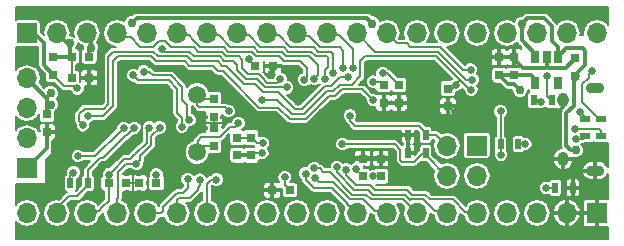
<source format=gbl>
G04 #@! TF.FileFunction,Copper,L2,Bot,Signal*
%FSLAX46Y46*%
G04 Gerber Fmt 4.6, Leading zero omitted, Abs format (unit mm)*
G04 Created by KiCad (PCBNEW 4.0.6) date 10/14/17 17:52:05*
%MOMM*%
%LPD*%
G01*
G04 APERTURE LIST*
%ADD10C,0.150000*%
%ADD11R,0.750000X0.800000*%
%ADD12R,0.500000X0.900000*%
%ADD13R,1.700000X1.700000*%
%ADD14O,1.700000X1.700000*%
%ADD15O,0.950000X1.250000*%
%ADD16O,1.550000X0.900000*%
%ADD17R,0.900000X0.500000*%
%ADD18C,1.500000*%
%ADD19R,0.800000X0.750000*%
%ADD20R,0.650000X1.060000*%
%ADD21C,0.762000*%
%ADD22C,0.635000*%
%ADD23C,0.304800*%
%ADD24C,0.203200*%
G04 APERTURE END LIST*
D10*
D11*
X61645800Y-17346800D03*
X61645800Y-18846800D03*
D12*
X59664600Y-20904200D03*
X58164600Y-20904200D03*
D13*
X15240000Y-15240000D03*
D14*
X17780000Y-15240000D03*
X20320000Y-15240000D03*
X22860000Y-15240000D03*
X25400000Y-15240000D03*
X27940000Y-15240000D03*
X30480000Y-15240000D03*
X33020000Y-15240000D03*
X35560000Y-15240000D03*
X38100000Y-15240000D03*
X40640000Y-15240000D03*
X43180000Y-15240000D03*
X45720000Y-15240000D03*
X48260000Y-15240000D03*
X50800000Y-15240000D03*
X53340000Y-15240000D03*
X55880000Y-15240000D03*
X58420000Y-15240000D03*
X60960000Y-15240000D03*
X63500000Y-15240000D03*
D11*
X43662600Y-25855800D03*
X43662600Y-27355800D03*
D15*
X60647600Y-25893400D03*
X60647600Y-20893400D03*
D16*
X63347600Y-26893400D03*
X63347600Y-19893400D03*
D17*
X63855600Y-22479000D03*
X63855600Y-23979000D03*
D12*
X61468000Y-28346400D03*
X59968000Y-28346400D03*
D18*
X29641800Y-20443800D03*
X29641800Y-25323800D03*
D13*
X53340000Y-24765000D03*
D14*
X53340000Y-27305000D03*
X50800000Y-24765000D03*
X50800000Y-27305000D03*
D12*
X56846600Y-24663400D03*
X55346600Y-24663400D03*
X49022000Y-23876000D03*
X47522000Y-23876000D03*
D17*
X62509400Y-22479000D03*
X62509400Y-23979000D03*
D13*
X15240000Y-26670000D03*
D14*
X15240000Y-24130000D03*
X15240000Y-21590000D03*
X15240000Y-19050000D03*
D13*
X63500000Y-30480000D03*
D14*
X60960000Y-30480000D03*
X58420000Y-30480000D03*
X55880000Y-30480000D03*
X53340000Y-30480000D03*
X50800000Y-30480000D03*
X48260000Y-30480000D03*
X45720000Y-30480000D03*
X43180000Y-30480000D03*
X40640000Y-30480000D03*
X38100000Y-30480000D03*
X35560000Y-30480000D03*
X33020000Y-30480000D03*
X30480000Y-30480000D03*
X27940000Y-30480000D03*
X25400000Y-30480000D03*
X22860000Y-30480000D03*
X20320000Y-30480000D03*
X17780000Y-30480000D03*
X15240000Y-30480000D03*
D19*
X24714200Y-27929840D03*
X26214200Y-27929840D03*
D11*
X31089600Y-23291800D03*
X31089600Y-24791800D03*
X31089600Y-22353400D03*
X31089600Y-20853400D03*
D12*
X20423000Y-27940000D03*
X18923000Y-27940000D03*
D11*
X16967200Y-23623400D03*
X16967200Y-22123400D03*
D19*
X37515800Y-28549600D03*
X36015800Y-28549600D03*
D11*
X50901600Y-21439000D03*
X50901600Y-19939000D03*
D19*
X34593400Y-18034000D03*
X36093400Y-18034000D03*
D11*
X34239200Y-25577800D03*
X34239200Y-24077800D03*
X45440600Y-21132800D03*
X45440600Y-19632800D03*
D19*
X23674200Y-27929840D03*
X22174200Y-27929840D03*
D12*
X47522000Y-25400000D03*
X49022000Y-25400000D03*
D20*
X58298000Y-17221200D03*
X59248000Y-17221200D03*
X60198000Y-17221200D03*
X60198000Y-19421200D03*
X58298000Y-19421200D03*
D11*
X56515000Y-17296000D03*
X56515000Y-18796000D03*
D19*
X19023200Y-17221200D03*
X20523200Y-17221200D03*
D11*
X17449800Y-17272000D03*
X17449800Y-18772000D03*
D19*
X20523200Y-19024600D03*
X19023200Y-19024600D03*
D11*
X55245000Y-18796000D03*
X55245000Y-17296000D03*
X33070800Y-25591200D03*
X33070800Y-24091200D03*
X46761400Y-19634200D03*
X46761400Y-21134200D03*
X45212000Y-27357200D03*
X45212000Y-25857200D03*
D21*
X59359800Y-22987000D03*
X59588400Y-21996400D03*
D22*
X38201600Y-21031200D03*
X39689586Y-22519186D03*
X40261086Y-21947686D03*
X38760400Y-20472400D03*
X35915600Y-18719800D03*
X51511200Y-21945600D03*
X36118800Y-27539298D03*
X58750200Y-21031200D03*
X44558302Y-27368500D03*
X45364400Y-18643600D03*
D21*
X56997600Y-20040600D03*
D22*
X57429400Y-24638000D03*
D21*
X17272000Y-20320000D03*
X17272000Y-21285200D03*
D22*
X34045958Y-17464630D03*
X37080661Y-27458408D03*
X35167530Y-20866110D03*
X51536600Y-19634200D03*
X55346600Y-21869400D03*
X55372000Y-25527000D03*
X52857400Y-20040600D03*
X32319742Y-21840310D03*
X33147000Y-22860000D03*
X43131310Y-26754059D03*
X44547732Y-19362432D03*
X25590506Y-23241000D03*
X22184360Y-27223720D03*
X26481386Y-23230186D03*
X26212800Y-27228800D03*
X24511000Y-26314400D03*
D21*
X24130000Y-14401800D03*
X61707353Y-25150838D03*
X20701000Y-16459200D03*
X57150000Y-14452600D03*
X44475400Y-14427200D03*
D22*
X24333200Y-23266400D03*
X42468800Y-18973800D03*
X19989800Y-23037800D03*
X44538370Y-20903161D03*
X20421600Y-22275800D03*
X61752361Y-24199400D03*
X61645800Y-23368000D03*
X42288340Y-26812760D03*
X41488040Y-26563555D03*
X39590146Y-26685861D03*
X39627934Y-27523211D03*
X38836600Y-27127200D03*
X31292800Y-27635200D03*
X29895800Y-27660600D03*
X28856030Y-27608315D03*
X23444200Y-23266400D03*
X19558000Y-25654000D03*
X36703000Y-19126200D03*
X26669196Y-16559996D03*
X37269372Y-19837400D03*
X38743451Y-19175421D03*
X39580155Y-19125336D03*
X40446622Y-19111737D03*
X41190567Y-18635367D03*
X42000280Y-18181143D03*
X42838391Y-18168779D03*
X59283600Y-18872200D03*
X63119000Y-18415000D03*
X52959000Y-19177000D03*
X62046822Y-21914360D03*
X52832000Y-18338800D03*
X42595800Y-22225000D03*
X41960800Y-24638000D03*
X59182000Y-28346400D03*
X19177000Y-27051000D03*
X25120600Y-18503921D03*
X35204400Y-24536400D03*
X29006800Y-22606000D03*
D21*
X18849664Y-16117528D03*
D22*
X24253492Y-18799508D03*
X19511424Y-19912773D03*
X35165567Y-25395584D03*
X28370390Y-23151494D03*
D23*
X59588400Y-21996400D02*
X60150825Y-21996400D01*
X60150825Y-21996400D02*
X60647600Y-21499625D01*
X60647600Y-21499625D02*
X60647600Y-20893400D01*
D24*
X31089600Y-22834600D02*
X31750000Y-22834600D01*
X24221440Y-27929840D02*
X24221440Y-27167840D01*
X38201600Y-21031200D02*
X38760400Y-20472400D01*
X40261086Y-21947686D02*
X39689586Y-22519186D01*
X38303200Y-19640600D02*
X38303200Y-20015200D01*
X38303200Y-20015200D02*
X38760400Y-20472400D01*
X36093400Y-18034000D02*
X36696600Y-18034000D01*
X36696600Y-18034000D02*
X38303200Y-19640600D01*
D23*
X59248000Y-18056000D02*
X59349601Y-18157601D01*
X59349601Y-18157601D02*
X60859999Y-18157601D01*
X60859999Y-18157601D02*
X61645800Y-17371800D01*
X61645800Y-17371800D02*
X61645800Y-17346800D01*
D24*
X36093400Y-18034000D02*
X36093400Y-18542000D01*
X36093400Y-18542000D02*
X35915600Y-18719800D01*
X51511200Y-21945600D02*
X51408200Y-21945600D01*
X51408200Y-21945600D02*
X50901600Y-21439000D01*
D23*
X57226602Y-18157601D02*
X57058600Y-17989599D01*
X59146399Y-18157601D02*
X57226602Y-18157601D01*
X59248000Y-17221200D02*
X59248000Y-18056000D01*
X59248000Y-18056000D02*
X59146399Y-18157601D01*
X57058600Y-17989599D02*
X56515000Y-17449800D01*
X56515000Y-17449800D02*
X56515000Y-17296000D01*
X15265400Y-26670000D02*
X16967200Y-24968200D01*
X16967200Y-24968200D02*
X16967200Y-23623400D01*
X15240000Y-26670000D02*
X15265400Y-26670000D01*
D24*
X24221440Y-27929840D02*
X24714200Y-27929840D01*
X23674200Y-27929840D02*
X24221440Y-27929840D01*
X24221440Y-27929840D02*
X24221440Y-28869640D01*
X24221440Y-28869640D02*
X24211280Y-28879800D01*
X31089600Y-22834600D02*
X30073600Y-22834600D01*
X31089600Y-22834600D02*
X31089600Y-22353400D01*
X31089600Y-23291800D02*
X31089600Y-22834600D01*
X36118800Y-27539298D02*
X36118800Y-28446600D01*
X36118800Y-28446600D02*
X36015800Y-28549600D01*
X36247913Y-18188513D02*
X36093400Y-18034000D01*
X58164600Y-20904200D02*
X58623200Y-20904200D01*
X58623200Y-20904200D02*
X58750200Y-21031200D01*
X44558302Y-27368500D02*
X45200700Y-27368500D01*
X45200700Y-27368500D02*
X45212000Y-27357200D01*
X46761400Y-19634200D02*
X45770800Y-18643600D01*
X45770800Y-18643600D02*
X45364400Y-18643600D01*
D23*
X56515000Y-19558000D02*
X56997600Y-20040600D01*
X56515000Y-19558000D02*
X55982000Y-19558000D01*
X55982000Y-19558000D02*
X55245000Y-18821000D01*
X55245000Y-18821000D02*
X55245000Y-18796000D01*
X55245000Y-18796000D02*
X56515000Y-18796000D01*
D24*
X56846600Y-24663400D02*
X57404000Y-24663400D01*
X57404000Y-24663400D02*
X57429400Y-24638000D01*
D23*
X56515000Y-18796000D02*
X57962400Y-18796000D01*
X57962400Y-18796000D02*
X58282800Y-19116400D01*
X16967200Y-20777200D02*
X16967200Y-20624800D01*
X16967200Y-20624800D02*
X17272000Y-20320000D01*
X16967200Y-22123400D02*
X16967200Y-21590000D01*
X16967200Y-21590000D02*
X17272000Y-21285200D01*
X16967200Y-22123400D02*
X16967200Y-20777200D01*
X16967200Y-20777200D02*
X15240000Y-19050000D01*
D24*
X34045958Y-17464630D02*
X34045958Y-17486558D01*
X34045958Y-17486558D02*
X34593400Y-18034000D01*
X37080661Y-27458408D02*
X37080661Y-28114461D01*
X37080661Y-28114461D02*
X37515800Y-28549600D01*
X34618800Y-18008600D02*
X34593400Y-18034000D01*
X35167530Y-20866110D02*
X36439154Y-20866110D01*
X41725589Y-19596101D02*
X42767505Y-19596101D01*
X42767505Y-19596101D02*
X43460692Y-18902914D01*
X36439154Y-20866110D02*
X37658354Y-22085310D01*
X37658354Y-22085310D02*
X38668645Y-22085311D01*
X40611756Y-20142200D02*
X41179490Y-20142200D01*
X50076111Y-17386311D02*
X50087705Y-17386311D01*
X38668645Y-22085311D02*
X40611756Y-20142200D01*
X41179490Y-20142200D02*
X41725589Y-19596101D01*
X49897421Y-17207621D02*
X50076111Y-17386311D01*
X43460692Y-18902914D02*
X43460692Y-17626308D01*
X43460692Y-17626308D02*
X43879379Y-17207621D01*
X43879379Y-17207621D02*
X49897421Y-17207621D01*
X50087705Y-17386311D02*
X51943000Y-19241606D01*
X55346600Y-24663400D02*
X55346600Y-21869400D01*
X55372000Y-25527000D02*
X55372000Y-24688800D01*
X55372000Y-24688800D02*
X55346600Y-24663400D01*
X50901600Y-19939000D02*
X51231800Y-19939000D01*
X51231800Y-19939000D02*
X51536600Y-19634200D01*
X51867905Y-19316701D02*
X51943000Y-19241606D01*
X51943000Y-19241606D02*
X52741994Y-20040600D01*
X51536600Y-19634200D02*
X51854099Y-19316701D01*
X51854099Y-19316701D02*
X51867905Y-19316701D01*
X52741994Y-20040600D02*
X52857400Y-20040600D01*
X29641800Y-21310600D02*
X29641800Y-20443800D01*
X32319742Y-21840310D02*
X32002243Y-21522811D01*
X32002243Y-21522811D02*
X29854011Y-21522811D01*
X29854011Y-21522811D02*
X29641800Y-21310600D01*
X31089600Y-20853400D02*
X30051400Y-20853400D01*
X30051400Y-20853400D02*
X29641800Y-20443800D01*
X30050000Y-20852000D02*
X29641800Y-20443800D01*
X33147000Y-22860000D02*
X32829501Y-23177499D01*
X32829501Y-23177499D02*
X32451049Y-23177499D01*
X32451049Y-23177499D02*
X31574748Y-24053800D01*
X31574748Y-24053800D02*
X30022800Y-24053800D01*
X30022800Y-24053800D02*
X29692600Y-24384000D01*
X29692600Y-25273000D02*
X29641800Y-25323800D01*
X29692600Y-24384000D02*
X29692600Y-25273000D01*
X31089600Y-24791800D02*
X30173800Y-24791800D01*
X30173800Y-24791800D02*
X29641800Y-25323800D01*
X29641800Y-25323800D02*
X30290200Y-25323800D01*
X43131310Y-26754059D02*
X43131310Y-26824510D01*
X43131310Y-26824510D02*
X43662600Y-27355800D01*
X44547732Y-19362432D02*
X45170232Y-19362432D01*
X45170232Y-19362432D02*
X45440600Y-19632800D01*
X45417800Y-19610000D02*
X45440600Y-19632800D01*
X25374604Y-24510996D02*
X25374604Y-23456902D01*
X25374604Y-23456902D02*
X25590506Y-23241000D01*
X22184360Y-27223720D02*
X22501859Y-26906221D01*
X22501859Y-26906221D02*
X22501859Y-26883749D01*
X22501859Y-26883749D02*
X23477618Y-25907990D01*
X23477618Y-25907990D02*
X23996404Y-25907990D01*
X23996404Y-25907990D02*
X24422089Y-25482305D01*
X24422089Y-25482305D02*
X24422089Y-25463511D01*
X24422089Y-25463511D02*
X25374604Y-24510996D01*
X22184360Y-27223720D02*
X22184360Y-27919680D01*
X22184360Y-27919680D02*
X22174200Y-27929840D01*
X21310600Y-30327600D02*
X20472400Y-30327600D01*
X20472400Y-30327600D02*
X20320000Y-30480000D01*
X21640800Y-29997400D02*
X21310600Y-30327600D01*
X21640800Y-29990094D02*
X21640800Y-29997400D01*
X22174200Y-27609800D02*
X22174200Y-29456694D01*
X22174200Y-29456694D02*
X21640800Y-29990094D01*
X22174200Y-27609800D02*
X21996400Y-27609800D01*
X25781014Y-24679336D02*
X25781014Y-23930558D01*
X25781014Y-23930558D02*
X26481386Y-23230186D01*
X24828499Y-25631851D02*
X25781014Y-24679336D01*
X22860000Y-30480000D02*
X22860000Y-29277919D01*
X22860000Y-29277919D02*
X22936200Y-29201719D01*
X22936200Y-29201719D02*
X22936200Y-27024158D01*
X26214200Y-27929840D02*
X26214200Y-27230200D01*
X26214200Y-27230200D02*
X26212800Y-27228800D01*
X24828499Y-25996901D02*
X24828499Y-25631851D01*
X23645958Y-26314400D02*
X24511000Y-26314400D01*
X22936200Y-27024158D02*
X23645958Y-26314400D01*
X24511000Y-26314400D02*
X24828499Y-25996901D01*
X22961600Y-30378400D02*
X22860000Y-30480000D01*
X22936200Y-30403800D02*
X22860000Y-30480000D01*
D23*
X61645800Y-18846800D02*
X61645800Y-18821800D01*
X61645800Y-18821800D02*
X62534800Y-17932800D01*
X62534800Y-17932800D02*
X62534800Y-16729278D01*
X62534800Y-16729278D02*
X62301923Y-16496401D01*
X62301923Y-16496401D02*
X60922799Y-16496401D01*
X60922799Y-16496401D02*
X60198000Y-17221200D01*
X24130000Y-14401800D02*
X24548201Y-13983599D01*
X24548201Y-13983599D02*
X44031799Y-13983599D01*
X61645800Y-18846800D02*
X61873000Y-18846800D01*
X61645800Y-18846800D02*
X61822200Y-18846800D01*
X61544200Y-19278600D02*
X61645800Y-19177000D01*
X61645800Y-19177000D02*
X61645800Y-18846800D01*
X61544200Y-19653200D02*
X61544200Y-19278600D01*
X61529010Y-21408491D02*
X61529010Y-19668390D01*
X61529010Y-19668390D02*
X61544200Y-19653200D01*
X60921899Y-22015602D02*
X61529010Y-21408491D01*
X61707353Y-25150838D02*
X61301539Y-25150838D01*
X61301539Y-25150838D02*
X60921899Y-24771198D01*
X60921899Y-24771198D02*
X60921899Y-22015602D01*
X44475400Y-14427200D02*
X44031799Y-13983599D01*
X20523200Y-17221200D02*
X20523200Y-16637000D01*
X20523200Y-16637000D02*
X20701000Y-16459200D01*
X20701000Y-16459200D02*
X20701000Y-15621000D01*
X20701000Y-15621000D02*
X20320000Y-15240000D01*
X20497800Y-15417800D02*
X20320000Y-15240000D01*
X57619001Y-13983599D02*
X59023073Y-13983599D01*
X60198000Y-16386400D02*
X60198000Y-17221200D01*
X59023073Y-13983599D02*
X59703599Y-14664125D01*
X59703599Y-14664125D02*
X59703599Y-15891999D01*
X59703599Y-15891999D02*
X60198000Y-16386400D01*
X58298000Y-17221200D02*
X58298000Y-16977474D01*
X58298000Y-16977474D02*
X57150000Y-15829474D01*
X57150000Y-15829474D02*
X57150000Y-14452600D01*
X57150000Y-14452600D02*
X57619001Y-13983599D01*
D24*
X58298000Y-17221200D02*
X58298000Y-17016200D01*
X58298000Y-17221200D02*
X58298000Y-16767558D01*
X58298000Y-17094200D02*
X58298000Y-16936800D01*
X58298000Y-17053200D02*
X58298000Y-16860600D01*
X58282800Y-16916400D02*
X58282800Y-16811906D01*
X24333200Y-23266400D02*
X23710899Y-23888701D01*
X21708048Y-25781000D02*
X21463000Y-25781000D01*
X23710899Y-23888701D02*
X23600347Y-23888701D01*
X23600347Y-23888701D02*
X21708048Y-25781000D01*
X21463000Y-25781000D02*
X20423000Y-26821000D01*
X20423000Y-26821000D02*
X20423000Y-27940000D01*
X18770600Y-29057600D02*
X19505400Y-29057600D01*
X19505400Y-29057600D02*
X20423000Y-28140000D01*
X20423000Y-28140000D02*
X20423000Y-27940000D01*
X17780000Y-30048200D02*
X18770600Y-29057600D01*
X17780000Y-30480000D02*
X17780000Y-30048200D01*
X22148800Y-17221200D02*
X22568790Y-16801210D01*
X24677353Y-16801210D02*
X25945211Y-16801211D01*
X22568790Y-16801210D02*
X24677353Y-16801210D01*
X19989800Y-23037800D02*
X19672301Y-22720301D01*
X40445168Y-19734038D02*
X41012902Y-19734038D01*
X29180479Y-17614029D02*
X31385924Y-17614030D01*
X19672301Y-22720301D02*
X19672301Y-22104093D01*
X31385924Y-17614030D02*
X31792331Y-18020437D01*
X19672301Y-22104093D02*
X20122895Y-21653499D01*
X33612877Y-19526619D02*
X34539708Y-19526620D01*
X38500305Y-21678901D02*
X40445168Y-19734038D01*
X20122895Y-21653499D02*
X21729701Y-21653499D01*
X21729701Y-21653499D02*
X22148800Y-21234400D01*
X22148800Y-21234400D02*
X22148800Y-17221200D01*
X41012902Y-19734038D02*
X41773140Y-18973800D01*
X25945211Y-16801211D02*
X26351621Y-17207621D01*
X28774071Y-17207621D02*
X29180479Y-17614029D01*
X26351621Y-17207621D02*
X28774071Y-17207621D01*
X31792331Y-18020437D02*
X32106695Y-18020437D01*
X32106695Y-18020437D02*
X33612877Y-19526619D01*
X36512508Y-20243809D02*
X37947600Y-21678901D01*
X34539708Y-19526620D02*
X35256897Y-20243809D01*
X37947600Y-21678901D02*
X38500305Y-21678901D01*
X35256897Y-20243809D02*
X36512508Y-20243809D01*
X41773140Y-18973800D02*
X42468800Y-18973800D01*
X41893929Y-20002511D02*
X43637720Y-20002511D01*
X44538370Y-20903161D02*
X43637720Y-20002511D01*
X20421600Y-22275800D02*
X21682150Y-22275800D01*
X28993240Y-18020440D02*
X30999840Y-18020440D01*
X21682150Y-22275800D02*
X22555209Y-21402741D01*
X22555209Y-21402741D02*
X22555209Y-17627591D01*
X22555209Y-17627591D02*
X22975181Y-17207619D01*
X22975181Y-17207619D02*
X25776870Y-17207620D01*
X32168454Y-18788040D02*
X34919614Y-21539200D01*
X28586831Y-17614031D02*
X28993240Y-18020440D01*
X25776870Y-17207620D02*
X26183280Y-17614030D01*
X34919614Y-21539200D02*
X36537494Y-21539200D01*
X26183280Y-17614030D02*
X28586831Y-17614031D01*
X38836986Y-22491720D02*
X40780096Y-20548610D01*
X30999840Y-18020440D02*
X31406247Y-18426847D01*
X31406247Y-18426847D02*
X31812647Y-18426847D01*
X31812647Y-18426847D02*
X32168454Y-18782654D01*
X32168454Y-18782654D02*
X32168454Y-18788040D01*
X36537494Y-21539200D02*
X37490015Y-22491719D01*
X37490015Y-22491719D02*
X38836986Y-22491720D01*
X40780096Y-20548610D02*
X41347831Y-20548609D01*
X41347831Y-20548609D02*
X41893929Y-20002511D01*
X61752361Y-24199400D02*
X62289000Y-24199400D01*
X62289000Y-24199400D02*
X62509400Y-23979000D01*
X62291199Y-24043401D02*
X62306200Y-24028400D01*
X61645800Y-23368000D02*
X63697800Y-23368000D01*
X63697800Y-23368000D02*
X63855600Y-23525800D01*
X63855600Y-23525800D02*
X63855600Y-23979000D01*
X42288340Y-26812760D02*
X42288340Y-27261772D01*
X42288340Y-27261772D02*
X43132539Y-28105971D01*
X43132539Y-28105971D02*
X44266871Y-28105971D01*
X44673280Y-28512380D02*
X47441881Y-28512381D01*
X44266871Y-28105971D02*
X44673280Y-28512380D01*
X48982646Y-28918790D02*
X49389055Y-29325199D01*
X47441881Y-28512381D02*
X47848289Y-28918789D01*
X49389055Y-29325199D02*
X51296199Y-29325199D01*
X51296199Y-29325199D02*
X52349400Y-30378400D01*
X52349400Y-30378400D02*
X53238400Y-30378400D01*
X47848289Y-28918789D02*
X48982646Y-28918790D01*
X53238400Y-30378400D02*
X53340000Y-30480000D01*
X41488040Y-26563555D02*
X41488040Y-27036222D01*
X41488040Y-27036222D02*
X42964198Y-28512380D01*
X42964198Y-28512380D02*
X44098530Y-28512380D01*
X49758600Y-30269494D02*
X50589494Y-30269494D01*
X50589494Y-30269494D02*
X50800000Y-30480000D01*
X44098530Y-28512380D02*
X44504939Y-28918789D01*
X44504939Y-28918789D02*
X47273540Y-28918790D01*
X47273540Y-28918790D02*
X47692822Y-29338072D01*
X47692822Y-29338072D02*
X47705695Y-29325199D01*
X47705695Y-29325199D02*
X48814305Y-29325199D01*
X48814305Y-29325199D02*
X49758600Y-30269494D01*
X39590146Y-26685861D02*
X40039158Y-26685861D01*
X40039158Y-26685861D02*
X40352558Y-26999261D01*
X40352558Y-26999261D02*
X40876329Y-26999261D01*
X42795857Y-28918789D02*
X43930189Y-28918789D01*
X40876329Y-26999261D02*
X42795857Y-28918789D01*
X43930189Y-28918789D02*
X44336599Y-29325199D01*
X44336599Y-29325199D02*
X47105199Y-29325199D01*
X47105199Y-29325199D02*
X48260000Y-30480000D01*
X42627517Y-29325199D02*
X43734305Y-29325199D01*
X39627934Y-27523211D02*
X39945433Y-27840710D01*
X39945433Y-27840710D02*
X41143028Y-27840710D01*
X41143028Y-27840710D02*
X42627517Y-29325199D01*
X44704000Y-30294894D02*
X45534894Y-30294894D01*
X45534894Y-30294894D02*
X45720000Y-30480000D01*
X43734305Y-29325199D02*
X44704000Y-30294894D01*
X42367200Y-29639632D02*
X42367200Y-29667200D01*
X42367200Y-29667200D02*
X43180000Y-30480000D01*
X41073968Y-28346400D02*
X42367200Y-29639632D01*
X39530117Y-28346400D02*
X41073968Y-28346400D01*
X38836600Y-27127200D02*
X38836600Y-27652883D01*
X38836600Y-27652883D02*
X39530117Y-28346400D01*
X42994894Y-30294894D02*
X43180000Y-30480000D01*
X31292800Y-27635200D02*
X30843788Y-27635200D01*
X30843788Y-27635200D02*
X30480000Y-27998988D01*
X30480000Y-27998988D02*
X30480000Y-30480000D01*
X29895800Y-27660600D02*
X29895800Y-28109612D01*
X29895800Y-28109612D02*
X29692600Y-28312812D01*
X29692600Y-28312812D02*
X29692600Y-28524200D01*
X27940000Y-30480000D02*
X27940000Y-29345644D01*
X27940000Y-29345644D02*
X28101034Y-29184610D01*
X28101034Y-29184610D02*
X29032190Y-29184610D01*
X29032190Y-29184610D02*
X29692600Y-28524200D01*
X28448000Y-28778200D02*
X28856030Y-28370170D01*
X28856030Y-28370170D02*
X28856030Y-27608315D01*
X27932694Y-28778200D02*
X28448000Y-28778200D01*
X26785199Y-30296882D02*
X26785199Y-29925695D01*
X26785199Y-29925695D02*
X27932694Y-28778200D01*
X25400000Y-30480000D02*
X26602081Y-30480000D01*
X26602081Y-30480000D02*
X26785199Y-30296882D01*
X23444200Y-23266400D02*
X23126701Y-23583899D01*
X23126701Y-23583899D02*
X23085351Y-23583899D01*
X23085351Y-23583899D02*
X21015250Y-25654000D01*
X19558000Y-25654000D02*
X21015250Y-25654000D01*
X15417800Y-30480000D02*
X15240000Y-30480000D01*
X29350945Y-16394801D02*
X27425007Y-16394801D01*
X27425007Y-16394801D02*
X26967901Y-15937695D01*
X25954305Y-16394801D02*
X24845695Y-16394801D01*
X26967901Y-15937695D02*
X26411411Y-15937695D01*
X26411411Y-15937695D02*
X25954305Y-16394801D01*
X36398210Y-19430990D02*
X36703000Y-19126200D01*
X33158820Y-17207620D02*
X33423657Y-17472457D01*
X34876389Y-18713801D02*
X35110988Y-18948400D01*
X35128200Y-18948400D02*
X35610790Y-19430990D01*
X33423657Y-17472457D02*
X33423657Y-18187899D01*
X29757354Y-16801210D02*
X31722605Y-16801211D01*
X22860000Y-15240000D02*
X23222906Y-15602906D01*
X32129013Y-17207619D02*
X33158820Y-17207620D01*
X29350945Y-16394801D02*
X29757354Y-16801210D01*
X31722605Y-16801211D02*
X32129013Y-17207619D01*
X35110988Y-18948400D02*
X35128200Y-18948400D01*
X33423657Y-18187899D02*
X33949559Y-18713801D01*
X33949559Y-18713801D02*
X34876389Y-18713801D01*
X35610790Y-19430990D02*
X36398210Y-19430990D01*
X24053800Y-15602906D02*
X24845695Y-16394801D01*
X23222906Y-15602906D02*
X24053800Y-15602906D01*
X31960673Y-17614029D02*
X31554264Y-17207620D01*
X33017247Y-18356239D02*
X33017247Y-17929647D01*
X32701629Y-17614029D02*
X31960673Y-17614029D01*
X33017247Y-17929647D02*
X32701629Y-17614029D01*
X33781218Y-19120210D02*
X33017247Y-18356239D01*
X26910411Y-16801211D02*
X26669196Y-16559996D01*
X28942411Y-16801211D02*
X26910411Y-16801211D01*
X34708049Y-19120211D02*
X33781218Y-19120210D01*
X31554264Y-17207620D02*
X29348820Y-17207620D01*
X35425238Y-19837400D02*
X37269372Y-19837400D01*
X29348820Y-17207620D02*
X28942411Y-16801211D01*
X34708049Y-19120211D02*
X35425238Y-19837400D01*
X29325199Y-15794305D02*
X29325199Y-15786999D01*
X29925695Y-16394801D02*
X29325199Y-15794305D01*
X32297354Y-16801210D02*
X31890945Y-16394801D01*
X37019630Y-17614030D02*
X36613220Y-17207620D01*
X38365830Y-17614030D02*
X37019630Y-17614030D01*
X38957854Y-18961018D02*
X38957854Y-18206054D01*
X38743451Y-19175421D02*
X38957854Y-18961018D01*
X36613220Y-17207620D02*
X34669013Y-17207619D01*
X34262605Y-16801211D02*
X32297354Y-16801210D01*
X28930600Y-15392400D02*
X28092400Y-15392400D01*
X38957854Y-18206054D02*
X38365830Y-17614030D01*
X34669013Y-17207619D02*
X34262605Y-16801211D01*
X31890945Y-16394801D02*
X29925695Y-16394801D01*
X28092400Y-15392400D02*
X27940000Y-15240000D01*
X29325199Y-15786999D02*
X28930600Y-15392400D01*
X30665106Y-15425106D02*
X30480000Y-15240000D01*
X34430945Y-16394801D02*
X32465695Y-16394801D01*
X34837354Y-16801210D02*
X34430945Y-16394801D01*
X36802605Y-16801211D02*
X34837354Y-16801210D01*
X32465695Y-16394801D02*
X31496000Y-15425106D01*
X39897654Y-17942604D02*
X39162671Y-17207621D01*
X39897654Y-18807837D02*
X39897654Y-17942604D01*
X31496000Y-15425106D02*
X30665106Y-15425106D01*
X39580155Y-19125336D02*
X39897654Y-18807837D01*
X37209014Y-17207620D02*
X36802605Y-16801211D01*
X39162671Y-17207621D02*
X37209014Y-17207620D01*
X39737420Y-17207620D02*
X39331011Y-16801211D01*
X40767000Y-18078919D02*
X40767000Y-17322800D01*
X40651820Y-17207620D02*
X39737420Y-17207620D01*
X37377355Y-16801211D02*
X36970945Y-16394801D01*
X40446622Y-18399297D02*
X40767000Y-18078919D01*
X39331011Y-16801211D02*
X37377355Y-16801211D01*
X35005695Y-16394801D02*
X34036000Y-15425106D01*
X40446622Y-19111737D02*
X40446622Y-18399297D01*
X34036000Y-15425106D02*
X33205106Y-15425106D01*
X36970945Y-16394801D02*
X35005695Y-16394801D01*
X40767000Y-17322800D02*
X40651820Y-17207620D01*
X33205106Y-15425106D02*
X33020000Y-15240000D01*
X41190567Y-18635367D02*
X41190567Y-18186355D01*
X41190567Y-18186355D02*
X41179824Y-18175612D01*
X41179824Y-18175612D02*
X41179824Y-16989574D01*
X36576000Y-15425106D02*
X35745106Y-15425106D01*
X35745106Y-15425106D02*
X35560000Y-15240000D01*
X37545695Y-16394801D02*
X36576000Y-15425106D01*
X39917354Y-16801210D02*
X39510945Y-16394801D01*
X39510945Y-16394801D02*
X37545695Y-16394801D01*
X40991461Y-16801211D02*
X39917354Y-16801210D01*
X41179824Y-16989574D02*
X40991461Y-16801211D01*
X35846706Y-15526706D02*
X35560000Y-15240000D01*
X39166800Y-15475906D02*
X38335906Y-15475906D01*
X38335906Y-15475906D02*
X38100000Y-15240000D01*
X40085695Y-16394801D02*
X39166800Y-15475906D01*
X41732200Y-16433800D02*
X41198800Y-16433800D01*
X41198800Y-16433800D02*
X41159801Y-16394801D01*
X41159801Y-16394801D02*
X40085695Y-16394801D01*
X42011600Y-16713200D02*
X41732200Y-16433800D01*
X42011600Y-17720811D02*
X42011600Y-16713200D01*
X42000280Y-18181143D02*
X42000280Y-17732131D01*
X42000280Y-17732131D02*
X42011600Y-17720811D01*
X38310506Y-15450506D02*
X38100000Y-15240000D01*
X42838391Y-18168779D02*
X42838391Y-16607497D01*
X42838391Y-16607497D02*
X41630600Y-15399706D01*
X41630600Y-15399706D02*
X40799706Y-15399706D01*
X40799706Y-15399706D02*
X40640000Y-15240000D01*
X59588400Y-20904200D02*
X59283600Y-20599400D01*
X59283600Y-20599400D02*
X59283600Y-20170800D01*
X59664600Y-20904200D02*
X59588400Y-20904200D01*
X59283600Y-20170800D02*
X59283600Y-18872200D01*
X62267790Y-21091190D02*
X62267790Y-19580748D01*
X62267790Y-19580748D02*
X62801501Y-19047037D01*
X62801501Y-19047037D02*
X62801501Y-18732499D01*
X62801501Y-18732499D02*
X63119000Y-18415000D01*
X43180000Y-15240000D02*
X44741211Y-16801211D01*
X44741211Y-16801211D02*
X50077355Y-16801211D01*
X50077355Y-16801211D02*
X52453144Y-19177000D01*
X52453144Y-19177000D02*
X52959000Y-19177000D01*
X63655600Y-22479000D02*
X62267790Y-21091190D01*
X63855600Y-22479000D02*
X63655600Y-22479000D01*
X62509400Y-22479000D02*
X62509400Y-22376938D01*
X62509400Y-22376938D02*
X62046822Y-21914360D01*
X52832000Y-18338800D02*
X52189694Y-18338800D01*
X52189694Y-18338800D02*
X50245695Y-16394801D01*
X50245695Y-16394801D02*
X47705695Y-16394801D01*
X47705695Y-16394801D02*
X47413595Y-16102701D01*
X47413595Y-16102701D02*
X46582701Y-16102701D01*
X46582701Y-16102701D02*
X45720000Y-15240000D01*
X42595800Y-22225000D02*
X42595800Y-22674012D01*
X42595800Y-22674012D02*
X43042987Y-23121199D01*
X43042987Y-23121199D02*
X48467199Y-23121199D01*
X48467199Y-23121199D02*
X49022000Y-23676000D01*
X49022000Y-23676000D02*
X49022000Y-23876000D01*
X49022000Y-23876000D02*
X49911000Y-23876000D01*
X49911000Y-23876000D02*
X50800000Y-24765000D01*
X46380400Y-24638000D02*
X41960800Y-24638000D01*
X46863000Y-25120600D02*
X46380400Y-24638000D01*
X46863000Y-25989642D02*
X46863000Y-25120600D01*
X49022000Y-25400000D02*
X48770642Y-25400000D01*
X48770642Y-25400000D02*
X48015841Y-26154801D01*
X47028159Y-26154801D02*
X46863000Y-25989642D01*
X48015841Y-26154801D02*
X47028159Y-26154801D01*
X49022000Y-25400000D02*
X49022000Y-25600000D01*
X49022000Y-25600000D02*
X50727000Y-27305000D01*
X50727000Y-27305000D02*
X50800000Y-27305000D01*
X49022000Y-25200000D02*
X49022000Y-25400000D01*
X59968000Y-28346400D02*
X59182000Y-28346400D01*
X18923000Y-27940000D02*
X18923000Y-27305000D01*
X18923000Y-27305000D02*
X19177000Y-27051000D01*
X18923000Y-27740000D02*
X18923000Y-27940000D01*
X29006800Y-22606000D02*
X29006800Y-22479000D01*
X29006800Y-22479000D02*
X28778200Y-22250400D01*
X28778200Y-22250400D02*
X28778200Y-21336000D01*
X28778200Y-21336000D02*
X28371800Y-20929600D01*
X28371800Y-20929600D02*
X28371800Y-19770650D01*
X28371800Y-19770650D02*
X27422541Y-18821391D01*
X27422541Y-18821391D02*
X25887081Y-18821390D01*
X25887081Y-18821390D02*
X25569612Y-18503921D01*
X25569612Y-18503921D02*
X25120600Y-18503921D01*
X19023200Y-19024600D02*
X19023200Y-17221200D01*
X33070800Y-24091200D02*
X34225800Y-24091200D01*
X34225800Y-24091200D02*
X34239200Y-24077800D01*
X35204400Y-24536400D02*
X34697800Y-24536400D01*
X34697800Y-24536400D02*
X34239200Y-24077800D01*
D23*
X17449800Y-17272000D02*
X18972400Y-17272000D01*
X18972400Y-17272000D02*
X19023200Y-17221200D01*
X18849664Y-16117528D02*
X18849664Y-17047664D01*
X18849664Y-17047664D02*
X19023200Y-17221200D01*
X18849664Y-16117528D02*
X18657528Y-16117528D01*
X18657528Y-16117528D02*
X17780000Y-15240000D01*
D24*
X28370390Y-23151494D02*
X28370390Y-22429610D01*
X27965391Y-22024611D02*
X27965391Y-19938991D01*
X27965391Y-19938991D02*
X27254200Y-19227800D01*
X28370390Y-22429610D02*
X27965391Y-22024611D01*
X27254200Y-19227800D02*
X24681784Y-19227800D01*
X24681784Y-19227800D02*
X24253492Y-18799508D01*
D23*
X16662400Y-16052800D02*
X15849600Y-15240000D01*
X15849600Y-15240000D02*
X15240000Y-15240000D01*
X16662400Y-17959600D02*
X16662400Y-16052800D01*
X17449800Y-18772000D02*
X17449800Y-18747000D01*
X17449800Y-18747000D02*
X16662400Y-17959600D01*
D24*
X18388600Y-19735800D02*
X19334451Y-19735800D01*
X19334451Y-19735800D02*
X19511424Y-19912773D01*
D23*
X33070800Y-25591200D02*
X34225800Y-25591200D01*
X34225800Y-25591200D02*
X34239200Y-25577800D01*
D24*
X35165567Y-25395584D02*
X34421416Y-25395584D01*
X34421416Y-25395584D02*
X34239200Y-25577800D01*
X18388600Y-19735800D02*
X17449800Y-18797000D01*
X17449800Y-18797000D02*
X17449800Y-18772000D01*
D23*
X15875000Y-15875000D02*
X15240000Y-15240000D01*
D24*
G36*
X64415200Y-14548424D02*
X64316567Y-14400809D01*
X63941923Y-14150480D01*
X63500000Y-14062576D01*
X63058077Y-14150480D01*
X62683433Y-14400809D01*
X62433104Y-14775453D01*
X62345200Y-15217376D01*
X62345200Y-15262624D01*
X62365962Y-15367000D01*
X62094038Y-15367000D01*
X62114800Y-15262624D01*
X62114800Y-15217376D01*
X62026896Y-14775453D01*
X61776567Y-14400809D01*
X61401923Y-14150480D01*
X60960000Y-14062576D01*
X60518077Y-14150480D01*
X60143433Y-14400809D01*
X60105197Y-14458033D01*
X60026888Y-14340836D01*
X59346362Y-13660310D01*
X59198036Y-13561201D01*
X59023073Y-13526399D01*
X57619001Y-13526399D01*
X57444038Y-13561201D01*
X57295712Y-13660309D01*
X57189188Y-13766834D01*
X57014184Y-13766681D01*
X56762033Y-13870868D01*
X56568946Y-14063618D01*
X56487060Y-14260821D01*
X56321923Y-14150480D01*
X55880000Y-14062576D01*
X55438077Y-14150480D01*
X55063433Y-14400809D01*
X54813104Y-14775453D01*
X54725200Y-15217376D01*
X54725200Y-15262624D01*
X54813104Y-15704547D01*
X55063433Y-16079191D01*
X55438077Y-16329520D01*
X55880000Y-16417424D01*
X56321923Y-16329520D01*
X56696567Y-16079191D01*
X56737059Y-16018590D01*
X56819800Y-16142420D01*
X56819800Y-16256000D01*
X56826748Y-16292927D01*
X56848572Y-16326843D01*
X56881872Y-16349595D01*
X56921400Y-16357600D01*
X57031548Y-16357600D01*
X57098605Y-16424657D01*
X57079157Y-16437172D01*
X57056405Y-16470472D01*
X57048400Y-16510000D01*
X57048400Y-16576713D01*
X56960733Y-16540400D01*
X56692800Y-16540400D01*
X56603900Y-16629300D01*
X56603900Y-17207100D01*
X56623900Y-17207100D01*
X56623900Y-17384900D01*
X56603900Y-17384900D01*
X56603900Y-17962700D01*
X56692800Y-18051600D01*
X56960733Y-18051600D01*
X57048400Y-18015287D01*
X57048400Y-18084800D01*
X55930800Y-18084800D01*
X55893873Y-18091748D01*
X55859957Y-18113572D01*
X55837205Y-18146872D01*
X55832110Y-18172029D01*
X55740907Y-18109713D01*
X55620000Y-18085229D01*
X54870000Y-18085229D01*
X54757048Y-18106482D01*
X54653308Y-18173237D01*
X54583713Y-18275093D01*
X54559229Y-18396000D01*
X54559229Y-19196000D01*
X54580482Y-19308952D01*
X54647237Y-19412692D01*
X54749093Y-19482287D01*
X54870000Y-19506771D01*
X55284193Y-19506771D01*
X55658711Y-19881289D01*
X55807037Y-19980398D01*
X55982000Y-20015200D01*
X56311822Y-20015200D01*
X56311681Y-20176416D01*
X56415868Y-20428567D01*
X56608618Y-20621654D01*
X56860587Y-20726281D01*
X57133416Y-20726519D01*
X57385567Y-20622332D01*
X57578654Y-20429582D01*
X57683281Y-20177613D01*
X57683380Y-20063612D01*
X57683482Y-20064152D01*
X57750237Y-20167892D01*
X57772752Y-20183276D01*
X57697908Y-20231437D01*
X57628313Y-20333293D01*
X57603829Y-20454200D01*
X57603829Y-21354200D01*
X57625082Y-21467152D01*
X57691837Y-21570892D01*
X57793693Y-21640487D01*
X57914600Y-21664971D01*
X58414600Y-21664971D01*
X58527552Y-21643718D01*
X58556977Y-21624784D01*
X58625874Y-21653392D01*
X58873440Y-21653608D01*
X59102244Y-21559068D01*
X59152163Y-21509236D01*
X59191837Y-21570892D01*
X59293693Y-21640487D01*
X59414600Y-21664971D01*
X59914600Y-21664971D01*
X60027552Y-21643718D01*
X60060536Y-21622493D01*
X60108041Y-21682089D01*
X60393528Y-21839952D01*
X60430606Y-21845155D01*
X60530596Y-21794102D01*
X60499501Y-21840639D01*
X60464699Y-22015602D01*
X60464699Y-24771198D01*
X60499501Y-24946161D01*
X60530596Y-24992698D01*
X60430606Y-24941645D01*
X60393528Y-24946848D01*
X60108041Y-25104711D01*
X59904697Y-25359808D01*
X59814453Y-25673304D01*
X59902645Y-25804500D01*
X60558700Y-25804500D01*
X60558700Y-25784500D01*
X60736500Y-25784500D01*
X60736500Y-25804500D01*
X61392555Y-25804500D01*
X61414524Y-25771818D01*
X61570340Y-25836519D01*
X61843169Y-25836757D01*
X62095320Y-25732570D01*
X62288407Y-25539820D01*
X62393034Y-25287851D01*
X62393272Y-25015022D01*
X62289085Y-24762871D01*
X62179105Y-24652699D01*
X62226086Y-24605800D01*
X62289000Y-24605800D01*
X62444523Y-24574865D01*
X62497044Y-24539771D01*
X62959400Y-24539771D01*
X63072352Y-24518518D01*
X63176092Y-24451763D01*
X63181577Y-24443735D01*
X63182837Y-24445692D01*
X63284693Y-24515287D01*
X63405600Y-24539771D01*
X64305600Y-24539771D01*
X64415200Y-24519149D01*
X64415200Y-26610545D01*
X64305107Y-26386617D01*
X64063023Y-26183143D01*
X63761500Y-26087800D01*
X63436500Y-26087800D01*
X63436500Y-26804500D01*
X63456500Y-26804500D01*
X63456500Y-26982300D01*
X63436500Y-26982300D01*
X63436500Y-27699000D01*
X63761500Y-27699000D01*
X64063023Y-27603657D01*
X64305107Y-27400183D01*
X64415200Y-27176255D01*
X64415200Y-29274400D01*
X63677800Y-29274400D01*
X63588900Y-29363300D01*
X63588900Y-30391100D01*
X63608900Y-30391100D01*
X63608900Y-30568900D01*
X63588900Y-30568900D01*
X63588900Y-31596700D01*
X63677800Y-31685600D01*
X64415200Y-31685600D01*
X64415200Y-32665200D01*
X14324800Y-32665200D01*
X14324800Y-31171576D01*
X14423433Y-31319191D01*
X14798077Y-31569520D01*
X15240000Y-31657424D01*
X15681923Y-31569520D01*
X16056567Y-31319191D01*
X16306896Y-30944547D01*
X16394800Y-30502624D01*
X16394800Y-30457376D01*
X16625200Y-30457376D01*
X16625200Y-30502624D01*
X16713104Y-30944547D01*
X16963433Y-31319191D01*
X17338077Y-31569520D01*
X17780000Y-31657424D01*
X18221923Y-31569520D01*
X18596567Y-31319191D01*
X18846896Y-30944547D01*
X18934800Y-30502624D01*
X18934800Y-30457376D01*
X19165200Y-30457376D01*
X19165200Y-30502624D01*
X19253104Y-30944547D01*
X19503433Y-31319191D01*
X19878077Y-31569520D01*
X20320000Y-31657424D01*
X20761923Y-31569520D01*
X21136567Y-31319191D01*
X21386896Y-30944547D01*
X21433645Y-30709525D01*
X21466123Y-30703065D01*
X21597968Y-30614968D01*
X21706048Y-30506888D01*
X21793104Y-30944547D01*
X22043433Y-31319191D01*
X22418077Y-31569520D01*
X22860000Y-31657424D01*
X23301923Y-31569520D01*
X23676567Y-31319191D01*
X23926896Y-30944547D01*
X24014800Y-30502624D01*
X24014800Y-30457376D01*
X24245200Y-30457376D01*
X24245200Y-30502624D01*
X24333104Y-30944547D01*
X24583433Y-31319191D01*
X24958077Y-31569520D01*
X25400000Y-31657424D01*
X25841923Y-31569520D01*
X26216567Y-31319191D01*
X26466896Y-30944547D01*
X26478462Y-30886400D01*
X26602081Y-30886400D01*
X26757604Y-30855465D01*
X26843913Y-30797794D01*
X26873104Y-30944547D01*
X27123433Y-31319191D01*
X27498077Y-31569520D01*
X27940000Y-31657424D01*
X28381923Y-31569520D01*
X28756567Y-31319191D01*
X29006896Y-30944547D01*
X29094800Y-30502624D01*
X29094800Y-30457376D01*
X29006896Y-30015453D01*
X28756567Y-29640809D01*
X28682037Y-29591010D01*
X29032190Y-29591010D01*
X29187713Y-29560075D01*
X29319558Y-29471978D01*
X29979968Y-28811568D01*
X30012242Y-28763267D01*
X30068065Y-28679723D01*
X30073600Y-28651896D01*
X30073600Y-29383414D01*
X30038077Y-29390480D01*
X29663433Y-29640809D01*
X29413104Y-30015453D01*
X29325200Y-30457376D01*
X29325200Y-30502624D01*
X29413104Y-30944547D01*
X29663433Y-31319191D01*
X30038077Y-31569520D01*
X30480000Y-31657424D01*
X30921923Y-31569520D01*
X31296567Y-31319191D01*
X31546896Y-30944547D01*
X31634800Y-30502624D01*
X31634800Y-30457376D01*
X31865200Y-30457376D01*
X31865200Y-30502624D01*
X31953104Y-30944547D01*
X32203433Y-31319191D01*
X32578077Y-31569520D01*
X33020000Y-31657424D01*
X33461923Y-31569520D01*
X33836567Y-31319191D01*
X34086896Y-30944547D01*
X34174800Y-30502624D01*
X34174800Y-30457376D01*
X34405200Y-30457376D01*
X34405200Y-30502624D01*
X34493104Y-30944547D01*
X34743433Y-31319191D01*
X35118077Y-31569520D01*
X35560000Y-31657424D01*
X36001923Y-31569520D01*
X36376567Y-31319191D01*
X36626896Y-30944547D01*
X36714800Y-30502624D01*
X36714800Y-30457376D01*
X36945200Y-30457376D01*
X36945200Y-30502624D01*
X37033104Y-30944547D01*
X37283433Y-31319191D01*
X37658077Y-31569520D01*
X38100000Y-31657424D01*
X38541923Y-31569520D01*
X38916567Y-31319191D01*
X39166896Y-30944547D01*
X39254800Y-30502624D01*
X39254800Y-30457376D01*
X39485200Y-30457376D01*
X39485200Y-30502624D01*
X39573104Y-30944547D01*
X39823433Y-31319191D01*
X40198077Y-31569520D01*
X40640000Y-31657424D01*
X41081923Y-31569520D01*
X41456567Y-31319191D01*
X41706896Y-30944547D01*
X41794800Y-30502624D01*
X41794800Y-30457376D01*
X41706896Y-30015453D01*
X41456567Y-29640809D01*
X41081923Y-29390480D01*
X40640000Y-29302576D01*
X40198077Y-29390480D01*
X39823433Y-29640809D01*
X39573104Y-30015453D01*
X39485200Y-30457376D01*
X39254800Y-30457376D01*
X39166896Y-30015453D01*
X38916567Y-29640809D01*
X38541923Y-29390480D01*
X38100000Y-29302576D01*
X37658077Y-29390480D01*
X37283433Y-29640809D01*
X37033104Y-30015453D01*
X36945200Y-30457376D01*
X36714800Y-30457376D01*
X36626896Y-30015453D01*
X36376567Y-29640809D01*
X36001923Y-29390480D01*
X35560000Y-29302576D01*
X35118077Y-29390480D01*
X34743433Y-29640809D01*
X34493104Y-30015453D01*
X34405200Y-30457376D01*
X34174800Y-30457376D01*
X34086896Y-30015453D01*
X33836567Y-29640809D01*
X33461923Y-29390480D01*
X33020000Y-29302576D01*
X32578077Y-29390480D01*
X32203433Y-29640809D01*
X31953104Y-30015453D01*
X31865200Y-30457376D01*
X31634800Y-30457376D01*
X31546896Y-30015453D01*
X31296567Y-29640809D01*
X30921923Y-29390480D01*
X30886400Y-29383414D01*
X30886400Y-28727400D01*
X35260200Y-28727400D01*
X35260200Y-28995333D01*
X35314337Y-29126031D01*
X35414369Y-29226063D01*
X35545067Y-29280200D01*
X35838000Y-29280200D01*
X35926900Y-29191300D01*
X35926900Y-28638500D01*
X36104700Y-28638500D01*
X36104700Y-29191300D01*
X36193600Y-29280200D01*
X36486533Y-29280200D01*
X36617231Y-29226063D01*
X36717263Y-29126031D01*
X36771400Y-28995333D01*
X36771400Y-28727400D01*
X36682500Y-28638500D01*
X36104700Y-28638500D01*
X35926900Y-28638500D01*
X35349100Y-28638500D01*
X35260200Y-28727400D01*
X30886400Y-28727400D01*
X30886400Y-28167324D01*
X30915574Y-28138150D01*
X30939835Y-28162453D01*
X31168474Y-28257392D01*
X31416040Y-28257608D01*
X31644844Y-28163068D01*
X31704148Y-28103867D01*
X35260200Y-28103867D01*
X35260200Y-28371800D01*
X35349100Y-28460700D01*
X35926900Y-28460700D01*
X35926900Y-27907900D01*
X36104700Y-27907900D01*
X36104700Y-28460700D01*
X36682500Y-28460700D01*
X36771400Y-28371800D01*
X36771400Y-28369064D01*
X36793293Y-28401829D01*
X36805029Y-28413565D01*
X36805029Y-28924600D01*
X36826282Y-29037552D01*
X36893037Y-29141292D01*
X36994893Y-29210887D01*
X37115800Y-29235371D01*
X37915800Y-29235371D01*
X38028752Y-29214118D01*
X38132492Y-29147363D01*
X38202087Y-29045507D01*
X38226571Y-28924600D01*
X38226571Y-28174600D01*
X38205318Y-28061648D01*
X38138563Y-27957908D01*
X38036707Y-27888313D01*
X37915800Y-27863829D01*
X37555366Y-27863829D01*
X37607914Y-27811373D01*
X37702853Y-27582734D01*
X37703069Y-27335168D01*
X37668061Y-27250440D01*
X38214192Y-27250440D01*
X38308732Y-27479244D01*
X38430200Y-27600925D01*
X38430200Y-27652883D01*
X38461135Y-27808406D01*
X38542276Y-27929840D01*
X38549232Y-27940251D01*
X39242749Y-28633768D01*
X39374594Y-28721865D01*
X39530117Y-28752800D01*
X40905632Y-28752800D01*
X42024317Y-29871485D01*
X42078206Y-29952135D01*
X42079832Y-29954568D01*
X42124164Y-29998900D01*
X42113104Y-30015453D01*
X42025200Y-30457376D01*
X42025200Y-30502624D01*
X42113104Y-30944547D01*
X42363433Y-31319191D01*
X42738077Y-31569520D01*
X43180000Y-31657424D01*
X43621923Y-31569520D01*
X43996567Y-31319191D01*
X44246896Y-30944547D01*
X44334800Y-30502624D01*
X44334800Y-30500430D01*
X44416632Y-30582262D01*
X44548477Y-30670359D01*
X44600628Y-30680732D01*
X44653104Y-30944547D01*
X44903433Y-31319191D01*
X45278077Y-31569520D01*
X45720000Y-31657424D01*
X46161923Y-31569520D01*
X46536567Y-31319191D01*
X46786896Y-30944547D01*
X46874800Y-30502624D01*
X46874800Y-30457376D01*
X46786896Y-30015453D01*
X46597231Y-29731599D01*
X46936863Y-29731599D01*
X47204164Y-29998900D01*
X47193104Y-30015453D01*
X47105200Y-30457376D01*
X47105200Y-30502624D01*
X47193104Y-30944547D01*
X47443433Y-31319191D01*
X47818077Y-31569520D01*
X48260000Y-31657424D01*
X48701923Y-31569520D01*
X49076567Y-31319191D01*
X49326896Y-30944547D01*
X49414800Y-30502624D01*
X49414800Y-30500430D01*
X49471232Y-30556862D01*
X49603077Y-30644959D01*
X49676414Y-30659546D01*
X49733104Y-30944547D01*
X49983433Y-31319191D01*
X50358077Y-31569520D01*
X50800000Y-31657424D01*
X51241923Y-31569520D01*
X51616567Y-31319191D01*
X51866896Y-30944547D01*
X51945524Y-30549260D01*
X52062032Y-30665768D01*
X52193877Y-30753865D01*
X52236876Y-30762418D01*
X52273104Y-30944547D01*
X52523433Y-31319191D01*
X52898077Y-31569520D01*
X53340000Y-31657424D01*
X53781923Y-31569520D01*
X54156567Y-31319191D01*
X54406896Y-30944547D01*
X54494800Y-30502624D01*
X54494800Y-30457376D01*
X54725200Y-30457376D01*
X54725200Y-30502624D01*
X54813104Y-30944547D01*
X55063433Y-31319191D01*
X55438077Y-31569520D01*
X55880000Y-31657424D01*
X56321923Y-31569520D01*
X56696567Y-31319191D01*
X56946896Y-30944547D01*
X57034800Y-30502624D01*
X57034800Y-30457376D01*
X57265200Y-30457376D01*
X57265200Y-30502624D01*
X57353104Y-30944547D01*
X57603433Y-31319191D01*
X57978077Y-31569520D01*
X58420000Y-31657424D01*
X58861923Y-31569520D01*
X59236567Y-31319191D01*
X59486896Y-30944547D01*
X59524422Y-30755891D01*
X59786384Y-30755891D01*
X59981299Y-31184013D01*
X60325212Y-31504956D01*
X60684111Y-31653608D01*
X60871100Y-31593156D01*
X60871100Y-30568900D01*
X61048900Y-30568900D01*
X61048900Y-31593156D01*
X61235889Y-31653608D01*
X61594788Y-31504956D01*
X61938701Y-31184013D01*
X62133616Y-30755891D01*
X62102042Y-30657800D01*
X62294400Y-30657800D01*
X62294400Y-31400733D01*
X62348537Y-31531431D01*
X62448569Y-31631463D01*
X62579267Y-31685600D01*
X63322200Y-31685600D01*
X63411100Y-31596700D01*
X63411100Y-30568900D01*
X62383300Y-30568900D01*
X62294400Y-30657800D01*
X62102042Y-30657800D01*
X62073426Y-30568900D01*
X61048900Y-30568900D01*
X60871100Y-30568900D01*
X59846574Y-30568900D01*
X59786384Y-30755891D01*
X59524422Y-30755891D01*
X59574800Y-30502624D01*
X59574800Y-30457376D01*
X59524423Y-30204109D01*
X59786384Y-30204109D01*
X59846574Y-30391100D01*
X60871100Y-30391100D01*
X60871100Y-29366844D01*
X61048900Y-29366844D01*
X61048900Y-30391100D01*
X62073426Y-30391100D01*
X62133616Y-30204109D01*
X61938701Y-29775987D01*
X61706471Y-29559267D01*
X62294400Y-29559267D01*
X62294400Y-30302200D01*
X62383300Y-30391100D01*
X63411100Y-30391100D01*
X63411100Y-29363300D01*
X63322200Y-29274400D01*
X62579267Y-29274400D01*
X62448569Y-29328537D01*
X62348537Y-29428569D01*
X62294400Y-29559267D01*
X61706471Y-29559267D01*
X61594788Y-29455044D01*
X61235889Y-29306392D01*
X61048900Y-29366844D01*
X60871100Y-29366844D01*
X60684111Y-29306392D01*
X60325212Y-29455044D01*
X59981299Y-29775987D01*
X59786384Y-30204109D01*
X59524423Y-30204109D01*
X59486896Y-30015453D01*
X59236567Y-29640809D01*
X58861923Y-29390480D01*
X58420000Y-29302576D01*
X57978077Y-29390480D01*
X57603433Y-29640809D01*
X57353104Y-30015453D01*
X57265200Y-30457376D01*
X57034800Y-30457376D01*
X56946896Y-30015453D01*
X56696567Y-29640809D01*
X56321923Y-29390480D01*
X55880000Y-29302576D01*
X55438077Y-29390480D01*
X55063433Y-29640809D01*
X54813104Y-30015453D01*
X54725200Y-30457376D01*
X54494800Y-30457376D01*
X54406896Y-30015453D01*
X54156567Y-29640809D01*
X53781923Y-29390480D01*
X53340000Y-29302576D01*
X52898077Y-29390480D01*
X52523433Y-29640809D01*
X52388495Y-29842759D01*
X51583567Y-29037831D01*
X51570481Y-29029087D01*
X51451722Y-28949734D01*
X51296199Y-28918799D01*
X49557391Y-28918799D01*
X49270014Y-28631422D01*
X49232421Y-28606303D01*
X49138169Y-28543325D01*
X48982646Y-28512390D01*
X48016625Y-28512389D01*
X47729249Y-28225013D01*
X47726476Y-28223160D01*
X47597404Y-28136916D01*
X47441881Y-28105981D01*
X44841616Y-28105980D01*
X44795128Y-28059492D01*
X44837000Y-28067971D01*
X45587000Y-28067971D01*
X45699952Y-28046718D01*
X45803692Y-27979963D01*
X45873287Y-27878107D01*
X45897771Y-27757200D01*
X45897771Y-26957200D01*
X45876518Y-26844248D01*
X45809763Y-26740508D01*
X45707907Y-26670913D01*
X45587000Y-26646429D01*
X44837000Y-26646429D01*
X44724048Y-26667682D01*
X44620308Y-26734437D01*
X44612239Y-26746247D01*
X44435062Y-26746092D01*
X44300606Y-26801648D01*
X44260363Y-26739108D01*
X44158507Y-26669513D01*
X44037600Y-26645029D01*
X43753706Y-26645029D01*
X43753718Y-26630819D01*
X43745694Y-26611400D01*
X43751502Y-26611400D01*
X43751502Y-26522502D01*
X43840400Y-26611400D01*
X44108333Y-26611400D01*
X44239031Y-26557263D01*
X44339063Y-26457231D01*
X44393200Y-26326533D01*
X44393200Y-26035000D01*
X44481400Y-26035000D01*
X44481400Y-26327933D01*
X44535537Y-26458631D01*
X44635569Y-26558663D01*
X44766267Y-26612800D01*
X45034200Y-26612800D01*
X45123100Y-26523900D01*
X45123100Y-25946100D01*
X45300900Y-25946100D01*
X45300900Y-26523900D01*
X45389800Y-26612800D01*
X45657733Y-26612800D01*
X45788431Y-26558663D01*
X45888463Y-26458631D01*
X45942600Y-26327933D01*
X45942600Y-26035000D01*
X45853700Y-25946100D01*
X45300900Y-25946100D01*
X45123100Y-25946100D01*
X44570300Y-25946100D01*
X44481400Y-26035000D01*
X44393200Y-26035000D01*
X44393200Y-26033600D01*
X44304300Y-25944700D01*
X43751500Y-25944700D01*
X43751500Y-25964700D01*
X43573700Y-25964700D01*
X43573700Y-25944700D01*
X43020900Y-25944700D01*
X42932000Y-26033600D01*
X42932000Y-26163083D01*
X42779266Y-26226191D01*
X42680507Y-26324778D01*
X42641305Y-26285507D01*
X42412666Y-26190568D01*
X42165100Y-26190352D01*
X42030197Y-26246093D01*
X42015908Y-26211511D01*
X41841005Y-26036302D01*
X41612366Y-25941363D01*
X41364800Y-25941147D01*
X41135996Y-26035687D01*
X40960787Y-26210590D01*
X40865848Y-26439229D01*
X40865714Y-26592861D01*
X40520895Y-26592861D01*
X40326526Y-26398493D01*
X40322858Y-26396042D01*
X40194681Y-26310396D01*
X40069847Y-26285565D01*
X39943111Y-26158608D01*
X39714472Y-26063669D01*
X39466906Y-26063453D01*
X39238102Y-26157993D01*
X39062893Y-26332896D01*
X38986941Y-26515810D01*
X38960926Y-26505008D01*
X38713360Y-26504792D01*
X38484556Y-26599332D01*
X38309347Y-26774235D01*
X38214408Y-27002874D01*
X38214192Y-27250440D01*
X37668061Y-27250440D01*
X37608529Y-27106364D01*
X37433626Y-26931155D01*
X37204987Y-26836216D01*
X36957421Y-26836000D01*
X36728617Y-26930540D01*
X36553408Y-27105443D01*
X36458469Y-27334082D01*
X36458253Y-27581648D01*
X36552793Y-27810452D01*
X36614055Y-27871822D01*
X36486533Y-27819000D01*
X36193600Y-27819000D01*
X36104700Y-27907900D01*
X35926900Y-27907900D01*
X35838000Y-27819000D01*
X35545067Y-27819000D01*
X35414369Y-27873137D01*
X35314337Y-27973169D01*
X35260200Y-28103867D01*
X31704148Y-28103867D01*
X31820053Y-27988165D01*
X31914992Y-27759526D01*
X31915208Y-27511960D01*
X31820668Y-27283156D01*
X31645765Y-27107947D01*
X31417126Y-27013008D01*
X31169560Y-27012792D01*
X30940756Y-27107332D01*
X30812926Y-27234939D01*
X30688265Y-27259735D01*
X30557725Y-27346960D01*
X30556420Y-27347832D01*
X30473966Y-27430286D01*
X30423668Y-27308556D01*
X30248765Y-27133347D01*
X30020126Y-27038408D01*
X29772560Y-27038192D01*
X29543756Y-27132732D01*
X29394441Y-27281786D01*
X29383898Y-27256271D01*
X29208995Y-27081062D01*
X28980356Y-26986123D01*
X28732790Y-26985907D01*
X28503986Y-27080447D01*
X28328777Y-27255350D01*
X28233838Y-27483989D01*
X28233622Y-27731555D01*
X28328162Y-27960359D01*
X28449630Y-28082040D01*
X28449630Y-28201833D01*
X28279664Y-28371800D01*
X27932694Y-28371800D01*
X27777171Y-28402735D01*
X27659388Y-28481436D01*
X27645326Y-28490832D01*
X26497831Y-29638327D01*
X26409734Y-29770172D01*
X26385250Y-29893262D01*
X26216567Y-29640809D01*
X25841923Y-29390480D01*
X25400000Y-29302576D01*
X24958077Y-29390480D01*
X24583433Y-29640809D01*
X24333104Y-30015453D01*
X24245200Y-30457376D01*
X24014800Y-30457376D01*
X23926896Y-30015453D01*
X23676567Y-29640809D01*
X23301923Y-29390480D01*
X23290918Y-29388291D01*
X23311665Y-29357242D01*
X23342600Y-29201719D01*
X23342600Y-28660440D01*
X23496400Y-28660440D01*
X23556440Y-28600400D01*
X23791960Y-28600400D01*
X23852000Y-28660440D01*
X24144933Y-28660440D01*
X24194200Y-28640033D01*
X24243467Y-28660440D01*
X24536400Y-28660440D01*
X24596440Y-28600400D01*
X24831960Y-28600400D01*
X24892000Y-28660440D01*
X25184933Y-28660440D01*
X25315631Y-28606303D01*
X25324670Y-28597264D01*
X25344932Y-28593452D01*
X25378848Y-28571628D01*
X25401600Y-28538328D01*
X25406169Y-28515765D01*
X25415663Y-28506271D01*
X25469800Y-28375573D01*
X25469800Y-28107640D01*
X25409605Y-28047445D01*
X25409605Y-27812235D01*
X25469800Y-27752040D01*
X25469800Y-27554840D01*
X25503429Y-27554840D01*
X25503429Y-28304840D01*
X25524682Y-28417792D01*
X25591437Y-28521532D01*
X25693293Y-28591127D01*
X25814200Y-28615611D01*
X26614200Y-28615611D01*
X26727152Y-28594358D01*
X26830892Y-28527603D01*
X26900487Y-28425747D01*
X26924971Y-28304840D01*
X26924971Y-27554840D01*
X26903718Y-27441888D01*
X26836963Y-27338148D01*
X26835006Y-27336811D01*
X26835208Y-27105560D01*
X26740668Y-26876756D01*
X26565765Y-26701547D01*
X26337126Y-26606608D01*
X26089560Y-26606392D01*
X25860756Y-26700932D01*
X25685547Y-26875835D01*
X25590608Y-27104474D01*
X25590400Y-27342479D01*
X25527913Y-27433933D01*
X25503429Y-27554840D01*
X25469800Y-27554840D01*
X25469800Y-27484107D01*
X25415663Y-27353409D01*
X25407647Y-27345393D01*
X25402657Y-27318873D01*
X25380833Y-27284957D01*
X25347533Y-27262205D01*
X25318600Y-27256346D01*
X25315631Y-27253377D01*
X25184933Y-27199240D01*
X24892000Y-27199240D01*
X24837040Y-27254200D01*
X24591360Y-27254200D01*
X24536400Y-27199240D01*
X24243467Y-27199240D01*
X24194200Y-27219647D01*
X24144933Y-27199240D01*
X23852000Y-27199240D01*
X23797040Y-27254200D01*
X23551360Y-27254200D01*
X23496400Y-27199240D01*
X23342600Y-27199240D01*
X23342600Y-27192494D01*
X23814294Y-26720800D01*
X24037393Y-26720800D01*
X24158035Y-26841653D01*
X24386674Y-26936592D01*
X24634240Y-26936808D01*
X24863044Y-26842268D01*
X25038253Y-26667365D01*
X25133192Y-26438726D01*
X25133350Y-26258105D01*
X25203964Y-26152424D01*
X25208096Y-26131651D01*
X25234899Y-25996901D01*
X25234899Y-25800187D01*
X26068382Y-24966704D01*
X26081333Y-24947322D01*
X26156479Y-24834859D01*
X26187414Y-24679336D01*
X26187414Y-24098894D01*
X26433863Y-23852445D01*
X26604626Y-23852594D01*
X26833430Y-23758054D01*
X27008639Y-23583151D01*
X27103578Y-23354512D01*
X27103794Y-23106946D01*
X27009254Y-22878142D01*
X26834351Y-22702933D01*
X26605712Y-22607994D01*
X26358146Y-22607778D01*
X26129342Y-22702318D01*
X26030530Y-22800958D01*
X25943471Y-22713747D01*
X25714832Y-22618808D01*
X25467266Y-22618592D01*
X25238462Y-22713132D01*
X25063253Y-22888035D01*
X24968314Y-23116674D01*
X24968098Y-23364240D01*
X24980611Y-23394525D01*
X24968204Y-23456902D01*
X24968204Y-24342660D01*
X24134721Y-25176143D01*
X24096877Y-25232780D01*
X23828068Y-25501590D01*
X23477618Y-25501590D01*
X23322095Y-25532525D01*
X23192628Y-25619033D01*
X23190250Y-25620622D01*
X22214491Y-26596381D01*
X22211109Y-26601443D01*
X22061120Y-26601312D01*
X21832316Y-26695852D01*
X21657107Y-26870755D01*
X21562168Y-27099394D01*
X21561967Y-27329207D01*
X21557508Y-27332077D01*
X21487913Y-27433933D01*
X21463429Y-27554840D01*
X21463429Y-28304840D01*
X21484682Y-28417792D01*
X21551437Y-28521532D01*
X21653293Y-28591127D01*
X21767800Y-28614315D01*
X21767800Y-29288357D01*
X21353432Y-29702726D01*
X21338720Y-29724744D01*
X21251158Y-29812306D01*
X21136567Y-29640809D01*
X20761923Y-29390480D01*
X20320000Y-29302576D01*
X19878077Y-29390480D01*
X19503433Y-29640809D01*
X19253104Y-30015453D01*
X19165200Y-30457376D01*
X18934800Y-30457376D01*
X18846896Y-30015453D01*
X18662881Y-29740055D01*
X18938936Y-29464000D01*
X19505400Y-29464000D01*
X19660923Y-29433065D01*
X19792768Y-29344968D01*
X20436965Y-28700771D01*
X20673000Y-28700771D01*
X20785952Y-28679518D01*
X20889692Y-28612763D01*
X20959287Y-28510907D01*
X20983771Y-28390000D01*
X20983771Y-27490000D01*
X20962518Y-27377048D01*
X20895763Y-27273308D01*
X20829400Y-27227964D01*
X20829400Y-26989336D01*
X21631336Y-26187400D01*
X21708048Y-26187400D01*
X21863571Y-26156465D01*
X21995416Y-26068368D01*
X23783031Y-24280753D01*
X23866422Y-24264166D01*
X23998267Y-24176069D01*
X24285677Y-23888659D01*
X24456440Y-23888808D01*
X24685244Y-23794268D01*
X24860453Y-23619365D01*
X24955392Y-23390726D01*
X24955608Y-23143160D01*
X24861068Y-22914356D01*
X24686165Y-22739147D01*
X24457526Y-22644208D01*
X24209960Y-22643992D01*
X23981156Y-22738532D01*
X23888692Y-22830834D01*
X23797165Y-22739147D01*
X23568526Y-22644208D01*
X23320960Y-22643992D01*
X23092156Y-22738532D01*
X22916947Y-22913435D01*
X22822008Y-23142074D01*
X22821887Y-23280559D01*
X22797983Y-23296531D01*
X20846914Y-25247600D01*
X20031607Y-25247600D01*
X19910965Y-25126747D01*
X19682326Y-25031808D01*
X19434760Y-25031592D01*
X19205956Y-25126132D01*
X19030747Y-25301035D01*
X18935808Y-25529674D01*
X18935592Y-25777240D01*
X19030132Y-26006044D01*
X19205035Y-26181253D01*
X19433674Y-26276192D01*
X19681240Y-26276408D01*
X19910044Y-26181868D01*
X20031725Y-26060400D01*
X20608864Y-26060400D01*
X20135632Y-26533632D01*
X20047535Y-26665477D01*
X20016600Y-26821000D01*
X20016600Y-27228440D01*
X19956308Y-27267237D01*
X19886713Y-27369093D01*
X19862229Y-27490000D01*
X19862229Y-28126035D01*
X19420306Y-28567958D01*
X19459287Y-28510907D01*
X19483771Y-28390000D01*
X19483771Y-27597574D01*
X19529044Y-27578868D01*
X19704253Y-27403965D01*
X19799192Y-27175326D01*
X19799408Y-26927760D01*
X19704868Y-26698956D01*
X19529965Y-26523747D01*
X19301326Y-26428808D01*
X19053760Y-26428592D01*
X18824956Y-26523132D01*
X18649747Y-26698035D01*
X18554808Y-26926674D01*
X18554623Y-27138869D01*
X18547535Y-27149477D01*
X18534064Y-27217202D01*
X18456308Y-27267237D01*
X18386713Y-27369093D01*
X18362229Y-27490000D01*
X18362229Y-28390000D01*
X18383482Y-28502952D01*
X18450237Y-28606692D01*
X18552093Y-28676287D01*
X18607145Y-28687435D01*
X18555618Y-28721865D01*
X18483232Y-28770232D01*
X17922536Y-29330928D01*
X17780000Y-29302576D01*
X17338077Y-29390480D01*
X16963433Y-29640809D01*
X16713104Y-30015453D01*
X16625200Y-30457376D01*
X16394800Y-30457376D01*
X16306896Y-30015453D01*
X16056567Y-29640809D01*
X15681923Y-29390480D01*
X15240000Y-29302576D01*
X14798077Y-29390480D01*
X14423433Y-29640809D01*
X14324800Y-29788424D01*
X14324800Y-28041600D01*
X16764000Y-28041600D01*
X16800927Y-28034652D01*
X16834843Y-28012828D01*
X16857595Y-27979528D01*
X16865600Y-27940000D01*
X16865600Y-25950084D01*
X17343842Y-25471842D01*
X17365595Y-25439528D01*
X17373600Y-25400000D01*
X17373600Y-24384000D01*
X17372659Y-24379000D01*
X17412933Y-24379000D01*
X17543631Y-24324863D01*
X17643663Y-24224831D01*
X17697800Y-24094133D01*
X17697800Y-23801200D01*
X17608900Y-23712300D01*
X17056100Y-23712300D01*
X17056100Y-23732300D01*
X16878300Y-23732300D01*
X16878300Y-23712300D01*
X16858300Y-23712300D01*
X16858300Y-23534500D01*
X16878300Y-23534500D01*
X16878300Y-22956700D01*
X17056100Y-22956700D01*
X17056100Y-23534500D01*
X17608900Y-23534500D01*
X17697800Y-23445600D01*
X17697800Y-23152667D01*
X17643663Y-23021969D01*
X17543631Y-22921937D01*
X17412933Y-22867800D01*
X17145000Y-22867800D01*
X17056100Y-22956700D01*
X16878300Y-22956700D01*
X16789400Y-22867800D01*
X16521467Y-22867800D01*
X16390769Y-22921937D01*
X16290737Y-23021969D01*
X16236600Y-23152667D01*
X16236600Y-23445600D01*
X16325498Y-23534498D01*
X16236600Y-23534498D01*
X16236600Y-23549012D01*
X16079191Y-23313433D01*
X15704547Y-23063104D01*
X15262624Y-22975200D01*
X15217376Y-22975200D01*
X14775453Y-23063104D01*
X14400809Y-23313433D01*
X14324800Y-23427189D01*
X14324800Y-22292811D01*
X14400809Y-22406567D01*
X14775453Y-22656896D01*
X15217376Y-22744800D01*
X15262624Y-22744800D01*
X15704547Y-22656896D01*
X16079191Y-22406567D01*
X16281429Y-22103896D01*
X16281429Y-22523400D01*
X16302682Y-22636352D01*
X16369437Y-22740092D01*
X16471293Y-22809687D01*
X16592200Y-22834171D01*
X17342200Y-22834171D01*
X17455152Y-22812918D01*
X17558892Y-22746163D01*
X17628487Y-22644307D01*
X17652971Y-22523400D01*
X17652971Y-22104093D01*
X19265901Y-22104093D01*
X19265901Y-22720301D01*
X19296836Y-22875824D01*
X19365798Y-22979032D01*
X19367549Y-22981651D01*
X19367392Y-23161040D01*
X19461932Y-23389844D01*
X19636835Y-23565053D01*
X19865474Y-23659992D01*
X20113040Y-23660208D01*
X20341844Y-23565668D01*
X20517053Y-23390765D01*
X20611992Y-23162126D01*
X20612208Y-22914560D01*
X20596612Y-22876816D01*
X20773644Y-22803668D01*
X20895325Y-22682200D01*
X21682150Y-22682200D01*
X21837673Y-22651265D01*
X21969518Y-22563168D01*
X22842577Y-21690109D01*
X22873575Y-21643718D01*
X22930674Y-21558264D01*
X22961609Y-21402741D01*
X22961609Y-18922748D01*
X23631084Y-18922748D01*
X23725624Y-19151552D01*
X23900527Y-19326761D01*
X24129166Y-19421700D01*
X24301098Y-19421850D01*
X24394416Y-19515168D01*
X24526261Y-19603265D01*
X24681784Y-19634200D01*
X27085864Y-19634200D01*
X27558991Y-20107327D01*
X27558991Y-22024611D01*
X27589926Y-22180134D01*
X27648186Y-22267325D01*
X27678023Y-22311979D01*
X27963990Y-22597946D01*
X27963990Y-22677887D01*
X27843137Y-22798529D01*
X27748198Y-23027168D01*
X27747982Y-23274734D01*
X27842522Y-23503538D01*
X28017425Y-23678747D01*
X28246064Y-23773686D01*
X28493630Y-23773902D01*
X28722434Y-23679362D01*
X28897643Y-23504459D01*
X28992582Y-23275820D01*
X28992623Y-23228288D01*
X29130040Y-23228408D01*
X29358844Y-23133868D01*
X29534053Y-22958965D01*
X29628992Y-22730326D01*
X29629208Y-22482760D01*
X29534668Y-22253956D01*
X29359765Y-22078747D01*
X29184600Y-22006012D01*
X29184600Y-21396075D01*
X29258506Y-21426763D01*
X29266335Y-21466123D01*
X29330610Y-21562316D01*
X29354432Y-21597968D01*
X29566643Y-21810179D01*
X29698488Y-21898276D01*
X29854011Y-21929211D01*
X30359000Y-21929211D01*
X30359000Y-22175600D01*
X30447900Y-22264500D01*
X30480000Y-22264500D01*
X30480000Y-22442300D01*
X30447900Y-22442300D01*
X30359000Y-22531200D01*
X30359000Y-23114000D01*
X30447900Y-23202900D01*
X30480000Y-23202900D01*
X30480000Y-23380700D01*
X30447900Y-23380700D01*
X30359000Y-23469600D01*
X30359000Y-23647400D01*
X30022800Y-23647400D01*
X29879016Y-23676000D01*
X29867277Y-23678335D01*
X29735432Y-23766432D01*
X29405232Y-24096632D01*
X29317135Y-24228477D01*
X29298025Y-24324549D01*
X29045084Y-24429062D01*
X28748105Y-24725524D01*
X28587183Y-25113067D01*
X28586817Y-25532692D01*
X28747062Y-25920516D01*
X29043524Y-26217495D01*
X29431067Y-26378417D01*
X29850692Y-26378783D01*
X30238516Y-26218538D01*
X30535495Y-25922076D01*
X30696417Y-25534533D01*
X30696448Y-25498895D01*
X30714600Y-25502571D01*
X31464600Y-25502571D01*
X31577552Y-25481318D01*
X31681292Y-25414563D01*
X31750887Y-25312707D01*
X31775371Y-25191800D01*
X31775371Y-24399130D01*
X31862116Y-24341168D01*
X32385029Y-23818255D01*
X32385029Y-24491200D01*
X32406282Y-24604152D01*
X32473037Y-24707892D01*
X32574893Y-24777487D01*
X32695800Y-24801971D01*
X33445800Y-24801971D01*
X33558752Y-24780718D01*
X33662492Y-24713963D01*
X33664861Y-24710497D01*
X33743293Y-24764087D01*
X33864200Y-24788571D01*
X34375235Y-24788571D01*
X34410432Y-24823768D01*
X34475176Y-24867029D01*
X33864200Y-24867029D01*
X33751248Y-24888282D01*
X33647508Y-24955037D01*
X33645139Y-24958503D01*
X33566707Y-24904913D01*
X33445800Y-24880429D01*
X32695800Y-24880429D01*
X32582848Y-24901682D01*
X32479108Y-24968437D01*
X32409513Y-25070293D01*
X32385029Y-25191200D01*
X32385029Y-25991200D01*
X32406282Y-26104152D01*
X32473037Y-26207892D01*
X32574893Y-26277487D01*
X32695800Y-26301971D01*
X33445800Y-26301971D01*
X33558752Y-26280718D01*
X33662492Y-26213963D01*
X33664861Y-26210497D01*
X33743293Y-26264087D01*
X33864200Y-26288571D01*
X34614200Y-26288571D01*
X34727152Y-26267318D01*
X34830892Y-26200563D01*
X34900487Y-26098707D01*
X34924971Y-25977800D01*
X34924971Y-25969497D01*
X35041241Y-26017776D01*
X35288807Y-26017992D01*
X35517611Y-25923452D01*
X35692820Y-25748549D01*
X35787759Y-25519910D01*
X35787876Y-25385067D01*
X42932000Y-25385067D01*
X42932000Y-25678000D01*
X43020900Y-25766900D01*
X43573700Y-25766900D01*
X43573700Y-25189100D01*
X43751500Y-25189100D01*
X43751500Y-25766900D01*
X44304300Y-25766900D01*
X44393200Y-25678000D01*
X44393200Y-25386467D01*
X44481400Y-25386467D01*
X44481400Y-25679400D01*
X44570300Y-25768300D01*
X45123100Y-25768300D01*
X45123100Y-25190500D01*
X45300900Y-25190500D01*
X45300900Y-25768300D01*
X45853700Y-25768300D01*
X45942600Y-25679400D01*
X45942600Y-25386467D01*
X45888463Y-25255769D01*
X45788431Y-25155737D01*
X45657733Y-25101600D01*
X45389800Y-25101600D01*
X45300900Y-25190500D01*
X45123100Y-25190500D01*
X45034200Y-25101600D01*
X44766267Y-25101600D01*
X44635569Y-25155737D01*
X44535537Y-25255769D01*
X44481400Y-25386467D01*
X44393200Y-25386467D01*
X44393200Y-25385067D01*
X44339063Y-25254369D01*
X44239031Y-25154337D01*
X44108333Y-25100200D01*
X43840400Y-25100200D01*
X43751500Y-25189100D01*
X43573700Y-25189100D01*
X43484800Y-25100200D01*
X43216867Y-25100200D01*
X43086169Y-25154337D01*
X42986137Y-25254369D01*
X42932000Y-25385067D01*
X35787876Y-25385067D01*
X35787975Y-25272344D01*
X35693435Y-25043540D01*
X35635423Y-24985427D01*
X35731653Y-24889365D01*
X35784855Y-24761240D01*
X41338392Y-24761240D01*
X41432932Y-24990044D01*
X41607835Y-25165253D01*
X41836474Y-25260192D01*
X42084040Y-25260408D01*
X42312844Y-25165868D01*
X42434525Y-25044400D01*
X46212064Y-25044400D01*
X46456600Y-25288937D01*
X46456600Y-25989642D01*
X46487535Y-26145165D01*
X46566997Y-26264087D01*
X46575632Y-26277010D01*
X46740791Y-26442169D01*
X46872636Y-26530266D01*
X47028159Y-26561201D01*
X48015841Y-26561201D01*
X48171364Y-26530266D01*
X48303209Y-26442169D01*
X48626140Y-26119238D01*
X48651093Y-26136287D01*
X48772000Y-26160771D01*
X49008035Y-26160771D01*
X49725574Y-26878310D01*
X49645200Y-27282376D01*
X49645200Y-27327624D01*
X49733104Y-27769547D01*
X49983433Y-28144191D01*
X50358077Y-28394520D01*
X50800000Y-28482424D01*
X51241923Y-28394520D01*
X51616567Y-28144191D01*
X51866896Y-27769547D01*
X51954800Y-27327624D01*
X51954800Y-27282376D01*
X52185200Y-27282376D01*
X52185200Y-27327624D01*
X52273104Y-27769547D01*
X52523433Y-28144191D01*
X52898077Y-28394520D01*
X53340000Y-28482424D01*
X53404269Y-28469640D01*
X58559592Y-28469640D01*
X58654132Y-28698444D01*
X58829035Y-28873653D01*
X59057674Y-28968592D01*
X59305240Y-28968808D01*
X59432820Y-28916093D01*
X59495237Y-29013092D01*
X59597093Y-29082687D01*
X59718000Y-29107171D01*
X60218000Y-29107171D01*
X60330952Y-29085918D01*
X60434692Y-29019163D01*
X60504287Y-28917307D01*
X60528771Y-28796400D01*
X60528771Y-28524200D01*
X60862400Y-28524200D01*
X60862400Y-28867133D01*
X60916537Y-28997831D01*
X61016569Y-29097863D01*
X61147267Y-29152000D01*
X61290200Y-29152000D01*
X61379100Y-29063100D01*
X61379100Y-28435300D01*
X61556900Y-28435300D01*
X61556900Y-29063100D01*
X61645800Y-29152000D01*
X61788733Y-29152000D01*
X61919431Y-29097863D01*
X62019463Y-28997831D01*
X62073600Y-28867133D01*
X62073600Y-28524200D01*
X61984700Y-28435300D01*
X61556900Y-28435300D01*
X61379100Y-28435300D01*
X60951300Y-28435300D01*
X60862400Y-28524200D01*
X60528771Y-28524200D01*
X60528771Y-27896400D01*
X60515462Y-27825667D01*
X60862400Y-27825667D01*
X60862400Y-28168600D01*
X60951300Y-28257500D01*
X61379100Y-28257500D01*
X61379100Y-27629700D01*
X61556900Y-27629700D01*
X61556900Y-28257500D01*
X61984700Y-28257500D01*
X62073600Y-28168600D01*
X62073600Y-27825667D01*
X62019463Y-27694969D01*
X61919431Y-27594937D01*
X61788733Y-27540800D01*
X61645800Y-27540800D01*
X61556900Y-27629700D01*
X61379100Y-27629700D01*
X61290200Y-27540800D01*
X61147267Y-27540800D01*
X61016569Y-27594937D01*
X60916537Y-27694969D01*
X60862400Y-27825667D01*
X60515462Y-27825667D01*
X60507518Y-27783448D01*
X60440763Y-27679708D01*
X60338907Y-27610113D01*
X60218000Y-27585629D01*
X59718000Y-27585629D01*
X59605048Y-27606882D01*
X59501308Y-27673637D01*
X59431713Y-27775493D01*
X59431567Y-27776213D01*
X59306326Y-27724208D01*
X59058760Y-27723992D01*
X58829956Y-27818532D01*
X58654747Y-27993435D01*
X58559808Y-28222074D01*
X58559592Y-28469640D01*
X53404269Y-28469640D01*
X53781923Y-28394520D01*
X54156567Y-28144191D01*
X54406896Y-27769547D01*
X54494800Y-27327624D01*
X54494800Y-27282376D01*
X54459808Y-27106459D01*
X62245685Y-27106459D01*
X62390093Y-27400183D01*
X62632177Y-27603657D01*
X62933700Y-27699000D01*
X63258700Y-27699000D01*
X63258700Y-26982300D01*
X62311435Y-26982300D01*
X62245685Y-27106459D01*
X54459808Y-27106459D01*
X54406896Y-26840453D01*
X54156567Y-26465809D01*
X53781923Y-26215480D01*
X53340000Y-26127576D01*
X52898077Y-26215480D01*
X52523433Y-26465809D01*
X52273104Y-26840453D01*
X52185200Y-27282376D01*
X51954800Y-27282376D01*
X51866896Y-26840453D01*
X51616567Y-26465809D01*
X51241923Y-26215480D01*
X50800000Y-26127576D01*
X50358077Y-26215480D01*
X50270640Y-26273904D01*
X49582771Y-25586035D01*
X49582771Y-24950000D01*
X49561518Y-24837048D01*
X49494763Y-24733308D01*
X49392907Y-24663713D01*
X49272000Y-24639229D01*
X48772000Y-24639229D01*
X48659048Y-24660482D01*
X48555308Y-24727237D01*
X48485713Y-24829093D01*
X48461229Y-24950000D01*
X48461229Y-25134677D01*
X48072853Y-25523053D01*
X48038700Y-25488900D01*
X47610900Y-25488900D01*
X47610900Y-25508900D01*
X47433100Y-25508900D01*
X47433100Y-25488900D01*
X47413100Y-25488900D01*
X47413100Y-25311100D01*
X47433100Y-25311100D01*
X47433100Y-24683300D01*
X47387800Y-24638000D01*
X47433100Y-24592700D01*
X47433100Y-23964900D01*
X47610900Y-23964900D01*
X47610900Y-24592700D01*
X47656200Y-24638000D01*
X47610900Y-24683300D01*
X47610900Y-25311100D01*
X48038700Y-25311100D01*
X48127600Y-25222200D01*
X48127600Y-24879267D01*
X48073463Y-24748569D01*
X47973431Y-24648537D01*
X47947992Y-24638000D01*
X47973431Y-24627463D01*
X48073463Y-24527431D01*
X48127600Y-24396733D01*
X48127600Y-24053800D01*
X48038700Y-23964900D01*
X47610900Y-23964900D01*
X47433100Y-23964900D01*
X47005300Y-23964900D01*
X46916400Y-24053800D01*
X46916400Y-24396733D01*
X46970537Y-24527431D01*
X47070569Y-24627463D01*
X47096008Y-24638000D01*
X47070569Y-24648537D01*
X47018121Y-24700985D01*
X46667768Y-24350632D01*
X46653604Y-24341168D01*
X46535923Y-24262535D01*
X46380400Y-24231600D01*
X42434407Y-24231600D01*
X42313765Y-24110747D01*
X42085126Y-24015808D01*
X41837560Y-24015592D01*
X41608756Y-24110132D01*
X41433547Y-24285035D01*
X41338608Y-24513674D01*
X41338392Y-24761240D01*
X35784855Y-24761240D01*
X35826592Y-24660726D01*
X35826808Y-24413160D01*
X35732268Y-24184356D01*
X35557365Y-24009147D01*
X35328726Y-23914208D01*
X35081160Y-23913992D01*
X34924971Y-23978528D01*
X34924971Y-23677800D01*
X34903718Y-23564848D01*
X34836963Y-23461108D01*
X34735107Y-23391513D01*
X34614200Y-23367029D01*
X33864200Y-23367029D01*
X33751248Y-23388282D01*
X33647508Y-23455037D01*
X33645139Y-23458503D01*
X33566707Y-23404913D01*
X33493614Y-23390112D01*
X33499044Y-23387868D01*
X33674253Y-23212965D01*
X33769192Y-22984326D01*
X33769408Y-22736760D01*
X33674868Y-22507956D01*
X33499965Y-22332747D01*
X33271326Y-22237808D01*
X33023760Y-22237592D01*
X32794956Y-22332132D01*
X32619747Y-22507035D01*
X32524808Y-22735674D01*
X32524777Y-22771099D01*
X32451049Y-22771099D01*
X32295526Y-22802034D01*
X32163681Y-22890131D01*
X31820200Y-23233612D01*
X31820200Y-23202898D01*
X31731302Y-23202898D01*
X31820200Y-23114000D01*
X31820200Y-22531200D01*
X31731300Y-22442300D01*
X31699200Y-22442300D01*
X31699200Y-22264500D01*
X31731300Y-22264500D01*
X31797655Y-22198145D01*
X31966777Y-22367563D01*
X32195416Y-22462502D01*
X32442982Y-22462718D01*
X32671786Y-22368178D01*
X32846995Y-22193275D01*
X32941934Y-21964636D01*
X32942150Y-21717070D01*
X32847610Y-21488266D01*
X32672707Y-21313057D01*
X32444068Y-21218118D01*
X32263447Y-21217960D01*
X32157766Y-21147346D01*
X32002243Y-21116411D01*
X31775371Y-21116411D01*
X31775371Y-20453400D01*
X31754118Y-20340448D01*
X31687363Y-20236708D01*
X31585507Y-20167113D01*
X31464600Y-20142629D01*
X30714600Y-20142629D01*
X30662690Y-20152396D01*
X30536538Y-19847084D01*
X30240076Y-19550105D01*
X29852533Y-19389183D01*
X29432908Y-19388817D01*
X29045084Y-19549062D01*
X28778200Y-19815481D01*
X28778200Y-19770650D01*
X28747265Y-19615127D01*
X28659168Y-19483282D01*
X27709909Y-18534023D01*
X27677159Y-18512140D01*
X27578064Y-18445926D01*
X27422541Y-18414991D01*
X26055417Y-18414990D01*
X25856980Y-18216553D01*
X25816527Y-18189523D01*
X25725135Y-18128456D01*
X25600301Y-18103625D01*
X25473565Y-17976668D01*
X25244926Y-17881729D01*
X24997360Y-17881513D01*
X24768556Y-17976053D01*
X24593347Y-18150956D01*
X24552315Y-18249773D01*
X24377818Y-18177316D01*
X24130252Y-18177100D01*
X23901448Y-18271640D01*
X23726239Y-18446543D01*
X23631300Y-18675182D01*
X23631084Y-18922748D01*
X22961609Y-18922748D01*
X22961609Y-17795927D01*
X23143517Y-17614019D01*
X25608534Y-17614020D01*
X25895912Y-17901399D01*
X26027758Y-17989496D01*
X26183280Y-18020430D01*
X28418495Y-18020431D01*
X28705872Y-18307808D01*
X28837717Y-18395905D01*
X28993240Y-18426840D01*
X30831504Y-18426840D01*
X31118879Y-18714215D01*
X31250724Y-18802312D01*
X31406247Y-18833247D01*
X31644311Y-18833247D01*
X31870240Y-19059176D01*
X31881086Y-19075408D01*
X34632246Y-21826568D01*
X34764091Y-21914665D01*
X34919614Y-21945600D01*
X36369158Y-21945600D01*
X37202647Y-22779088D01*
X37334493Y-22867185D01*
X37449856Y-22890131D01*
X37490015Y-22898119D01*
X38836986Y-22898120D01*
X38992509Y-22867185D01*
X39124354Y-22779088D01*
X39124355Y-22779087D01*
X39555202Y-22348240D01*
X41973392Y-22348240D01*
X42067932Y-22577044D01*
X42195539Y-22704874D01*
X42220335Y-22829535D01*
X42302006Y-22951763D01*
X42308432Y-22961380D01*
X42755619Y-23408567D01*
X42887464Y-23496664D01*
X43042987Y-23527599D01*
X46916400Y-23527599D01*
X46916400Y-23698200D01*
X47005300Y-23787100D01*
X47433100Y-23787100D01*
X47433100Y-23767100D01*
X47610900Y-23767100D01*
X47610900Y-23787100D01*
X48038700Y-23787100D01*
X48127600Y-23698200D01*
X48127600Y-23527599D01*
X48298863Y-23527599D01*
X48461229Y-23689965D01*
X48461229Y-24326000D01*
X48482482Y-24438952D01*
X48549237Y-24542692D01*
X48651093Y-24612287D01*
X48772000Y-24636771D01*
X49272000Y-24636771D01*
X49384952Y-24615518D01*
X49488692Y-24548763D01*
X49558287Y-24446907D01*
X49582771Y-24326000D01*
X49582771Y-24282400D01*
X49742664Y-24282400D01*
X49744164Y-24283900D01*
X49733104Y-24300453D01*
X49645200Y-24742376D01*
X49645200Y-24787624D01*
X49733104Y-25229547D01*
X49983433Y-25604191D01*
X50358077Y-25854520D01*
X50800000Y-25942424D01*
X51241923Y-25854520D01*
X51616567Y-25604191D01*
X51866896Y-25229547D01*
X51954800Y-24787624D01*
X51954800Y-24742376D01*
X51866896Y-24300453D01*
X51616567Y-23925809D01*
X51600391Y-23915000D01*
X52179229Y-23915000D01*
X52179229Y-25615000D01*
X52200482Y-25727952D01*
X52267237Y-25831692D01*
X52369093Y-25901287D01*
X52490000Y-25925771D01*
X54190000Y-25925771D01*
X54302952Y-25904518D01*
X54406692Y-25837763D01*
X54476287Y-25735907D01*
X54500771Y-25615000D01*
X54500771Y-23915000D01*
X54479518Y-23802048D01*
X54412763Y-23698308D01*
X54310907Y-23628713D01*
X54190000Y-23604229D01*
X52490000Y-23604229D01*
X52377048Y-23625482D01*
X52273308Y-23692237D01*
X52203713Y-23794093D01*
X52179229Y-23915000D01*
X51600391Y-23915000D01*
X51241923Y-23675480D01*
X50800000Y-23587576D01*
X50358077Y-23675480D01*
X50314400Y-23704664D01*
X50198368Y-23588632D01*
X50162773Y-23564848D01*
X50066523Y-23500535D01*
X49911000Y-23469600D01*
X49582771Y-23469600D01*
X49582771Y-23426000D01*
X49561518Y-23313048D01*
X49494763Y-23209308D01*
X49392907Y-23139713D01*
X49272000Y-23115229D01*
X49035965Y-23115229D01*
X48754567Y-22833831D01*
X48739534Y-22823786D01*
X48622722Y-22745734D01*
X48467199Y-22714799D01*
X43211323Y-22714799D01*
X43098750Y-22602226D01*
X43123053Y-22577965D01*
X43217992Y-22349326D01*
X43218208Y-22101760D01*
X43123668Y-21872956D01*
X42948765Y-21697747D01*
X42720126Y-21602808D01*
X42472560Y-21602592D01*
X42243756Y-21697132D01*
X42068547Y-21872035D01*
X41973608Y-22100674D01*
X41973392Y-22348240D01*
X39555202Y-22348240D01*
X40948433Y-20955010D01*
X41347832Y-20955009D01*
X41503355Y-20924074D01*
X41635196Y-20835979D01*
X41635199Y-20835977D01*
X42062265Y-20408911D01*
X43469384Y-20408911D01*
X43916111Y-20855639D01*
X43915962Y-21026401D01*
X44010502Y-21255205D01*
X44185405Y-21430414D01*
X44414044Y-21525353D01*
X44661610Y-21525569D01*
X44710000Y-21505575D01*
X44710000Y-21603533D01*
X44764137Y-21734231D01*
X44864169Y-21834263D01*
X44994867Y-21888400D01*
X45262800Y-21888400D01*
X45351700Y-21799500D01*
X45351700Y-21221700D01*
X45529500Y-21221700D01*
X45529500Y-21799500D01*
X45618400Y-21888400D01*
X45886333Y-21888400D01*
X46017031Y-21834263D01*
X46100300Y-21750994D01*
X46184969Y-21835663D01*
X46315667Y-21889800D01*
X46583600Y-21889800D01*
X46672500Y-21800900D01*
X46672500Y-21223100D01*
X46850300Y-21223100D01*
X46850300Y-21800900D01*
X46939200Y-21889800D01*
X47207133Y-21889800D01*
X47337831Y-21835663D01*
X47437863Y-21735631D01*
X47487084Y-21616800D01*
X50171000Y-21616800D01*
X50171000Y-21909733D01*
X50225137Y-22040431D01*
X50325169Y-22140463D01*
X50455867Y-22194600D01*
X50723800Y-22194600D01*
X50812700Y-22105700D01*
X50812700Y-21527900D01*
X50990500Y-21527900D01*
X50990500Y-22105700D01*
X51079400Y-22194600D01*
X51347333Y-22194600D01*
X51478031Y-22140463D01*
X51578063Y-22040431D01*
X51597858Y-21992640D01*
X54724192Y-21992640D01*
X54818732Y-22221444D01*
X54940200Y-22343125D01*
X54940200Y-23951840D01*
X54879908Y-23990637D01*
X54810313Y-24092493D01*
X54785829Y-24213400D01*
X54785829Y-25113400D01*
X54807082Y-25226352D01*
X54816771Y-25241409D01*
X54749808Y-25402674D01*
X54749592Y-25650240D01*
X54844132Y-25879044D01*
X55019035Y-26054253D01*
X55247674Y-26149192D01*
X55495240Y-26149408D01*
X55582153Y-26113496D01*
X59814453Y-26113496D01*
X59904697Y-26426992D01*
X60108041Y-26682089D01*
X60393528Y-26839952D01*
X60430606Y-26845155D01*
X60558700Y-26779753D01*
X60558700Y-25982300D01*
X60736500Y-25982300D01*
X60736500Y-26779753D01*
X60864594Y-26845155D01*
X60901672Y-26839952D01*
X61187159Y-26682089D01*
X61188552Y-26680341D01*
X62245685Y-26680341D01*
X62311435Y-26804500D01*
X63258700Y-26804500D01*
X63258700Y-26087800D01*
X62933700Y-26087800D01*
X62632177Y-26183143D01*
X62390093Y-26386617D01*
X62245685Y-26680341D01*
X61188552Y-26680341D01*
X61390503Y-26426992D01*
X61480747Y-26113496D01*
X61392555Y-25982300D01*
X60736500Y-25982300D01*
X60558700Y-25982300D01*
X59902645Y-25982300D01*
X59814453Y-26113496D01*
X55582153Y-26113496D01*
X55724044Y-26054868D01*
X55899253Y-25879965D01*
X55994192Y-25651326D01*
X55994408Y-25403760D01*
X55899868Y-25174956D01*
X55895743Y-25170823D01*
X55907371Y-25113400D01*
X55907371Y-24213400D01*
X56285829Y-24213400D01*
X56285829Y-25113400D01*
X56307082Y-25226352D01*
X56373837Y-25330092D01*
X56475693Y-25399687D01*
X56596600Y-25424171D01*
X57096600Y-25424171D01*
X57209552Y-25402918D01*
X57313292Y-25336163D01*
X57365165Y-25260244D01*
X57552640Y-25260408D01*
X57781444Y-25165868D01*
X57956653Y-24990965D01*
X58051592Y-24762326D01*
X58051808Y-24514760D01*
X57957268Y-24285956D01*
X57782365Y-24110747D01*
X57553726Y-24015808D01*
X57331529Y-24015614D01*
X57319363Y-23996708D01*
X57217507Y-23927113D01*
X57096600Y-23902629D01*
X56596600Y-23902629D01*
X56483648Y-23923882D01*
X56379908Y-23990637D01*
X56310313Y-24092493D01*
X56285829Y-24213400D01*
X55907371Y-24213400D01*
X55886118Y-24100448D01*
X55819363Y-23996708D01*
X55753000Y-23951364D01*
X55753000Y-22343007D01*
X55873853Y-22222365D01*
X55968792Y-21993726D01*
X55969008Y-21746160D01*
X55874468Y-21517356D01*
X55699565Y-21342147D01*
X55470926Y-21247208D01*
X55223360Y-21246992D01*
X54994556Y-21341532D01*
X54819347Y-21516435D01*
X54724408Y-21745074D01*
X54724192Y-21992640D01*
X51597858Y-21992640D01*
X51632200Y-21909733D01*
X51632200Y-21616800D01*
X51543300Y-21527900D01*
X50990500Y-21527900D01*
X50812700Y-21527900D01*
X50259900Y-21527900D01*
X50171000Y-21616800D01*
X47487084Y-21616800D01*
X47492000Y-21604933D01*
X47492000Y-21312000D01*
X47403100Y-21223100D01*
X46850300Y-21223100D01*
X46672500Y-21223100D01*
X46119700Y-21223100D01*
X46101700Y-21241100D01*
X46082300Y-21221700D01*
X45529500Y-21221700D01*
X45351700Y-21221700D01*
X45331700Y-21221700D01*
X45331700Y-21043900D01*
X45351700Y-21043900D01*
X45351700Y-20466100D01*
X45529500Y-20466100D01*
X45529500Y-21043900D01*
X46082300Y-21043900D01*
X46100300Y-21025900D01*
X46119700Y-21045300D01*
X46672500Y-21045300D01*
X46672500Y-20467500D01*
X46850300Y-20467500D01*
X46850300Y-21045300D01*
X47403100Y-21045300D01*
X47480133Y-20968267D01*
X50171000Y-20968267D01*
X50171000Y-21261200D01*
X50259900Y-21350100D01*
X50812700Y-21350100D01*
X50812700Y-20772300D01*
X50990500Y-20772300D01*
X50990500Y-21350100D01*
X51543300Y-21350100D01*
X51632200Y-21261200D01*
X51632200Y-20968267D01*
X51578063Y-20837569D01*
X51478031Y-20737537D01*
X51347333Y-20683400D01*
X51079400Y-20683400D01*
X50990500Y-20772300D01*
X50812700Y-20772300D01*
X50723800Y-20683400D01*
X50455867Y-20683400D01*
X50325169Y-20737537D01*
X50225137Y-20837569D01*
X50171000Y-20968267D01*
X47480133Y-20968267D01*
X47492000Y-20956400D01*
X47492000Y-20663467D01*
X47437863Y-20532769D01*
X47337831Y-20432737D01*
X47207133Y-20378600D01*
X46939200Y-20378600D01*
X46850300Y-20467500D01*
X46672500Y-20467500D01*
X46583600Y-20378600D01*
X46315667Y-20378600D01*
X46184969Y-20432737D01*
X46101700Y-20516006D01*
X46017031Y-20431337D01*
X45886333Y-20377200D01*
X45618400Y-20377200D01*
X45529500Y-20466100D01*
X45351700Y-20466100D01*
X45262800Y-20377200D01*
X44994867Y-20377200D01*
X44922534Y-20407161D01*
X44891335Y-20375908D01*
X44662696Y-20280969D01*
X44490765Y-20280819D01*
X43925088Y-19715143D01*
X43917946Y-19710371D01*
X43793243Y-19627046D01*
X43637720Y-19596111D01*
X43342231Y-19596111D01*
X43452670Y-19485672D01*
X43925324Y-19485672D01*
X44019864Y-19714476D01*
X44194767Y-19889685D01*
X44423406Y-19984624D01*
X44670972Y-19984840D01*
X44754829Y-19950191D01*
X44754829Y-20032800D01*
X44776082Y-20145752D01*
X44842837Y-20249492D01*
X44944693Y-20319087D01*
X45065600Y-20343571D01*
X45815600Y-20343571D01*
X45928552Y-20322318D01*
X46032292Y-20255563D01*
X46101482Y-20154300D01*
X46163637Y-20250892D01*
X46265493Y-20320487D01*
X46386400Y-20344971D01*
X47136400Y-20344971D01*
X47249352Y-20323718D01*
X47353092Y-20256963D01*
X47422687Y-20155107D01*
X47447171Y-20034200D01*
X47447171Y-19234200D01*
X47425918Y-19121248D01*
X47359163Y-19017508D01*
X47257307Y-18947913D01*
X47136400Y-18923429D01*
X46625365Y-18923429D01*
X46058168Y-18356232D01*
X46051248Y-18351608D01*
X45926323Y-18268135D01*
X45854658Y-18253880D01*
X45717365Y-18116347D01*
X45488726Y-18021408D01*
X45241160Y-18021192D01*
X45012356Y-18115732D01*
X44837147Y-18290635D01*
X44742208Y-18519274D01*
X44741992Y-18766840D01*
X44743209Y-18769784D01*
X44672058Y-18740240D01*
X44424492Y-18740024D01*
X44195688Y-18834564D01*
X44020479Y-19009467D01*
X43925540Y-19238106D01*
X43925324Y-19485672D01*
X43452670Y-19485672D01*
X43748060Y-19190283D01*
X43836157Y-19058437D01*
X43837835Y-19050000D01*
X43867092Y-18902914D01*
X43867092Y-17794644D01*
X44047715Y-17614021D01*
X49729085Y-17614021D01*
X49788743Y-17673679D01*
X49823684Y-17697026D01*
X51218829Y-19092171D01*
X51184556Y-19106332D01*
X51062446Y-19228229D01*
X50526600Y-19228229D01*
X50413648Y-19249482D01*
X50309908Y-19316237D01*
X50240313Y-19418093D01*
X50215829Y-19539000D01*
X50215829Y-20339000D01*
X50237082Y-20451952D01*
X50303837Y-20555692D01*
X50405693Y-20625287D01*
X50526600Y-20649771D01*
X51276600Y-20649771D01*
X51389552Y-20628518D01*
X51493292Y-20561763D01*
X51562887Y-20459907D01*
X51587371Y-20339000D01*
X51587371Y-20256545D01*
X51659840Y-20256608D01*
X51888644Y-20162068D01*
X52063853Y-19987165D01*
X52078514Y-19951856D01*
X52235040Y-20108382D01*
X52234992Y-20163840D01*
X52329532Y-20392644D01*
X52504435Y-20567853D01*
X52733074Y-20662792D01*
X52980640Y-20663008D01*
X53209444Y-20568468D01*
X53384653Y-20393565D01*
X53479592Y-20164926D01*
X53479808Y-19917360D01*
X53385268Y-19688556D01*
X53356377Y-19659614D01*
X53486253Y-19529965D01*
X53581192Y-19301326D01*
X53581408Y-19053760D01*
X53486868Y-18824956D01*
X53356577Y-18694437D01*
X53359253Y-18691765D01*
X53454192Y-18463126D01*
X53454408Y-18215560D01*
X53359868Y-17986756D01*
X53184965Y-17811547D01*
X52956326Y-17716608D01*
X52708760Y-17716392D01*
X52479956Y-17810932D01*
X52358275Y-17932400D01*
X52358030Y-17932400D01*
X51899430Y-17473800D01*
X54514400Y-17473800D01*
X54514400Y-17766733D01*
X54568537Y-17897431D01*
X54668569Y-17997463D01*
X54799267Y-18051600D01*
X55067200Y-18051600D01*
X55156100Y-17962700D01*
X55156100Y-17384900D01*
X55333900Y-17384900D01*
X55333900Y-17962700D01*
X55422800Y-18051600D01*
X55690733Y-18051600D01*
X55821431Y-17997463D01*
X55880000Y-17938894D01*
X55938569Y-17997463D01*
X56069267Y-18051600D01*
X56337200Y-18051600D01*
X56426100Y-17962700D01*
X56426100Y-17384900D01*
X55333900Y-17384900D01*
X55156100Y-17384900D01*
X54603300Y-17384900D01*
X54514400Y-17473800D01*
X51899430Y-17473800D01*
X51250897Y-16825267D01*
X54514400Y-16825267D01*
X54514400Y-17118200D01*
X54603300Y-17207100D01*
X55156100Y-17207100D01*
X55156100Y-16629300D01*
X55333900Y-16629300D01*
X55333900Y-17207100D01*
X56426100Y-17207100D01*
X56426100Y-16629300D01*
X56337200Y-16540400D01*
X56069267Y-16540400D01*
X55938569Y-16594537D01*
X55880000Y-16653106D01*
X55821431Y-16594537D01*
X55690733Y-16540400D01*
X55422800Y-16540400D01*
X55333900Y-16629300D01*
X55156100Y-16629300D01*
X55067200Y-16540400D01*
X54799267Y-16540400D01*
X54668569Y-16594537D01*
X54568537Y-16694569D01*
X54514400Y-16825267D01*
X51250897Y-16825267D01*
X50835911Y-16410281D01*
X51241923Y-16329520D01*
X51616567Y-16079191D01*
X51866896Y-15704547D01*
X51954800Y-15262624D01*
X51954800Y-15217376D01*
X52185200Y-15217376D01*
X52185200Y-15262624D01*
X52273104Y-15704547D01*
X52523433Y-16079191D01*
X52898077Y-16329520D01*
X53340000Y-16417424D01*
X53781923Y-16329520D01*
X54156567Y-16079191D01*
X54406896Y-15704547D01*
X54494800Y-15262624D01*
X54494800Y-15217376D01*
X54406896Y-14775453D01*
X54156567Y-14400809D01*
X53781923Y-14150480D01*
X53340000Y-14062576D01*
X52898077Y-14150480D01*
X52523433Y-14400809D01*
X52273104Y-14775453D01*
X52185200Y-15217376D01*
X51954800Y-15217376D01*
X51866896Y-14775453D01*
X51616567Y-14400809D01*
X51241923Y-14150480D01*
X50800000Y-14062576D01*
X50358077Y-14150480D01*
X49983433Y-14400809D01*
X49733104Y-14775453D01*
X49645200Y-15217376D01*
X49645200Y-15262624D01*
X49733104Y-15704547D01*
X49922769Y-15988401D01*
X49137231Y-15988401D01*
X49326896Y-15704547D01*
X49414800Y-15262624D01*
X49414800Y-15217376D01*
X49326896Y-14775453D01*
X49076567Y-14400809D01*
X48701923Y-14150480D01*
X48260000Y-14062576D01*
X47818077Y-14150480D01*
X47443433Y-14400809D01*
X47193104Y-14775453D01*
X47105200Y-15217376D01*
X47105200Y-15262624D01*
X47191464Y-15696301D01*
X46788536Y-15696301D01*
X46874800Y-15262624D01*
X46874800Y-15217376D01*
X46786896Y-14775453D01*
X46536567Y-14400809D01*
X46161923Y-14150480D01*
X45720000Y-14062576D01*
X45278077Y-14150480D01*
X45140956Y-14242101D01*
X45057132Y-14039233D01*
X44864382Y-13846146D01*
X44612413Y-13741519D01*
X44436143Y-13741365D01*
X44355088Y-13660310D01*
X44206762Y-13561201D01*
X44031799Y-13526399D01*
X24548201Y-13526399D01*
X24373238Y-13561201D01*
X24224912Y-13660309D01*
X24169187Y-13716034D01*
X23994184Y-13715881D01*
X23742033Y-13820068D01*
X23548946Y-14012818D01*
X23450547Y-14249788D01*
X23301923Y-14150480D01*
X22860000Y-14062576D01*
X22418077Y-14150480D01*
X22043433Y-14400809D01*
X21793104Y-14775453D01*
X21705200Y-15217376D01*
X21705200Y-15262624D01*
X21793104Y-15704547D01*
X22043433Y-16079191D01*
X22418077Y-16329520D01*
X22746312Y-16394810D01*
X22568790Y-16394810D01*
X22413268Y-16425744D01*
X22281422Y-16513841D01*
X21861432Y-16933832D01*
X21773335Y-17065677D01*
X21742400Y-17221200D01*
X21742400Y-21066063D01*
X21561365Y-21247099D01*
X20122895Y-21247099D01*
X19967372Y-21278034D01*
X19835527Y-21366131D01*
X19384933Y-21816725D01*
X19296836Y-21948570D01*
X19265901Y-22104093D01*
X17652971Y-22104093D01*
X17652971Y-21869823D01*
X17659967Y-21866932D01*
X17853054Y-21674182D01*
X17957681Y-21422213D01*
X17957919Y-21149384D01*
X17853732Y-20897233D01*
X17759268Y-20802604D01*
X17853054Y-20708982D01*
X17957681Y-20457013D01*
X17957919Y-20184184D01*
X17853732Y-19932033D01*
X17660982Y-19738946D01*
X17409013Y-19634319D01*
X17136184Y-19634081D01*
X16884033Y-19738268D01*
X16729304Y-19892726D01*
X16329112Y-19492534D01*
X16329520Y-19491923D01*
X16417424Y-19050000D01*
X16329520Y-18608077D01*
X16079191Y-18233433D01*
X15704547Y-17983104D01*
X15262624Y-17895200D01*
X15217376Y-17895200D01*
X14775453Y-17983104D01*
X14400809Y-18233433D01*
X14324800Y-18347189D01*
X14324800Y-16387568D01*
X14390000Y-16400771D01*
X16090000Y-16400771D01*
X16202952Y-16379518D01*
X16205200Y-16378071D01*
X16205200Y-17959600D01*
X16240002Y-18134563D01*
X16339111Y-18282889D01*
X16764029Y-18707807D01*
X16764029Y-19172000D01*
X16785282Y-19284952D01*
X16852037Y-19388692D01*
X16953893Y-19458287D01*
X17074800Y-19482771D01*
X17560835Y-19482771D01*
X18101232Y-20023168D01*
X18233077Y-20111265D01*
X18388600Y-20142200D01*
X18932892Y-20142200D01*
X18983556Y-20264817D01*
X19158459Y-20440026D01*
X19387098Y-20534965D01*
X19634664Y-20535181D01*
X19863468Y-20440641D01*
X20038677Y-20265738D01*
X20133616Y-20037099D01*
X20133832Y-19789533D01*
X20119646Y-19755200D01*
X20345400Y-19755200D01*
X20434300Y-19666300D01*
X20434300Y-19113500D01*
X20612100Y-19113500D01*
X20612100Y-19666300D01*
X20701000Y-19755200D01*
X20993933Y-19755200D01*
X21124631Y-19701063D01*
X21224663Y-19601031D01*
X21278800Y-19470333D01*
X21278800Y-19202400D01*
X21189900Y-19113500D01*
X20612100Y-19113500D01*
X20434300Y-19113500D01*
X19856500Y-19113500D01*
X19767600Y-19202400D01*
X19767600Y-19345330D01*
X19733971Y-19331366D01*
X19733971Y-18649600D01*
X19720662Y-18578867D01*
X19767600Y-18578867D01*
X19767600Y-18846800D01*
X19856500Y-18935700D01*
X20434300Y-18935700D01*
X20434300Y-18382900D01*
X20612100Y-18382900D01*
X20612100Y-18935700D01*
X21189900Y-18935700D01*
X21278800Y-18846800D01*
X21278800Y-18578867D01*
X21224663Y-18448169D01*
X21124631Y-18348137D01*
X20993933Y-18294000D01*
X20701000Y-18294000D01*
X20612100Y-18382900D01*
X20434300Y-18382900D01*
X20345400Y-18294000D01*
X20052467Y-18294000D01*
X19921769Y-18348137D01*
X19821737Y-18448169D01*
X19767600Y-18578867D01*
X19720662Y-18578867D01*
X19712718Y-18536648D01*
X19645963Y-18432908D01*
X19544107Y-18363313D01*
X19429600Y-18340125D01*
X19429600Y-17905767D01*
X19536152Y-17885718D01*
X19639892Y-17818963D01*
X19709487Y-17717107D01*
X19733971Y-17596200D01*
X19733971Y-16846200D01*
X19712718Y-16733248D01*
X19645963Y-16629508D01*
X19544107Y-16559913D01*
X19423200Y-16535429D01*
X19401748Y-16535429D01*
X19430718Y-16506510D01*
X19535345Y-16254541D01*
X19535479Y-16100604D01*
X19878077Y-16329520D01*
X20015289Y-16356813D01*
X20015115Y-16555766D01*
X20010248Y-16556682D01*
X19906508Y-16623437D01*
X19836913Y-16725293D01*
X19812429Y-16846200D01*
X19812429Y-17596200D01*
X19833682Y-17709152D01*
X19900437Y-17812892D01*
X20002293Y-17882487D01*
X20123200Y-17906971D01*
X20923200Y-17906971D01*
X21036152Y-17885718D01*
X21139892Y-17818963D01*
X21209487Y-17717107D01*
X21233971Y-17596200D01*
X21233971Y-16896181D01*
X21282054Y-16848182D01*
X21386681Y-16596213D01*
X21386919Y-16323384D01*
X21282732Y-16071233D01*
X21198359Y-15986713D01*
X21386896Y-15704547D01*
X21474800Y-15262624D01*
X21474800Y-15217376D01*
X21386896Y-14775453D01*
X21136567Y-14400809D01*
X20761923Y-14150480D01*
X20320000Y-14062576D01*
X19878077Y-14150480D01*
X19503433Y-14400809D01*
X19253104Y-14775453D01*
X19165200Y-15217376D01*
X19165200Y-15262624D01*
X19217964Y-15527886D01*
X18986677Y-15431847D01*
X18901154Y-15431772D01*
X18934800Y-15262624D01*
X18934800Y-15217376D01*
X18846896Y-14775453D01*
X18596567Y-14400809D01*
X18221923Y-14150480D01*
X17780000Y-14062576D01*
X17338077Y-14150480D01*
X16963433Y-14400809D01*
X16713104Y-14775453D01*
X16625200Y-15217376D01*
X16625200Y-15262624D01*
X16651619Y-15395441D01*
X16400771Y-15144593D01*
X16400771Y-14390000D01*
X16379518Y-14277048D01*
X16312763Y-14173308D01*
X16210907Y-14103713D01*
X16090000Y-14079229D01*
X14390000Y-14079229D01*
X14324800Y-14091497D01*
X14324800Y-13054800D01*
X64415200Y-13054800D01*
X64415200Y-14548424D01*
X64415200Y-14548424D01*
G37*
X64415200Y-14548424D02*
X64316567Y-14400809D01*
X63941923Y-14150480D01*
X63500000Y-14062576D01*
X63058077Y-14150480D01*
X62683433Y-14400809D01*
X62433104Y-14775453D01*
X62345200Y-15217376D01*
X62345200Y-15262624D01*
X62365962Y-15367000D01*
X62094038Y-15367000D01*
X62114800Y-15262624D01*
X62114800Y-15217376D01*
X62026896Y-14775453D01*
X61776567Y-14400809D01*
X61401923Y-14150480D01*
X60960000Y-14062576D01*
X60518077Y-14150480D01*
X60143433Y-14400809D01*
X60105197Y-14458033D01*
X60026888Y-14340836D01*
X59346362Y-13660310D01*
X59198036Y-13561201D01*
X59023073Y-13526399D01*
X57619001Y-13526399D01*
X57444038Y-13561201D01*
X57295712Y-13660309D01*
X57189188Y-13766834D01*
X57014184Y-13766681D01*
X56762033Y-13870868D01*
X56568946Y-14063618D01*
X56487060Y-14260821D01*
X56321923Y-14150480D01*
X55880000Y-14062576D01*
X55438077Y-14150480D01*
X55063433Y-14400809D01*
X54813104Y-14775453D01*
X54725200Y-15217376D01*
X54725200Y-15262624D01*
X54813104Y-15704547D01*
X55063433Y-16079191D01*
X55438077Y-16329520D01*
X55880000Y-16417424D01*
X56321923Y-16329520D01*
X56696567Y-16079191D01*
X56737059Y-16018590D01*
X56819800Y-16142420D01*
X56819800Y-16256000D01*
X56826748Y-16292927D01*
X56848572Y-16326843D01*
X56881872Y-16349595D01*
X56921400Y-16357600D01*
X57031548Y-16357600D01*
X57098605Y-16424657D01*
X57079157Y-16437172D01*
X57056405Y-16470472D01*
X57048400Y-16510000D01*
X57048400Y-16576713D01*
X56960733Y-16540400D01*
X56692800Y-16540400D01*
X56603900Y-16629300D01*
X56603900Y-17207100D01*
X56623900Y-17207100D01*
X56623900Y-17384900D01*
X56603900Y-17384900D01*
X56603900Y-17962700D01*
X56692800Y-18051600D01*
X56960733Y-18051600D01*
X57048400Y-18015287D01*
X57048400Y-18084800D01*
X55930800Y-18084800D01*
X55893873Y-18091748D01*
X55859957Y-18113572D01*
X55837205Y-18146872D01*
X55832110Y-18172029D01*
X55740907Y-18109713D01*
X55620000Y-18085229D01*
X54870000Y-18085229D01*
X54757048Y-18106482D01*
X54653308Y-18173237D01*
X54583713Y-18275093D01*
X54559229Y-18396000D01*
X54559229Y-19196000D01*
X54580482Y-19308952D01*
X54647237Y-19412692D01*
X54749093Y-19482287D01*
X54870000Y-19506771D01*
X55284193Y-19506771D01*
X55658711Y-19881289D01*
X55807037Y-19980398D01*
X55982000Y-20015200D01*
X56311822Y-20015200D01*
X56311681Y-20176416D01*
X56415868Y-20428567D01*
X56608618Y-20621654D01*
X56860587Y-20726281D01*
X57133416Y-20726519D01*
X57385567Y-20622332D01*
X57578654Y-20429582D01*
X57683281Y-20177613D01*
X57683380Y-20063612D01*
X57683482Y-20064152D01*
X57750237Y-20167892D01*
X57772752Y-20183276D01*
X57697908Y-20231437D01*
X57628313Y-20333293D01*
X57603829Y-20454200D01*
X57603829Y-21354200D01*
X57625082Y-21467152D01*
X57691837Y-21570892D01*
X57793693Y-21640487D01*
X57914600Y-21664971D01*
X58414600Y-21664971D01*
X58527552Y-21643718D01*
X58556977Y-21624784D01*
X58625874Y-21653392D01*
X58873440Y-21653608D01*
X59102244Y-21559068D01*
X59152163Y-21509236D01*
X59191837Y-21570892D01*
X59293693Y-21640487D01*
X59414600Y-21664971D01*
X59914600Y-21664971D01*
X60027552Y-21643718D01*
X60060536Y-21622493D01*
X60108041Y-21682089D01*
X60393528Y-21839952D01*
X60430606Y-21845155D01*
X60530596Y-21794102D01*
X60499501Y-21840639D01*
X60464699Y-22015602D01*
X60464699Y-24771198D01*
X60499501Y-24946161D01*
X60530596Y-24992698D01*
X60430606Y-24941645D01*
X60393528Y-24946848D01*
X60108041Y-25104711D01*
X59904697Y-25359808D01*
X59814453Y-25673304D01*
X59902645Y-25804500D01*
X60558700Y-25804500D01*
X60558700Y-25784500D01*
X60736500Y-25784500D01*
X60736500Y-25804500D01*
X61392555Y-25804500D01*
X61414524Y-25771818D01*
X61570340Y-25836519D01*
X61843169Y-25836757D01*
X62095320Y-25732570D01*
X62288407Y-25539820D01*
X62393034Y-25287851D01*
X62393272Y-25015022D01*
X62289085Y-24762871D01*
X62179105Y-24652699D01*
X62226086Y-24605800D01*
X62289000Y-24605800D01*
X62444523Y-24574865D01*
X62497044Y-24539771D01*
X62959400Y-24539771D01*
X63072352Y-24518518D01*
X63176092Y-24451763D01*
X63181577Y-24443735D01*
X63182837Y-24445692D01*
X63284693Y-24515287D01*
X63405600Y-24539771D01*
X64305600Y-24539771D01*
X64415200Y-24519149D01*
X64415200Y-26610545D01*
X64305107Y-26386617D01*
X64063023Y-26183143D01*
X63761500Y-26087800D01*
X63436500Y-26087800D01*
X63436500Y-26804500D01*
X63456500Y-26804500D01*
X63456500Y-26982300D01*
X63436500Y-26982300D01*
X63436500Y-27699000D01*
X63761500Y-27699000D01*
X64063023Y-27603657D01*
X64305107Y-27400183D01*
X64415200Y-27176255D01*
X64415200Y-29274400D01*
X63677800Y-29274400D01*
X63588900Y-29363300D01*
X63588900Y-30391100D01*
X63608900Y-30391100D01*
X63608900Y-30568900D01*
X63588900Y-30568900D01*
X63588900Y-31596700D01*
X63677800Y-31685600D01*
X64415200Y-31685600D01*
X64415200Y-32665200D01*
X14324800Y-32665200D01*
X14324800Y-31171576D01*
X14423433Y-31319191D01*
X14798077Y-31569520D01*
X15240000Y-31657424D01*
X15681923Y-31569520D01*
X16056567Y-31319191D01*
X16306896Y-30944547D01*
X16394800Y-30502624D01*
X16394800Y-30457376D01*
X16625200Y-30457376D01*
X16625200Y-30502624D01*
X16713104Y-30944547D01*
X16963433Y-31319191D01*
X17338077Y-31569520D01*
X17780000Y-31657424D01*
X18221923Y-31569520D01*
X18596567Y-31319191D01*
X18846896Y-30944547D01*
X18934800Y-30502624D01*
X18934800Y-30457376D01*
X19165200Y-30457376D01*
X19165200Y-30502624D01*
X19253104Y-30944547D01*
X19503433Y-31319191D01*
X19878077Y-31569520D01*
X20320000Y-31657424D01*
X20761923Y-31569520D01*
X21136567Y-31319191D01*
X21386896Y-30944547D01*
X21433645Y-30709525D01*
X21466123Y-30703065D01*
X21597968Y-30614968D01*
X21706048Y-30506888D01*
X21793104Y-30944547D01*
X22043433Y-31319191D01*
X22418077Y-31569520D01*
X22860000Y-31657424D01*
X23301923Y-31569520D01*
X23676567Y-31319191D01*
X23926896Y-30944547D01*
X24014800Y-30502624D01*
X24014800Y-30457376D01*
X24245200Y-30457376D01*
X24245200Y-30502624D01*
X24333104Y-30944547D01*
X24583433Y-31319191D01*
X24958077Y-31569520D01*
X25400000Y-31657424D01*
X25841923Y-31569520D01*
X26216567Y-31319191D01*
X26466896Y-30944547D01*
X26478462Y-30886400D01*
X26602081Y-30886400D01*
X26757604Y-30855465D01*
X26843913Y-30797794D01*
X26873104Y-30944547D01*
X27123433Y-31319191D01*
X27498077Y-31569520D01*
X27940000Y-31657424D01*
X28381923Y-31569520D01*
X28756567Y-31319191D01*
X29006896Y-30944547D01*
X29094800Y-30502624D01*
X29094800Y-30457376D01*
X29006896Y-30015453D01*
X28756567Y-29640809D01*
X28682037Y-29591010D01*
X29032190Y-29591010D01*
X29187713Y-29560075D01*
X29319558Y-29471978D01*
X29979968Y-28811568D01*
X30012242Y-28763267D01*
X30068065Y-28679723D01*
X30073600Y-28651896D01*
X30073600Y-29383414D01*
X30038077Y-29390480D01*
X29663433Y-29640809D01*
X29413104Y-30015453D01*
X29325200Y-30457376D01*
X29325200Y-30502624D01*
X29413104Y-30944547D01*
X29663433Y-31319191D01*
X30038077Y-31569520D01*
X30480000Y-31657424D01*
X30921923Y-31569520D01*
X31296567Y-31319191D01*
X31546896Y-30944547D01*
X31634800Y-30502624D01*
X31634800Y-30457376D01*
X31865200Y-30457376D01*
X31865200Y-30502624D01*
X31953104Y-30944547D01*
X32203433Y-31319191D01*
X32578077Y-31569520D01*
X33020000Y-31657424D01*
X33461923Y-31569520D01*
X33836567Y-31319191D01*
X34086896Y-30944547D01*
X34174800Y-30502624D01*
X34174800Y-30457376D01*
X34405200Y-30457376D01*
X34405200Y-30502624D01*
X34493104Y-30944547D01*
X34743433Y-31319191D01*
X35118077Y-31569520D01*
X35560000Y-31657424D01*
X36001923Y-31569520D01*
X36376567Y-31319191D01*
X36626896Y-30944547D01*
X36714800Y-30502624D01*
X36714800Y-30457376D01*
X36945200Y-30457376D01*
X36945200Y-30502624D01*
X37033104Y-30944547D01*
X37283433Y-31319191D01*
X37658077Y-31569520D01*
X38100000Y-31657424D01*
X38541923Y-31569520D01*
X38916567Y-31319191D01*
X39166896Y-30944547D01*
X39254800Y-30502624D01*
X39254800Y-30457376D01*
X39485200Y-30457376D01*
X39485200Y-30502624D01*
X39573104Y-30944547D01*
X39823433Y-31319191D01*
X40198077Y-31569520D01*
X40640000Y-31657424D01*
X41081923Y-31569520D01*
X41456567Y-31319191D01*
X41706896Y-30944547D01*
X41794800Y-30502624D01*
X41794800Y-30457376D01*
X41706896Y-30015453D01*
X41456567Y-29640809D01*
X41081923Y-29390480D01*
X40640000Y-29302576D01*
X40198077Y-29390480D01*
X39823433Y-29640809D01*
X39573104Y-30015453D01*
X39485200Y-30457376D01*
X39254800Y-30457376D01*
X39166896Y-30015453D01*
X38916567Y-29640809D01*
X38541923Y-29390480D01*
X38100000Y-29302576D01*
X37658077Y-29390480D01*
X37283433Y-29640809D01*
X37033104Y-30015453D01*
X36945200Y-30457376D01*
X36714800Y-30457376D01*
X36626896Y-30015453D01*
X36376567Y-29640809D01*
X36001923Y-29390480D01*
X35560000Y-29302576D01*
X35118077Y-29390480D01*
X34743433Y-29640809D01*
X34493104Y-30015453D01*
X34405200Y-30457376D01*
X34174800Y-30457376D01*
X34086896Y-30015453D01*
X33836567Y-29640809D01*
X33461923Y-29390480D01*
X33020000Y-29302576D01*
X32578077Y-29390480D01*
X32203433Y-29640809D01*
X31953104Y-30015453D01*
X31865200Y-30457376D01*
X31634800Y-30457376D01*
X31546896Y-30015453D01*
X31296567Y-29640809D01*
X30921923Y-29390480D01*
X30886400Y-29383414D01*
X30886400Y-28727400D01*
X35260200Y-28727400D01*
X35260200Y-28995333D01*
X35314337Y-29126031D01*
X35414369Y-29226063D01*
X35545067Y-29280200D01*
X35838000Y-29280200D01*
X35926900Y-29191300D01*
X35926900Y-28638500D01*
X36104700Y-28638500D01*
X36104700Y-29191300D01*
X36193600Y-29280200D01*
X36486533Y-29280200D01*
X36617231Y-29226063D01*
X36717263Y-29126031D01*
X36771400Y-28995333D01*
X36771400Y-28727400D01*
X36682500Y-28638500D01*
X36104700Y-28638500D01*
X35926900Y-28638500D01*
X35349100Y-28638500D01*
X35260200Y-28727400D01*
X30886400Y-28727400D01*
X30886400Y-28167324D01*
X30915574Y-28138150D01*
X30939835Y-28162453D01*
X31168474Y-28257392D01*
X31416040Y-28257608D01*
X31644844Y-28163068D01*
X31704148Y-28103867D01*
X35260200Y-28103867D01*
X35260200Y-28371800D01*
X35349100Y-28460700D01*
X35926900Y-28460700D01*
X35926900Y-27907900D01*
X36104700Y-27907900D01*
X36104700Y-28460700D01*
X36682500Y-28460700D01*
X36771400Y-28371800D01*
X36771400Y-28369064D01*
X36793293Y-28401829D01*
X36805029Y-28413565D01*
X36805029Y-28924600D01*
X36826282Y-29037552D01*
X36893037Y-29141292D01*
X36994893Y-29210887D01*
X37115800Y-29235371D01*
X37915800Y-29235371D01*
X38028752Y-29214118D01*
X38132492Y-29147363D01*
X38202087Y-29045507D01*
X38226571Y-28924600D01*
X38226571Y-28174600D01*
X38205318Y-28061648D01*
X38138563Y-27957908D01*
X38036707Y-27888313D01*
X37915800Y-27863829D01*
X37555366Y-27863829D01*
X37607914Y-27811373D01*
X37702853Y-27582734D01*
X37703069Y-27335168D01*
X37668061Y-27250440D01*
X38214192Y-27250440D01*
X38308732Y-27479244D01*
X38430200Y-27600925D01*
X38430200Y-27652883D01*
X38461135Y-27808406D01*
X38542276Y-27929840D01*
X38549232Y-27940251D01*
X39242749Y-28633768D01*
X39374594Y-28721865D01*
X39530117Y-28752800D01*
X40905632Y-28752800D01*
X42024317Y-29871485D01*
X42078206Y-29952135D01*
X42079832Y-29954568D01*
X42124164Y-29998900D01*
X42113104Y-30015453D01*
X42025200Y-30457376D01*
X42025200Y-30502624D01*
X42113104Y-30944547D01*
X42363433Y-31319191D01*
X42738077Y-31569520D01*
X43180000Y-31657424D01*
X43621923Y-31569520D01*
X43996567Y-31319191D01*
X44246896Y-30944547D01*
X44334800Y-30502624D01*
X44334800Y-30500430D01*
X44416632Y-30582262D01*
X44548477Y-30670359D01*
X44600628Y-30680732D01*
X44653104Y-30944547D01*
X44903433Y-31319191D01*
X45278077Y-31569520D01*
X45720000Y-31657424D01*
X46161923Y-31569520D01*
X46536567Y-31319191D01*
X46786896Y-30944547D01*
X46874800Y-30502624D01*
X46874800Y-30457376D01*
X46786896Y-30015453D01*
X46597231Y-29731599D01*
X46936863Y-29731599D01*
X47204164Y-29998900D01*
X47193104Y-30015453D01*
X47105200Y-30457376D01*
X47105200Y-30502624D01*
X47193104Y-30944547D01*
X47443433Y-31319191D01*
X47818077Y-31569520D01*
X48260000Y-31657424D01*
X48701923Y-31569520D01*
X49076567Y-31319191D01*
X49326896Y-30944547D01*
X49414800Y-30502624D01*
X49414800Y-30500430D01*
X49471232Y-30556862D01*
X49603077Y-30644959D01*
X49676414Y-30659546D01*
X49733104Y-30944547D01*
X49983433Y-31319191D01*
X50358077Y-31569520D01*
X50800000Y-31657424D01*
X51241923Y-31569520D01*
X51616567Y-31319191D01*
X51866896Y-30944547D01*
X51945524Y-30549260D01*
X52062032Y-30665768D01*
X52193877Y-30753865D01*
X52236876Y-30762418D01*
X52273104Y-30944547D01*
X52523433Y-31319191D01*
X52898077Y-31569520D01*
X53340000Y-31657424D01*
X53781923Y-31569520D01*
X54156567Y-31319191D01*
X54406896Y-30944547D01*
X54494800Y-30502624D01*
X54494800Y-30457376D01*
X54725200Y-30457376D01*
X54725200Y-30502624D01*
X54813104Y-30944547D01*
X55063433Y-31319191D01*
X55438077Y-31569520D01*
X55880000Y-31657424D01*
X56321923Y-31569520D01*
X56696567Y-31319191D01*
X56946896Y-30944547D01*
X57034800Y-30502624D01*
X57034800Y-30457376D01*
X57265200Y-30457376D01*
X57265200Y-30502624D01*
X57353104Y-30944547D01*
X57603433Y-31319191D01*
X57978077Y-31569520D01*
X58420000Y-31657424D01*
X58861923Y-31569520D01*
X59236567Y-31319191D01*
X59486896Y-30944547D01*
X59524422Y-30755891D01*
X59786384Y-30755891D01*
X59981299Y-31184013D01*
X60325212Y-31504956D01*
X60684111Y-31653608D01*
X60871100Y-31593156D01*
X60871100Y-30568900D01*
X61048900Y-30568900D01*
X61048900Y-31593156D01*
X61235889Y-31653608D01*
X61594788Y-31504956D01*
X61938701Y-31184013D01*
X62133616Y-30755891D01*
X62102042Y-30657800D01*
X62294400Y-30657800D01*
X62294400Y-31400733D01*
X62348537Y-31531431D01*
X62448569Y-31631463D01*
X62579267Y-31685600D01*
X63322200Y-31685600D01*
X63411100Y-31596700D01*
X63411100Y-30568900D01*
X62383300Y-30568900D01*
X62294400Y-30657800D01*
X62102042Y-30657800D01*
X62073426Y-30568900D01*
X61048900Y-30568900D01*
X60871100Y-30568900D01*
X59846574Y-30568900D01*
X59786384Y-30755891D01*
X59524422Y-30755891D01*
X59574800Y-30502624D01*
X59574800Y-30457376D01*
X59524423Y-30204109D01*
X59786384Y-30204109D01*
X59846574Y-30391100D01*
X60871100Y-30391100D01*
X60871100Y-29366844D01*
X61048900Y-29366844D01*
X61048900Y-30391100D01*
X62073426Y-30391100D01*
X62133616Y-30204109D01*
X61938701Y-29775987D01*
X61706471Y-29559267D01*
X62294400Y-29559267D01*
X62294400Y-30302200D01*
X62383300Y-30391100D01*
X63411100Y-30391100D01*
X63411100Y-29363300D01*
X63322200Y-29274400D01*
X62579267Y-29274400D01*
X62448569Y-29328537D01*
X62348537Y-29428569D01*
X62294400Y-29559267D01*
X61706471Y-29559267D01*
X61594788Y-29455044D01*
X61235889Y-29306392D01*
X61048900Y-29366844D01*
X60871100Y-29366844D01*
X60684111Y-29306392D01*
X60325212Y-29455044D01*
X59981299Y-29775987D01*
X59786384Y-30204109D01*
X59524423Y-30204109D01*
X59486896Y-30015453D01*
X59236567Y-29640809D01*
X58861923Y-29390480D01*
X58420000Y-29302576D01*
X57978077Y-29390480D01*
X57603433Y-29640809D01*
X57353104Y-30015453D01*
X57265200Y-30457376D01*
X57034800Y-30457376D01*
X56946896Y-30015453D01*
X56696567Y-29640809D01*
X56321923Y-29390480D01*
X55880000Y-29302576D01*
X55438077Y-29390480D01*
X55063433Y-29640809D01*
X54813104Y-30015453D01*
X54725200Y-30457376D01*
X54494800Y-30457376D01*
X54406896Y-30015453D01*
X54156567Y-29640809D01*
X53781923Y-29390480D01*
X53340000Y-29302576D01*
X52898077Y-29390480D01*
X52523433Y-29640809D01*
X52388495Y-29842759D01*
X51583567Y-29037831D01*
X51570481Y-29029087D01*
X51451722Y-28949734D01*
X51296199Y-28918799D01*
X49557391Y-28918799D01*
X49270014Y-28631422D01*
X49232421Y-28606303D01*
X49138169Y-28543325D01*
X48982646Y-28512390D01*
X48016625Y-28512389D01*
X47729249Y-28225013D01*
X47726476Y-28223160D01*
X47597404Y-28136916D01*
X47441881Y-28105981D01*
X44841616Y-28105980D01*
X44795128Y-28059492D01*
X44837000Y-28067971D01*
X45587000Y-28067971D01*
X45699952Y-28046718D01*
X45803692Y-27979963D01*
X45873287Y-27878107D01*
X45897771Y-27757200D01*
X45897771Y-26957200D01*
X45876518Y-26844248D01*
X45809763Y-26740508D01*
X45707907Y-26670913D01*
X45587000Y-26646429D01*
X44837000Y-26646429D01*
X44724048Y-26667682D01*
X44620308Y-26734437D01*
X44612239Y-26746247D01*
X44435062Y-26746092D01*
X44300606Y-26801648D01*
X44260363Y-26739108D01*
X44158507Y-26669513D01*
X44037600Y-26645029D01*
X43753706Y-26645029D01*
X43753718Y-26630819D01*
X43745694Y-26611400D01*
X43751502Y-26611400D01*
X43751502Y-26522502D01*
X43840400Y-26611400D01*
X44108333Y-26611400D01*
X44239031Y-26557263D01*
X44339063Y-26457231D01*
X44393200Y-26326533D01*
X44393200Y-26035000D01*
X44481400Y-26035000D01*
X44481400Y-26327933D01*
X44535537Y-26458631D01*
X44635569Y-26558663D01*
X44766267Y-26612800D01*
X45034200Y-26612800D01*
X45123100Y-26523900D01*
X45123100Y-25946100D01*
X45300900Y-25946100D01*
X45300900Y-26523900D01*
X45389800Y-26612800D01*
X45657733Y-26612800D01*
X45788431Y-26558663D01*
X45888463Y-26458631D01*
X45942600Y-26327933D01*
X45942600Y-26035000D01*
X45853700Y-25946100D01*
X45300900Y-25946100D01*
X45123100Y-25946100D01*
X44570300Y-25946100D01*
X44481400Y-26035000D01*
X44393200Y-26035000D01*
X44393200Y-26033600D01*
X44304300Y-25944700D01*
X43751500Y-25944700D01*
X43751500Y-25964700D01*
X43573700Y-25964700D01*
X43573700Y-25944700D01*
X43020900Y-25944700D01*
X42932000Y-26033600D01*
X42932000Y-26163083D01*
X42779266Y-26226191D01*
X42680507Y-26324778D01*
X42641305Y-26285507D01*
X42412666Y-26190568D01*
X42165100Y-26190352D01*
X42030197Y-26246093D01*
X42015908Y-26211511D01*
X41841005Y-26036302D01*
X41612366Y-25941363D01*
X41364800Y-25941147D01*
X41135996Y-26035687D01*
X40960787Y-26210590D01*
X40865848Y-26439229D01*
X40865714Y-26592861D01*
X40520895Y-26592861D01*
X40326526Y-26398493D01*
X40322858Y-26396042D01*
X40194681Y-26310396D01*
X40069847Y-26285565D01*
X39943111Y-26158608D01*
X39714472Y-26063669D01*
X39466906Y-26063453D01*
X39238102Y-26157993D01*
X39062893Y-26332896D01*
X38986941Y-26515810D01*
X38960926Y-26505008D01*
X38713360Y-26504792D01*
X38484556Y-26599332D01*
X38309347Y-26774235D01*
X38214408Y-27002874D01*
X38214192Y-27250440D01*
X37668061Y-27250440D01*
X37608529Y-27106364D01*
X37433626Y-26931155D01*
X37204987Y-26836216D01*
X36957421Y-26836000D01*
X36728617Y-26930540D01*
X36553408Y-27105443D01*
X36458469Y-27334082D01*
X36458253Y-27581648D01*
X36552793Y-27810452D01*
X36614055Y-27871822D01*
X36486533Y-27819000D01*
X36193600Y-27819000D01*
X36104700Y-27907900D01*
X35926900Y-27907900D01*
X35838000Y-27819000D01*
X35545067Y-27819000D01*
X35414369Y-27873137D01*
X35314337Y-27973169D01*
X35260200Y-28103867D01*
X31704148Y-28103867D01*
X31820053Y-27988165D01*
X31914992Y-27759526D01*
X31915208Y-27511960D01*
X31820668Y-27283156D01*
X31645765Y-27107947D01*
X31417126Y-27013008D01*
X31169560Y-27012792D01*
X30940756Y-27107332D01*
X30812926Y-27234939D01*
X30688265Y-27259735D01*
X30557725Y-27346960D01*
X30556420Y-27347832D01*
X30473966Y-27430286D01*
X30423668Y-27308556D01*
X30248765Y-27133347D01*
X30020126Y-27038408D01*
X29772560Y-27038192D01*
X29543756Y-27132732D01*
X29394441Y-27281786D01*
X29383898Y-27256271D01*
X29208995Y-27081062D01*
X28980356Y-26986123D01*
X28732790Y-26985907D01*
X28503986Y-27080447D01*
X28328777Y-27255350D01*
X28233838Y-27483989D01*
X28233622Y-27731555D01*
X28328162Y-27960359D01*
X28449630Y-28082040D01*
X28449630Y-28201833D01*
X28279664Y-28371800D01*
X27932694Y-28371800D01*
X27777171Y-28402735D01*
X27659388Y-28481436D01*
X27645326Y-28490832D01*
X26497831Y-29638327D01*
X26409734Y-29770172D01*
X26385250Y-29893262D01*
X26216567Y-29640809D01*
X25841923Y-29390480D01*
X25400000Y-29302576D01*
X24958077Y-29390480D01*
X24583433Y-29640809D01*
X24333104Y-30015453D01*
X24245200Y-30457376D01*
X24014800Y-30457376D01*
X23926896Y-30015453D01*
X23676567Y-29640809D01*
X23301923Y-29390480D01*
X23290918Y-29388291D01*
X23311665Y-29357242D01*
X23342600Y-29201719D01*
X23342600Y-28660440D01*
X23496400Y-28660440D01*
X23556440Y-28600400D01*
X23791960Y-28600400D01*
X23852000Y-28660440D01*
X24144933Y-28660440D01*
X24194200Y-28640033D01*
X24243467Y-28660440D01*
X24536400Y-28660440D01*
X24596440Y-28600400D01*
X24831960Y-28600400D01*
X24892000Y-28660440D01*
X25184933Y-28660440D01*
X25315631Y-28606303D01*
X25324670Y-28597264D01*
X25344932Y-28593452D01*
X25378848Y-28571628D01*
X25401600Y-28538328D01*
X25406169Y-28515765D01*
X25415663Y-28506271D01*
X25469800Y-28375573D01*
X25469800Y-28107640D01*
X25409605Y-28047445D01*
X25409605Y-27812235D01*
X25469800Y-27752040D01*
X25469800Y-27554840D01*
X25503429Y-27554840D01*
X25503429Y-28304840D01*
X25524682Y-28417792D01*
X25591437Y-28521532D01*
X25693293Y-28591127D01*
X25814200Y-28615611D01*
X26614200Y-28615611D01*
X26727152Y-28594358D01*
X26830892Y-28527603D01*
X26900487Y-28425747D01*
X26924971Y-28304840D01*
X26924971Y-27554840D01*
X26903718Y-27441888D01*
X26836963Y-27338148D01*
X26835006Y-27336811D01*
X26835208Y-27105560D01*
X26740668Y-26876756D01*
X26565765Y-26701547D01*
X26337126Y-26606608D01*
X26089560Y-26606392D01*
X25860756Y-26700932D01*
X25685547Y-26875835D01*
X25590608Y-27104474D01*
X25590400Y-27342479D01*
X25527913Y-27433933D01*
X25503429Y-27554840D01*
X25469800Y-27554840D01*
X25469800Y-27484107D01*
X25415663Y-27353409D01*
X25407647Y-27345393D01*
X25402657Y-27318873D01*
X25380833Y-27284957D01*
X25347533Y-27262205D01*
X25318600Y-27256346D01*
X25315631Y-27253377D01*
X25184933Y-27199240D01*
X24892000Y-27199240D01*
X24837040Y-27254200D01*
X24591360Y-27254200D01*
X24536400Y-27199240D01*
X24243467Y-27199240D01*
X24194200Y-27219647D01*
X24144933Y-27199240D01*
X23852000Y-27199240D01*
X23797040Y-27254200D01*
X23551360Y-27254200D01*
X23496400Y-27199240D01*
X23342600Y-27199240D01*
X23342600Y-27192494D01*
X23814294Y-26720800D01*
X24037393Y-26720800D01*
X24158035Y-26841653D01*
X24386674Y-26936592D01*
X24634240Y-26936808D01*
X24863044Y-26842268D01*
X25038253Y-26667365D01*
X25133192Y-26438726D01*
X25133350Y-26258105D01*
X25203964Y-26152424D01*
X25208096Y-26131651D01*
X25234899Y-25996901D01*
X25234899Y-25800187D01*
X26068382Y-24966704D01*
X26081333Y-24947322D01*
X26156479Y-24834859D01*
X26187414Y-24679336D01*
X26187414Y-24098894D01*
X26433863Y-23852445D01*
X26604626Y-23852594D01*
X26833430Y-23758054D01*
X27008639Y-23583151D01*
X27103578Y-23354512D01*
X27103794Y-23106946D01*
X27009254Y-22878142D01*
X26834351Y-22702933D01*
X26605712Y-22607994D01*
X26358146Y-22607778D01*
X26129342Y-22702318D01*
X26030530Y-22800958D01*
X25943471Y-22713747D01*
X25714832Y-22618808D01*
X25467266Y-22618592D01*
X25238462Y-22713132D01*
X25063253Y-22888035D01*
X24968314Y-23116674D01*
X24968098Y-23364240D01*
X24980611Y-23394525D01*
X24968204Y-23456902D01*
X24968204Y-24342660D01*
X24134721Y-25176143D01*
X24096877Y-25232780D01*
X23828068Y-25501590D01*
X23477618Y-25501590D01*
X23322095Y-25532525D01*
X23192628Y-25619033D01*
X23190250Y-25620622D01*
X22214491Y-26596381D01*
X22211109Y-26601443D01*
X22061120Y-26601312D01*
X21832316Y-26695852D01*
X21657107Y-26870755D01*
X21562168Y-27099394D01*
X21561967Y-27329207D01*
X21557508Y-27332077D01*
X21487913Y-27433933D01*
X21463429Y-27554840D01*
X21463429Y-28304840D01*
X21484682Y-28417792D01*
X21551437Y-28521532D01*
X21653293Y-28591127D01*
X21767800Y-28614315D01*
X21767800Y-29288357D01*
X21353432Y-29702726D01*
X21338720Y-29724744D01*
X21251158Y-29812306D01*
X21136567Y-29640809D01*
X20761923Y-29390480D01*
X20320000Y-29302576D01*
X19878077Y-29390480D01*
X19503433Y-29640809D01*
X19253104Y-30015453D01*
X19165200Y-30457376D01*
X18934800Y-30457376D01*
X18846896Y-30015453D01*
X18662881Y-29740055D01*
X18938936Y-29464000D01*
X19505400Y-29464000D01*
X19660923Y-29433065D01*
X19792768Y-29344968D01*
X20436965Y-28700771D01*
X20673000Y-28700771D01*
X20785952Y-28679518D01*
X20889692Y-28612763D01*
X20959287Y-28510907D01*
X20983771Y-28390000D01*
X20983771Y-27490000D01*
X20962518Y-27377048D01*
X20895763Y-27273308D01*
X20829400Y-27227964D01*
X20829400Y-26989336D01*
X21631336Y-26187400D01*
X21708048Y-26187400D01*
X21863571Y-26156465D01*
X21995416Y-26068368D01*
X23783031Y-24280753D01*
X23866422Y-24264166D01*
X23998267Y-24176069D01*
X24285677Y-23888659D01*
X24456440Y-23888808D01*
X24685244Y-23794268D01*
X24860453Y-23619365D01*
X24955392Y-23390726D01*
X24955608Y-23143160D01*
X24861068Y-22914356D01*
X24686165Y-22739147D01*
X24457526Y-22644208D01*
X24209960Y-22643992D01*
X23981156Y-22738532D01*
X23888692Y-22830834D01*
X23797165Y-22739147D01*
X23568526Y-22644208D01*
X23320960Y-22643992D01*
X23092156Y-22738532D01*
X22916947Y-22913435D01*
X22822008Y-23142074D01*
X22821887Y-23280559D01*
X22797983Y-23296531D01*
X20846914Y-25247600D01*
X20031607Y-25247600D01*
X19910965Y-25126747D01*
X19682326Y-25031808D01*
X19434760Y-25031592D01*
X19205956Y-25126132D01*
X19030747Y-25301035D01*
X18935808Y-25529674D01*
X18935592Y-25777240D01*
X19030132Y-26006044D01*
X19205035Y-26181253D01*
X19433674Y-26276192D01*
X19681240Y-26276408D01*
X19910044Y-26181868D01*
X20031725Y-26060400D01*
X20608864Y-26060400D01*
X20135632Y-26533632D01*
X20047535Y-26665477D01*
X20016600Y-26821000D01*
X20016600Y-27228440D01*
X19956308Y-27267237D01*
X19886713Y-27369093D01*
X19862229Y-27490000D01*
X19862229Y-28126035D01*
X19420306Y-28567958D01*
X19459287Y-28510907D01*
X19483771Y-28390000D01*
X19483771Y-27597574D01*
X19529044Y-27578868D01*
X19704253Y-27403965D01*
X19799192Y-27175326D01*
X19799408Y-26927760D01*
X19704868Y-26698956D01*
X19529965Y-26523747D01*
X19301326Y-26428808D01*
X19053760Y-26428592D01*
X18824956Y-26523132D01*
X18649747Y-26698035D01*
X18554808Y-26926674D01*
X18554623Y-27138869D01*
X18547535Y-27149477D01*
X18534064Y-27217202D01*
X18456308Y-27267237D01*
X18386713Y-27369093D01*
X18362229Y-27490000D01*
X18362229Y-28390000D01*
X18383482Y-28502952D01*
X18450237Y-28606692D01*
X18552093Y-28676287D01*
X18607145Y-28687435D01*
X18555618Y-28721865D01*
X18483232Y-28770232D01*
X17922536Y-29330928D01*
X17780000Y-29302576D01*
X17338077Y-29390480D01*
X16963433Y-29640809D01*
X16713104Y-30015453D01*
X16625200Y-30457376D01*
X16394800Y-30457376D01*
X16306896Y-30015453D01*
X16056567Y-29640809D01*
X15681923Y-29390480D01*
X15240000Y-29302576D01*
X14798077Y-29390480D01*
X14423433Y-29640809D01*
X14324800Y-29788424D01*
X14324800Y-28041600D01*
X16764000Y-28041600D01*
X16800927Y-28034652D01*
X16834843Y-28012828D01*
X16857595Y-27979528D01*
X16865600Y-27940000D01*
X16865600Y-25950084D01*
X17343842Y-25471842D01*
X17365595Y-25439528D01*
X17373600Y-25400000D01*
X17373600Y-24384000D01*
X17372659Y-24379000D01*
X17412933Y-24379000D01*
X17543631Y-24324863D01*
X17643663Y-24224831D01*
X17697800Y-24094133D01*
X17697800Y-23801200D01*
X17608900Y-23712300D01*
X17056100Y-23712300D01*
X17056100Y-23732300D01*
X16878300Y-23732300D01*
X16878300Y-23712300D01*
X16858300Y-23712300D01*
X16858300Y-23534500D01*
X16878300Y-23534500D01*
X16878300Y-22956700D01*
X17056100Y-22956700D01*
X17056100Y-23534500D01*
X17608900Y-23534500D01*
X17697800Y-23445600D01*
X17697800Y-23152667D01*
X17643663Y-23021969D01*
X17543631Y-22921937D01*
X17412933Y-22867800D01*
X17145000Y-22867800D01*
X17056100Y-22956700D01*
X16878300Y-22956700D01*
X16789400Y-22867800D01*
X16521467Y-22867800D01*
X16390769Y-22921937D01*
X16290737Y-23021969D01*
X16236600Y-23152667D01*
X16236600Y-23445600D01*
X16325498Y-23534498D01*
X16236600Y-23534498D01*
X16236600Y-23549012D01*
X16079191Y-23313433D01*
X15704547Y-23063104D01*
X15262624Y-22975200D01*
X15217376Y-22975200D01*
X14775453Y-23063104D01*
X14400809Y-23313433D01*
X14324800Y-23427189D01*
X14324800Y-22292811D01*
X14400809Y-22406567D01*
X14775453Y-22656896D01*
X15217376Y-22744800D01*
X15262624Y-22744800D01*
X15704547Y-22656896D01*
X16079191Y-22406567D01*
X16281429Y-22103896D01*
X16281429Y-22523400D01*
X16302682Y-22636352D01*
X16369437Y-22740092D01*
X16471293Y-22809687D01*
X16592200Y-22834171D01*
X17342200Y-22834171D01*
X17455152Y-22812918D01*
X17558892Y-22746163D01*
X17628487Y-22644307D01*
X17652971Y-22523400D01*
X17652971Y-22104093D01*
X19265901Y-22104093D01*
X19265901Y-22720301D01*
X19296836Y-22875824D01*
X19365798Y-22979032D01*
X19367549Y-22981651D01*
X19367392Y-23161040D01*
X19461932Y-23389844D01*
X19636835Y-23565053D01*
X19865474Y-23659992D01*
X20113040Y-23660208D01*
X20341844Y-23565668D01*
X20517053Y-23390765D01*
X20611992Y-23162126D01*
X20612208Y-22914560D01*
X20596612Y-22876816D01*
X20773644Y-22803668D01*
X20895325Y-22682200D01*
X21682150Y-22682200D01*
X21837673Y-22651265D01*
X21969518Y-22563168D01*
X22842577Y-21690109D01*
X22873575Y-21643718D01*
X22930674Y-21558264D01*
X22961609Y-21402741D01*
X22961609Y-18922748D01*
X23631084Y-18922748D01*
X23725624Y-19151552D01*
X23900527Y-19326761D01*
X24129166Y-19421700D01*
X24301098Y-19421850D01*
X24394416Y-19515168D01*
X24526261Y-19603265D01*
X24681784Y-19634200D01*
X27085864Y-19634200D01*
X27558991Y-20107327D01*
X27558991Y-22024611D01*
X27589926Y-22180134D01*
X27648186Y-22267325D01*
X27678023Y-22311979D01*
X27963990Y-22597946D01*
X27963990Y-22677887D01*
X27843137Y-22798529D01*
X27748198Y-23027168D01*
X27747982Y-23274734D01*
X27842522Y-23503538D01*
X28017425Y-23678747D01*
X28246064Y-23773686D01*
X28493630Y-23773902D01*
X28722434Y-23679362D01*
X28897643Y-23504459D01*
X28992582Y-23275820D01*
X28992623Y-23228288D01*
X29130040Y-23228408D01*
X29358844Y-23133868D01*
X29534053Y-22958965D01*
X29628992Y-22730326D01*
X29629208Y-22482760D01*
X29534668Y-22253956D01*
X29359765Y-22078747D01*
X29184600Y-22006012D01*
X29184600Y-21396075D01*
X29258506Y-21426763D01*
X29266335Y-21466123D01*
X29330610Y-21562316D01*
X29354432Y-21597968D01*
X29566643Y-21810179D01*
X29698488Y-21898276D01*
X29854011Y-21929211D01*
X30359000Y-21929211D01*
X30359000Y-22175600D01*
X30447900Y-22264500D01*
X30480000Y-22264500D01*
X30480000Y-22442300D01*
X30447900Y-22442300D01*
X30359000Y-22531200D01*
X30359000Y-23114000D01*
X30447900Y-23202900D01*
X30480000Y-23202900D01*
X30480000Y-23380700D01*
X30447900Y-23380700D01*
X30359000Y-23469600D01*
X30359000Y-23647400D01*
X30022800Y-23647400D01*
X29879016Y-23676000D01*
X29867277Y-23678335D01*
X29735432Y-23766432D01*
X29405232Y-24096632D01*
X29317135Y-24228477D01*
X29298025Y-24324549D01*
X29045084Y-24429062D01*
X28748105Y-24725524D01*
X28587183Y-25113067D01*
X28586817Y-25532692D01*
X28747062Y-25920516D01*
X29043524Y-26217495D01*
X29431067Y-26378417D01*
X29850692Y-26378783D01*
X30238516Y-26218538D01*
X30535495Y-25922076D01*
X30696417Y-25534533D01*
X30696448Y-25498895D01*
X30714600Y-25502571D01*
X31464600Y-25502571D01*
X31577552Y-25481318D01*
X31681292Y-25414563D01*
X31750887Y-25312707D01*
X31775371Y-25191800D01*
X31775371Y-24399130D01*
X31862116Y-24341168D01*
X32385029Y-23818255D01*
X32385029Y-24491200D01*
X32406282Y-24604152D01*
X32473037Y-24707892D01*
X32574893Y-24777487D01*
X32695800Y-24801971D01*
X33445800Y-24801971D01*
X33558752Y-24780718D01*
X33662492Y-24713963D01*
X33664861Y-24710497D01*
X33743293Y-24764087D01*
X33864200Y-24788571D01*
X34375235Y-24788571D01*
X34410432Y-24823768D01*
X34475176Y-24867029D01*
X33864200Y-24867029D01*
X33751248Y-24888282D01*
X33647508Y-24955037D01*
X33645139Y-24958503D01*
X33566707Y-24904913D01*
X33445800Y-24880429D01*
X32695800Y-24880429D01*
X32582848Y-24901682D01*
X32479108Y-24968437D01*
X32409513Y-25070293D01*
X32385029Y-25191200D01*
X32385029Y-25991200D01*
X32406282Y-26104152D01*
X32473037Y-26207892D01*
X32574893Y-26277487D01*
X32695800Y-26301971D01*
X33445800Y-26301971D01*
X33558752Y-26280718D01*
X33662492Y-26213963D01*
X33664861Y-26210497D01*
X33743293Y-26264087D01*
X33864200Y-26288571D01*
X34614200Y-26288571D01*
X34727152Y-26267318D01*
X34830892Y-26200563D01*
X34900487Y-26098707D01*
X34924971Y-25977800D01*
X34924971Y-25969497D01*
X35041241Y-26017776D01*
X35288807Y-26017992D01*
X35517611Y-25923452D01*
X35692820Y-25748549D01*
X35787759Y-25519910D01*
X35787876Y-25385067D01*
X42932000Y-25385067D01*
X42932000Y-25678000D01*
X43020900Y-25766900D01*
X43573700Y-25766900D01*
X43573700Y-25189100D01*
X43751500Y-25189100D01*
X43751500Y-25766900D01*
X44304300Y-25766900D01*
X44393200Y-25678000D01*
X44393200Y-25386467D01*
X44481400Y-25386467D01*
X44481400Y-25679400D01*
X44570300Y-25768300D01*
X45123100Y-25768300D01*
X45123100Y-25190500D01*
X45300900Y-25190500D01*
X45300900Y-25768300D01*
X45853700Y-25768300D01*
X45942600Y-25679400D01*
X45942600Y-25386467D01*
X45888463Y-25255769D01*
X45788431Y-25155737D01*
X45657733Y-25101600D01*
X45389800Y-25101600D01*
X45300900Y-25190500D01*
X45123100Y-25190500D01*
X45034200Y-25101600D01*
X44766267Y-25101600D01*
X44635569Y-25155737D01*
X44535537Y-25255769D01*
X44481400Y-25386467D01*
X44393200Y-25386467D01*
X44393200Y-25385067D01*
X44339063Y-25254369D01*
X44239031Y-25154337D01*
X44108333Y-25100200D01*
X43840400Y-25100200D01*
X43751500Y-25189100D01*
X43573700Y-25189100D01*
X43484800Y-25100200D01*
X43216867Y-25100200D01*
X43086169Y-25154337D01*
X42986137Y-25254369D01*
X42932000Y-25385067D01*
X35787876Y-25385067D01*
X35787975Y-25272344D01*
X35693435Y-25043540D01*
X35635423Y-24985427D01*
X35731653Y-24889365D01*
X35784855Y-24761240D01*
X41338392Y-24761240D01*
X41432932Y-24990044D01*
X41607835Y-25165253D01*
X41836474Y-25260192D01*
X42084040Y-25260408D01*
X42312844Y-25165868D01*
X42434525Y-25044400D01*
X46212064Y-25044400D01*
X46456600Y-25288937D01*
X46456600Y-25989642D01*
X46487535Y-26145165D01*
X46566997Y-26264087D01*
X46575632Y-26277010D01*
X46740791Y-26442169D01*
X46872636Y-26530266D01*
X47028159Y-26561201D01*
X48015841Y-26561201D01*
X48171364Y-26530266D01*
X48303209Y-26442169D01*
X48626140Y-26119238D01*
X48651093Y-26136287D01*
X48772000Y-26160771D01*
X49008035Y-26160771D01*
X49725574Y-26878310D01*
X49645200Y-27282376D01*
X49645200Y-27327624D01*
X49733104Y-27769547D01*
X49983433Y-28144191D01*
X50358077Y-28394520D01*
X50800000Y-28482424D01*
X51241923Y-28394520D01*
X51616567Y-28144191D01*
X51866896Y-27769547D01*
X51954800Y-27327624D01*
X51954800Y-27282376D01*
X52185200Y-27282376D01*
X52185200Y-27327624D01*
X52273104Y-27769547D01*
X52523433Y-28144191D01*
X52898077Y-28394520D01*
X53340000Y-28482424D01*
X53404269Y-28469640D01*
X58559592Y-28469640D01*
X58654132Y-28698444D01*
X58829035Y-28873653D01*
X59057674Y-28968592D01*
X59305240Y-28968808D01*
X59432820Y-28916093D01*
X59495237Y-29013092D01*
X59597093Y-29082687D01*
X59718000Y-29107171D01*
X60218000Y-29107171D01*
X60330952Y-29085918D01*
X60434692Y-29019163D01*
X60504287Y-28917307D01*
X60528771Y-28796400D01*
X60528771Y-28524200D01*
X60862400Y-28524200D01*
X60862400Y-28867133D01*
X60916537Y-28997831D01*
X61016569Y-29097863D01*
X61147267Y-29152000D01*
X61290200Y-29152000D01*
X61379100Y-29063100D01*
X61379100Y-28435300D01*
X61556900Y-28435300D01*
X61556900Y-29063100D01*
X61645800Y-29152000D01*
X61788733Y-29152000D01*
X61919431Y-29097863D01*
X62019463Y-28997831D01*
X62073600Y-28867133D01*
X62073600Y-28524200D01*
X61984700Y-28435300D01*
X61556900Y-28435300D01*
X61379100Y-28435300D01*
X60951300Y-28435300D01*
X60862400Y-28524200D01*
X60528771Y-28524200D01*
X60528771Y-27896400D01*
X60515462Y-27825667D01*
X60862400Y-27825667D01*
X60862400Y-28168600D01*
X60951300Y-28257500D01*
X61379100Y-28257500D01*
X61379100Y-27629700D01*
X61556900Y-27629700D01*
X61556900Y-28257500D01*
X61984700Y-28257500D01*
X62073600Y-28168600D01*
X62073600Y-27825667D01*
X62019463Y-27694969D01*
X61919431Y-27594937D01*
X61788733Y-27540800D01*
X61645800Y-27540800D01*
X61556900Y-27629700D01*
X61379100Y-27629700D01*
X61290200Y-27540800D01*
X61147267Y-27540800D01*
X61016569Y-27594937D01*
X60916537Y-27694969D01*
X60862400Y-27825667D01*
X60515462Y-27825667D01*
X60507518Y-27783448D01*
X60440763Y-27679708D01*
X60338907Y-27610113D01*
X60218000Y-27585629D01*
X59718000Y-27585629D01*
X59605048Y-27606882D01*
X59501308Y-27673637D01*
X59431713Y-27775493D01*
X59431567Y-27776213D01*
X59306326Y-27724208D01*
X59058760Y-27723992D01*
X58829956Y-27818532D01*
X58654747Y-27993435D01*
X58559808Y-28222074D01*
X58559592Y-28469640D01*
X53404269Y-28469640D01*
X53781923Y-28394520D01*
X54156567Y-28144191D01*
X54406896Y-27769547D01*
X54494800Y-27327624D01*
X54494800Y-27282376D01*
X54459808Y-27106459D01*
X62245685Y-27106459D01*
X62390093Y-27400183D01*
X62632177Y-27603657D01*
X62933700Y-27699000D01*
X63258700Y-27699000D01*
X63258700Y-26982300D01*
X62311435Y-26982300D01*
X62245685Y-27106459D01*
X54459808Y-27106459D01*
X54406896Y-26840453D01*
X54156567Y-26465809D01*
X53781923Y-26215480D01*
X53340000Y-26127576D01*
X52898077Y-26215480D01*
X52523433Y-26465809D01*
X52273104Y-26840453D01*
X52185200Y-27282376D01*
X51954800Y-27282376D01*
X51866896Y-26840453D01*
X51616567Y-26465809D01*
X51241923Y-26215480D01*
X50800000Y-26127576D01*
X50358077Y-26215480D01*
X50270640Y-26273904D01*
X49582771Y-25586035D01*
X49582771Y-24950000D01*
X49561518Y-24837048D01*
X49494763Y-24733308D01*
X49392907Y-24663713D01*
X49272000Y-24639229D01*
X48772000Y-24639229D01*
X48659048Y-24660482D01*
X48555308Y-24727237D01*
X48485713Y-24829093D01*
X48461229Y-24950000D01*
X48461229Y-25134677D01*
X48072853Y-25523053D01*
X48038700Y-25488900D01*
X47610900Y-25488900D01*
X47610900Y-25508900D01*
X47433100Y-25508900D01*
X47433100Y-25488900D01*
X47413100Y-25488900D01*
X47413100Y-25311100D01*
X47433100Y-25311100D01*
X47433100Y-24683300D01*
X47387800Y-24638000D01*
X47433100Y-24592700D01*
X47433100Y-23964900D01*
X47610900Y-23964900D01*
X47610900Y-24592700D01*
X47656200Y-24638000D01*
X47610900Y-24683300D01*
X47610900Y-25311100D01*
X48038700Y-25311100D01*
X48127600Y-25222200D01*
X48127600Y-24879267D01*
X48073463Y-24748569D01*
X47973431Y-24648537D01*
X47947992Y-24638000D01*
X47973431Y-24627463D01*
X48073463Y-24527431D01*
X48127600Y-24396733D01*
X48127600Y-24053800D01*
X48038700Y-23964900D01*
X47610900Y-23964900D01*
X47433100Y-23964900D01*
X47005300Y-23964900D01*
X46916400Y-24053800D01*
X46916400Y-24396733D01*
X46970537Y-24527431D01*
X47070569Y-24627463D01*
X47096008Y-24638000D01*
X47070569Y-24648537D01*
X47018121Y-24700985D01*
X46667768Y-24350632D01*
X46653604Y-24341168D01*
X46535923Y-24262535D01*
X46380400Y-24231600D01*
X42434407Y-24231600D01*
X42313765Y-24110747D01*
X42085126Y-24015808D01*
X41837560Y-24015592D01*
X41608756Y-24110132D01*
X41433547Y-24285035D01*
X41338608Y-24513674D01*
X41338392Y-24761240D01*
X35784855Y-24761240D01*
X35826592Y-24660726D01*
X35826808Y-24413160D01*
X35732268Y-24184356D01*
X35557365Y-24009147D01*
X35328726Y-23914208D01*
X35081160Y-23913992D01*
X34924971Y-23978528D01*
X34924971Y-23677800D01*
X34903718Y-23564848D01*
X34836963Y-23461108D01*
X34735107Y-23391513D01*
X34614200Y-23367029D01*
X33864200Y-23367029D01*
X33751248Y-23388282D01*
X33647508Y-23455037D01*
X33645139Y-23458503D01*
X33566707Y-23404913D01*
X33493614Y-23390112D01*
X33499044Y-23387868D01*
X33674253Y-23212965D01*
X33769192Y-22984326D01*
X33769408Y-22736760D01*
X33674868Y-22507956D01*
X33499965Y-22332747D01*
X33271326Y-22237808D01*
X33023760Y-22237592D01*
X32794956Y-22332132D01*
X32619747Y-22507035D01*
X32524808Y-22735674D01*
X32524777Y-22771099D01*
X32451049Y-22771099D01*
X32295526Y-22802034D01*
X32163681Y-22890131D01*
X31820200Y-23233612D01*
X31820200Y-23202898D01*
X31731302Y-23202898D01*
X31820200Y-23114000D01*
X31820200Y-22531200D01*
X31731300Y-22442300D01*
X31699200Y-22442300D01*
X31699200Y-22264500D01*
X31731300Y-22264500D01*
X31797655Y-22198145D01*
X31966777Y-22367563D01*
X32195416Y-22462502D01*
X32442982Y-22462718D01*
X32671786Y-22368178D01*
X32846995Y-22193275D01*
X32941934Y-21964636D01*
X32942150Y-21717070D01*
X32847610Y-21488266D01*
X32672707Y-21313057D01*
X32444068Y-21218118D01*
X32263447Y-21217960D01*
X32157766Y-21147346D01*
X32002243Y-21116411D01*
X31775371Y-21116411D01*
X31775371Y-20453400D01*
X31754118Y-20340448D01*
X31687363Y-20236708D01*
X31585507Y-20167113D01*
X31464600Y-20142629D01*
X30714600Y-20142629D01*
X30662690Y-20152396D01*
X30536538Y-19847084D01*
X30240076Y-19550105D01*
X29852533Y-19389183D01*
X29432908Y-19388817D01*
X29045084Y-19549062D01*
X28778200Y-19815481D01*
X28778200Y-19770650D01*
X28747265Y-19615127D01*
X28659168Y-19483282D01*
X27709909Y-18534023D01*
X27677159Y-18512140D01*
X27578064Y-18445926D01*
X27422541Y-18414991D01*
X26055417Y-18414990D01*
X25856980Y-18216553D01*
X25816527Y-18189523D01*
X25725135Y-18128456D01*
X25600301Y-18103625D01*
X25473565Y-17976668D01*
X25244926Y-17881729D01*
X24997360Y-17881513D01*
X24768556Y-17976053D01*
X24593347Y-18150956D01*
X24552315Y-18249773D01*
X24377818Y-18177316D01*
X24130252Y-18177100D01*
X23901448Y-18271640D01*
X23726239Y-18446543D01*
X23631300Y-18675182D01*
X23631084Y-18922748D01*
X22961609Y-18922748D01*
X22961609Y-17795927D01*
X23143517Y-17614019D01*
X25608534Y-17614020D01*
X25895912Y-17901399D01*
X26027758Y-17989496D01*
X26183280Y-18020430D01*
X28418495Y-18020431D01*
X28705872Y-18307808D01*
X28837717Y-18395905D01*
X28993240Y-18426840D01*
X30831504Y-18426840D01*
X31118879Y-18714215D01*
X31250724Y-18802312D01*
X31406247Y-18833247D01*
X31644311Y-18833247D01*
X31870240Y-19059176D01*
X31881086Y-19075408D01*
X34632246Y-21826568D01*
X34764091Y-21914665D01*
X34919614Y-21945600D01*
X36369158Y-21945600D01*
X37202647Y-22779088D01*
X37334493Y-22867185D01*
X37449856Y-22890131D01*
X37490015Y-22898119D01*
X38836986Y-22898120D01*
X38992509Y-22867185D01*
X39124354Y-22779088D01*
X39124355Y-22779087D01*
X39555202Y-22348240D01*
X41973392Y-22348240D01*
X42067932Y-22577044D01*
X42195539Y-22704874D01*
X42220335Y-22829535D01*
X42302006Y-22951763D01*
X42308432Y-22961380D01*
X42755619Y-23408567D01*
X42887464Y-23496664D01*
X43042987Y-23527599D01*
X46916400Y-23527599D01*
X46916400Y-23698200D01*
X47005300Y-23787100D01*
X47433100Y-23787100D01*
X47433100Y-23767100D01*
X47610900Y-23767100D01*
X47610900Y-23787100D01*
X48038700Y-23787100D01*
X48127600Y-23698200D01*
X48127600Y-23527599D01*
X48298863Y-23527599D01*
X48461229Y-23689965D01*
X48461229Y-24326000D01*
X48482482Y-24438952D01*
X48549237Y-24542692D01*
X48651093Y-24612287D01*
X48772000Y-24636771D01*
X49272000Y-24636771D01*
X49384952Y-24615518D01*
X49488692Y-24548763D01*
X49558287Y-24446907D01*
X49582771Y-24326000D01*
X49582771Y-24282400D01*
X49742664Y-24282400D01*
X49744164Y-24283900D01*
X49733104Y-24300453D01*
X49645200Y-24742376D01*
X49645200Y-24787624D01*
X49733104Y-25229547D01*
X49983433Y-25604191D01*
X50358077Y-25854520D01*
X50800000Y-25942424D01*
X51241923Y-25854520D01*
X51616567Y-25604191D01*
X51866896Y-25229547D01*
X51954800Y-24787624D01*
X51954800Y-24742376D01*
X51866896Y-24300453D01*
X51616567Y-23925809D01*
X51600391Y-23915000D01*
X52179229Y-23915000D01*
X52179229Y-25615000D01*
X52200482Y-25727952D01*
X52267237Y-25831692D01*
X52369093Y-25901287D01*
X52490000Y-25925771D01*
X54190000Y-25925771D01*
X54302952Y-25904518D01*
X54406692Y-25837763D01*
X54476287Y-25735907D01*
X54500771Y-25615000D01*
X54500771Y-23915000D01*
X54479518Y-23802048D01*
X54412763Y-23698308D01*
X54310907Y-23628713D01*
X54190000Y-23604229D01*
X52490000Y-23604229D01*
X52377048Y-23625482D01*
X52273308Y-23692237D01*
X52203713Y-23794093D01*
X52179229Y-23915000D01*
X51600391Y-23915000D01*
X51241923Y-23675480D01*
X50800000Y-23587576D01*
X50358077Y-23675480D01*
X50314400Y-23704664D01*
X50198368Y-23588632D01*
X50162773Y-23564848D01*
X50066523Y-23500535D01*
X49911000Y-23469600D01*
X49582771Y-23469600D01*
X49582771Y-23426000D01*
X49561518Y-23313048D01*
X49494763Y-23209308D01*
X49392907Y-23139713D01*
X49272000Y-23115229D01*
X49035965Y-23115229D01*
X48754567Y-22833831D01*
X48739534Y-22823786D01*
X48622722Y-22745734D01*
X48467199Y-22714799D01*
X43211323Y-22714799D01*
X43098750Y-22602226D01*
X43123053Y-22577965D01*
X43217992Y-22349326D01*
X43218208Y-22101760D01*
X43123668Y-21872956D01*
X42948765Y-21697747D01*
X42720126Y-21602808D01*
X42472560Y-21602592D01*
X42243756Y-21697132D01*
X42068547Y-21872035D01*
X41973608Y-22100674D01*
X41973392Y-22348240D01*
X39555202Y-22348240D01*
X40948433Y-20955010D01*
X41347832Y-20955009D01*
X41503355Y-20924074D01*
X41635196Y-20835979D01*
X41635199Y-20835977D01*
X42062265Y-20408911D01*
X43469384Y-20408911D01*
X43916111Y-20855639D01*
X43915962Y-21026401D01*
X44010502Y-21255205D01*
X44185405Y-21430414D01*
X44414044Y-21525353D01*
X44661610Y-21525569D01*
X44710000Y-21505575D01*
X44710000Y-21603533D01*
X44764137Y-21734231D01*
X44864169Y-21834263D01*
X44994867Y-21888400D01*
X45262800Y-21888400D01*
X45351700Y-21799500D01*
X45351700Y-21221700D01*
X45529500Y-21221700D01*
X45529500Y-21799500D01*
X45618400Y-21888400D01*
X45886333Y-21888400D01*
X46017031Y-21834263D01*
X46100300Y-21750994D01*
X46184969Y-21835663D01*
X46315667Y-21889800D01*
X46583600Y-21889800D01*
X46672500Y-21800900D01*
X46672500Y-21223100D01*
X46850300Y-21223100D01*
X46850300Y-21800900D01*
X46939200Y-21889800D01*
X47207133Y-21889800D01*
X47337831Y-21835663D01*
X47437863Y-21735631D01*
X47487084Y-21616800D01*
X50171000Y-21616800D01*
X50171000Y-21909733D01*
X50225137Y-22040431D01*
X50325169Y-22140463D01*
X50455867Y-22194600D01*
X50723800Y-22194600D01*
X50812700Y-22105700D01*
X50812700Y-21527900D01*
X50990500Y-21527900D01*
X50990500Y-22105700D01*
X51079400Y-22194600D01*
X51347333Y-22194600D01*
X51478031Y-22140463D01*
X51578063Y-22040431D01*
X51597858Y-21992640D01*
X54724192Y-21992640D01*
X54818732Y-22221444D01*
X54940200Y-22343125D01*
X54940200Y-23951840D01*
X54879908Y-23990637D01*
X54810313Y-24092493D01*
X54785829Y-24213400D01*
X54785829Y-25113400D01*
X54807082Y-25226352D01*
X54816771Y-25241409D01*
X54749808Y-25402674D01*
X54749592Y-25650240D01*
X54844132Y-25879044D01*
X55019035Y-26054253D01*
X55247674Y-26149192D01*
X55495240Y-26149408D01*
X55582153Y-26113496D01*
X59814453Y-26113496D01*
X59904697Y-26426992D01*
X60108041Y-26682089D01*
X60393528Y-26839952D01*
X60430606Y-26845155D01*
X60558700Y-26779753D01*
X60558700Y-25982300D01*
X60736500Y-25982300D01*
X60736500Y-26779753D01*
X60864594Y-26845155D01*
X60901672Y-26839952D01*
X61187159Y-26682089D01*
X61188552Y-26680341D01*
X62245685Y-26680341D01*
X62311435Y-26804500D01*
X63258700Y-26804500D01*
X63258700Y-26087800D01*
X62933700Y-26087800D01*
X62632177Y-26183143D01*
X62390093Y-26386617D01*
X62245685Y-26680341D01*
X61188552Y-26680341D01*
X61390503Y-26426992D01*
X61480747Y-26113496D01*
X61392555Y-25982300D01*
X60736500Y-25982300D01*
X60558700Y-25982300D01*
X59902645Y-25982300D01*
X59814453Y-26113496D01*
X55582153Y-26113496D01*
X55724044Y-26054868D01*
X55899253Y-25879965D01*
X55994192Y-25651326D01*
X55994408Y-25403760D01*
X55899868Y-25174956D01*
X55895743Y-25170823D01*
X55907371Y-25113400D01*
X55907371Y-24213400D01*
X56285829Y-24213400D01*
X56285829Y-25113400D01*
X56307082Y-25226352D01*
X56373837Y-25330092D01*
X56475693Y-25399687D01*
X56596600Y-25424171D01*
X57096600Y-25424171D01*
X57209552Y-25402918D01*
X57313292Y-25336163D01*
X57365165Y-25260244D01*
X57552640Y-25260408D01*
X57781444Y-25165868D01*
X57956653Y-24990965D01*
X58051592Y-24762326D01*
X58051808Y-24514760D01*
X57957268Y-24285956D01*
X57782365Y-24110747D01*
X57553726Y-24015808D01*
X57331529Y-24015614D01*
X57319363Y-23996708D01*
X57217507Y-23927113D01*
X57096600Y-23902629D01*
X56596600Y-23902629D01*
X56483648Y-23923882D01*
X56379908Y-23990637D01*
X56310313Y-24092493D01*
X56285829Y-24213400D01*
X55907371Y-24213400D01*
X55886118Y-24100448D01*
X55819363Y-23996708D01*
X55753000Y-23951364D01*
X55753000Y-22343007D01*
X55873853Y-22222365D01*
X55968792Y-21993726D01*
X55969008Y-21746160D01*
X55874468Y-21517356D01*
X55699565Y-21342147D01*
X55470926Y-21247208D01*
X55223360Y-21246992D01*
X54994556Y-21341532D01*
X54819347Y-21516435D01*
X54724408Y-21745074D01*
X54724192Y-21992640D01*
X51597858Y-21992640D01*
X51632200Y-21909733D01*
X51632200Y-21616800D01*
X51543300Y-21527900D01*
X50990500Y-21527900D01*
X50812700Y-21527900D01*
X50259900Y-21527900D01*
X50171000Y-21616800D01*
X47487084Y-21616800D01*
X47492000Y-21604933D01*
X47492000Y-21312000D01*
X47403100Y-21223100D01*
X46850300Y-21223100D01*
X46672500Y-21223100D01*
X46119700Y-21223100D01*
X46101700Y-21241100D01*
X46082300Y-21221700D01*
X45529500Y-21221700D01*
X45351700Y-21221700D01*
X45331700Y-21221700D01*
X45331700Y-21043900D01*
X45351700Y-21043900D01*
X45351700Y-20466100D01*
X45529500Y-20466100D01*
X45529500Y-21043900D01*
X46082300Y-21043900D01*
X46100300Y-21025900D01*
X46119700Y-21045300D01*
X46672500Y-21045300D01*
X46672500Y-20467500D01*
X46850300Y-20467500D01*
X46850300Y-21045300D01*
X47403100Y-21045300D01*
X47480133Y-20968267D01*
X50171000Y-20968267D01*
X50171000Y-21261200D01*
X50259900Y-21350100D01*
X50812700Y-21350100D01*
X50812700Y-20772300D01*
X50990500Y-20772300D01*
X50990500Y-21350100D01*
X51543300Y-21350100D01*
X51632200Y-21261200D01*
X51632200Y-20968267D01*
X51578063Y-20837569D01*
X51478031Y-20737537D01*
X51347333Y-20683400D01*
X51079400Y-20683400D01*
X50990500Y-20772300D01*
X50812700Y-20772300D01*
X50723800Y-20683400D01*
X50455867Y-20683400D01*
X50325169Y-20737537D01*
X50225137Y-20837569D01*
X50171000Y-20968267D01*
X47480133Y-20968267D01*
X47492000Y-20956400D01*
X47492000Y-20663467D01*
X47437863Y-20532769D01*
X47337831Y-20432737D01*
X47207133Y-20378600D01*
X46939200Y-20378600D01*
X46850300Y-20467500D01*
X46672500Y-20467500D01*
X46583600Y-20378600D01*
X46315667Y-20378600D01*
X46184969Y-20432737D01*
X46101700Y-20516006D01*
X46017031Y-20431337D01*
X45886333Y-20377200D01*
X45618400Y-20377200D01*
X45529500Y-20466100D01*
X45351700Y-20466100D01*
X45262800Y-20377200D01*
X44994867Y-20377200D01*
X44922534Y-20407161D01*
X44891335Y-20375908D01*
X44662696Y-20280969D01*
X44490765Y-20280819D01*
X43925088Y-19715143D01*
X43917946Y-19710371D01*
X43793243Y-19627046D01*
X43637720Y-19596111D01*
X43342231Y-19596111D01*
X43452670Y-19485672D01*
X43925324Y-19485672D01*
X44019864Y-19714476D01*
X44194767Y-19889685D01*
X44423406Y-19984624D01*
X44670972Y-19984840D01*
X44754829Y-19950191D01*
X44754829Y-20032800D01*
X44776082Y-20145752D01*
X44842837Y-20249492D01*
X44944693Y-20319087D01*
X45065600Y-20343571D01*
X45815600Y-20343571D01*
X45928552Y-20322318D01*
X46032292Y-20255563D01*
X46101482Y-20154300D01*
X46163637Y-20250892D01*
X46265493Y-20320487D01*
X46386400Y-20344971D01*
X47136400Y-20344971D01*
X47249352Y-20323718D01*
X47353092Y-20256963D01*
X47422687Y-20155107D01*
X47447171Y-20034200D01*
X47447171Y-19234200D01*
X47425918Y-19121248D01*
X47359163Y-19017508D01*
X47257307Y-18947913D01*
X47136400Y-18923429D01*
X46625365Y-18923429D01*
X46058168Y-18356232D01*
X46051248Y-18351608D01*
X45926323Y-18268135D01*
X45854658Y-18253880D01*
X45717365Y-18116347D01*
X45488726Y-18021408D01*
X45241160Y-18021192D01*
X45012356Y-18115732D01*
X44837147Y-18290635D01*
X44742208Y-18519274D01*
X44741992Y-18766840D01*
X44743209Y-18769784D01*
X44672058Y-18740240D01*
X44424492Y-18740024D01*
X44195688Y-18834564D01*
X44020479Y-19009467D01*
X43925540Y-19238106D01*
X43925324Y-19485672D01*
X43452670Y-19485672D01*
X43748060Y-19190283D01*
X43836157Y-19058437D01*
X43837835Y-19050000D01*
X43867092Y-18902914D01*
X43867092Y-17794644D01*
X44047715Y-17614021D01*
X49729085Y-17614021D01*
X49788743Y-17673679D01*
X49823684Y-17697026D01*
X51218829Y-19092171D01*
X51184556Y-19106332D01*
X51062446Y-19228229D01*
X50526600Y-19228229D01*
X50413648Y-19249482D01*
X50309908Y-19316237D01*
X50240313Y-19418093D01*
X50215829Y-19539000D01*
X50215829Y-20339000D01*
X50237082Y-20451952D01*
X50303837Y-20555692D01*
X50405693Y-20625287D01*
X50526600Y-20649771D01*
X51276600Y-20649771D01*
X51389552Y-20628518D01*
X51493292Y-20561763D01*
X51562887Y-20459907D01*
X51587371Y-20339000D01*
X51587371Y-20256545D01*
X51659840Y-20256608D01*
X51888644Y-20162068D01*
X52063853Y-19987165D01*
X52078514Y-19951856D01*
X52235040Y-20108382D01*
X52234992Y-20163840D01*
X52329532Y-20392644D01*
X52504435Y-20567853D01*
X52733074Y-20662792D01*
X52980640Y-20663008D01*
X53209444Y-20568468D01*
X53384653Y-20393565D01*
X53479592Y-20164926D01*
X53479808Y-19917360D01*
X53385268Y-19688556D01*
X53356377Y-19659614D01*
X53486253Y-19529965D01*
X53581192Y-19301326D01*
X53581408Y-19053760D01*
X53486868Y-18824956D01*
X53356577Y-18694437D01*
X53359253Y-18691765D01*
X53454192Y-18463126D01*
X53454408Y-18215560D01*
X53359868Y-17986756D01*
X53184965Y-17811547D01*
X52956326Y-17716608D01*
X52708760Y-17716392D01*
X52479956Y-17810932D01*
X52358275Y-17932400D01*
X52358030Y-17932400D01*
X51899430Y-17473800D01*
X54514400Y-17473800D01*
X54514400Y-17766733D01*
X54568537Y-17897431D01*
X54668569Y-17997463D01*
X54799267Y-18051600D01*
X55067200Y-18051600D01*
X55156100Y-17962700D01*
X55156100Y-17384900D01*
X55333900Y-17384900D01*
X55333900Y-17962700D01*
X55422800Y-18051600D01*
X55690733Y-18051600D01*
X55821431Y-17997463D01*
X55880000Y-17938894D01*
X55938569Y-17997463D01*
X56069267Y-18051600D01*
X56337200Y-18051600D01*
X56426100Y-17962700D01*
X56426100Y-17384900D01*
X55333900Y-17384900D01*
X55156100Y-17384900D01*
X54603300Y-17384900D01*
X54514400Y-17473800D01*
X51899430Y-17473800D01*
X51250897Y-16825267D01*
X54514400Y-16825267D01*
X54514400Y-17118200D01*
X54603300Y-17207100D01*
X55156100Y-17207100D01*
X55156100Y-16629300D01*
X55333900Y-16629300D01*
X55333900Y-17207100D01*
X56426100Y-17207100D01*
X56426100Y-16629300D01*
X56337200Y-16540400D01*
X56069267Y-16540400D01*
X55938569Y-16594537D01*
X55880000Y-16653106D01*
X55821431Y-16594537D01*
X55690733Y-16540400D01*
X55422800Y-16540400D01*
X55333900Y-16629300D01*
X55156100Y-16629300D01*
X55067200Y-16540400D01*
X54799267Y-16540400D01*
X54668569Y-16594537D01*
X54568537Y-16694569D01*
X54514400Y-16825267D01*
X51250897Y-16825267D01*
X50835911Y-16410281D01*
X51241923Y-16329520D01*
X51616567Y-16079191D01*
X51866896Y-15704547D01*
X51954800Y-15262624D01*
X51954800Y-15217376D01*
X52185200Y-15217376D01*
X52185200Y-15262624D01*
X52273104Y-15704547D01*
X52523433Y-16079191D01*
X52898077Y-16329520D01*
X53340000Y-16417424D01*
X53781923Y-16329520D01*
X54156567Y-16079191D01*
X54406896Y-15704547D01*
X54494800Y-15262624D01*
X54494800Y-15217376D01*
X54406896Y-14775453D01*
X54156567Y-14400809D01*
X53781923Y-14150480D01*
X53340000Y-14062576D01*
X52898077Y-14150480D01*
X52523433Y-14400809D01*
X52273104Y-14775453D01*
X52185200Y-15217376D01*
X51954800Y-15217376D01*
X51866896Y-14775453D01*
X51616567Y-14400809D01*
X51241923Y-14150480D01*
X50800000Y-14062576D01*
X50358077Y-14150480D01*
X49983433Y-14400809D01*
X49733104Y-14775453D01*
X49645200Y-15217376D01*
X49645200Y-15262624D01*
X49733104Y-15704547D01*
X49922769Y-15988401D01*
X49137231Y-15988401D01*
X49326896Y-15704547D01*
X49414800Y-15262624D01*
X49414800Y-15217376D01*
X49326896Y-14775453D01*
X49076567Y-14400809D01*
X48701923Y-14150480D01*
X48260000Y-14062576D01*
X47818077Y-14150480D01*
X47443433Y-14400809D01*
X47193104Y-14775453D01*
X47105200Y-15217376D01*
X47105200Y-15262624D01*
X47191464Y-15696301D01*
X46788536Y-15696301D01*
X46874800Y-15262624D01*
X46874800Y-15217376D01*
X46786896Y-14775453D01*
X46536567Y-14400809D01*
X46161923Y-14150480D01*
X45720000Y-14062576D01*
X45278077Y-14150480D01*
X45140956Y-14242101D01*
X45057132Y-14039233D01*
X44864382Y-13846146D01*
X44612413Y-13741519D01*
X44436143Y-13741365D01*
X44355088Y-13660310D01*
X44206762Y-13561201D01*
X44031799Y-13526399D01*
X24548201Y-13526399D01*
X24373238Y-13561201D01*
X24224912Y-13660309D01*
X24169187Y-13716034D01*
X23994184Y-13715881D01*
X23742033Y-13820068D01*
X23548946Y-14012818D01*
X23450547Y-14249788D01*
X23301923Y-14150480D01*
X22860000Y-14062576D01*
X22418077Y-14150480D01*
X22043433Y-14400809D01*
X21793104Y-14775453D01*
X21705200Y-15217376D01*
X21705200Y-15262624D01*
X21793104Y-15704547D01*
X22043433Y-16079191D01*
X22418077Y-16329520D01*
X22746312Y-16394810D01*
X22568790Y-16394810D01*
X22413268Y-16425744D01*
X22281422Y-16513841D01*
X21861432Y-16933832D01*
X21773335Y-17065677D01*
X21742400Y-17221200D01*
X21742400Y-21066063D01*
X21561365Y-21247099D01*
X20122895Y-21247099D01*
X19967372Y-21278034D01*
X19835527Y-21366131D01*
X19384933Y-21816725D01*
X19296836Y-21948570D01*
X19265901Y-22104093D01*
X17652971Y-22104093D01*
X17652971Y-21869823D01*
X17659967Y-21866932D01*
X17853054Y-21674182D01*
X17957681Y-21422213D01*
X17957919Y-21149384D01*
X17853732Y-20897233D01*
X17759268Y-20802604D01*
X17853054Y-20708982D01*
X17957681Y-20457013D01*
X17957919Y-20184184D01*
X17853732Y-19932033D01*
X17660982Y-19738946D01*
X17409013Y-19634319D01*
X17136184Y-19634081D01*
X16884033Y-19738268D01*
X16729304Y-19892726D01*
X16329112Y-19492534D01*
X16329520Y-19491923D01*
X16417424Y-19050000D01*
X16329520Y-18608077D01*
X16079191Y-18233433D01*
X15704547Y-17983104D01*
X15262624Y-17895200D01*
X15217376Y-17895200D01*
X14775453Y-17983104D01*
X14400809Y-18233433D01*
X14324800Y-18347189D01*
X14324800Y-16387568D01*
X14390000Y-16400771D01*
X16090000Y-16400771D01*
X16202952Y-16379518D01*
X16205200Y-16378071D01*
X16205200Y-17959600D01*
X16240002Y-18134563D01*
X16339111Y-18282889D01*
X16764029Y-18707807D01*
X16764029Y-19172000D01*
X16785282Y-19284952D01*
X16852037Y-19388692D01*
X16953893Y-19458287D01*
X17074800Y-19482771D01*
X17560835Y-19482771D01*
X18101232Y-20023168D01*
X18233077Y-20111265D01*
X18388600Y-20142200D01*
X18932892Y-20142200D01*
X18983556Y-20264817D01*
X19158459Y-20440026D01*
X19387098Y-20534965D01*
X19634664Y-20535181D01*
X19863468Y-20440641D01*
X20038677Y-20265738D01*
X20133616Y-20037099D01*
X20133832Y-19789533D01*
X20119646Y-19755200D01*
X20345400Y-19755200D01*
X20434300Y-19666300D01*
X20434300Y-19113500D01*
X20612100Y-19113500D01*
X20612100Y-19666300D01*
X20701000Y-19755200D01*
X20993933Y-19755200D01*
X21124631Y-19701063D01*
X21224663Y-19601031D01*
X21278800Y-19470333D01*
X21278800Y-19202400D01*
X21189900Y-19113500D01*
X20612100Y-19113500D01*
X20434300Y-19113500D01*
X19856500Y-19113500D01*
X19767600Y-19202400D01*
X19767600Y-19345330D01*
X19733971Y-19331366D01*
X19733971Y-18649600D01*
X19720662Y-18578867D01*
X19767600Y-18578867D01*
X19767600Y-18846800D01*
X19856500Y-18935700D01*
X20434300Y-18935700D01*
X20434300Y-18382900D01*
X20612100Y-18382900D01*
X20612100Y-18935700D01*
X21189900Y-18935700D01*
X21278800Y-18846800D01*
X21278800Y-18578867D01*
X21224663Y-18448169D01*
X21124631Y-18348137D01*
X20993933Y-18294000D01*
X20701000Y-18294000D01*
X20612100Y-18382900D01*
X20434300Y-18382900D01*
X20345400Y-18294000D01*
X20052467Y-18294000D01*
X19921769Y-18348137D01*
X19821737Y-18448169D01*
X19767600Y-18578867D01*
X19720662Y-18578867D01*
X19712718Y-18536648D01*
X19645963Y-18432908D01*
X19544107Y-18363313D01*
X19429600Y-18340125D01*
X19429600Y-17905767D01*
X19536152Y-17885718D01*
X19639892Y-17818963D01*
X19709487Y-17717107D01*
X19733971Y-17596200D01*
X19733971Y-16846200D01*
X19712718Y-16733248D01*
X19645963Y-16629508D01*
X19544107Y-16559913D01*
X19423200Y-16535429D01*
X19401748Y-16535429D01*
X19430718Y-16506510D01*
X19535345Y-16254541D01*
X19535479Y-16100604D01*
X19878077Y-16329520D01*
X20015289Y-16356813D01*
X20015115Y-16555766D01*
X20010248Y-16556682D01*
X19906508Y-16623437D01*
X19836913Y-16725293D01*
X19812429Y-16846200D01*
X19812429Y-17596200D01*
X19833682Y-17709152D01*
X19900437Y-17812892D01*
X20002293Y-17882487D01*
X20123200Y-17906971D01*
X20923200Y-17906971D01*
X21036152Y-17885718D01*
X21139892Y-17818963D01*
X21209487Y-17717107D01*
X21233971Y-17596200D01*
X21233971Y-16896181D01*
X21282054Y-16848182D01*
X21386681Y-16596213D01*
X21386919Y-16323384D01*
X21282732Y-16071233D01*
X21198359Y-15986713D01*
X21386896Y-15704547D01*
X21474800Y-15262624D01*
X21474800Y-15217376D01*
X21386896Y-14775453D01*
X21136567Y-14400809D01*
X20761923Y-14150480D01*
X20320000Y-14062576D01*
X19878077Y-14150480D01*
X19503433Y-14400809D01*
X19253104Y-14775453D01*
X19165200Y-15217376D01*
X19165200Y-15262624D01*
X19217964Y-15527886D01*
X18986677Y-15431847D01*
X18901154Y-15431772D01*
X18934800Y-15262624D01*
X18934800Y-15217376D01*
X18846896Y-14775453D01*
X18596567Y-14400809D01*
X18221923Y-14150480D01*
X17780000Y-14062576D01*
X17338077Y-14150480D01*
X16963433Y-14400809D01*
X16713104Y-14775453D01*
X16625200Y-15217376D01*
X16625200Y-15262624D01*
X16651619Y-15395441D01*
X16400771Y-15144593D01*
X16400771Y-14390000D01*
X16379518Y-14277048D01*
X16312763Y-14173308D01*
X16210907Y-14103713D01*
X16090000Y-14079229D01*
X14390000Y-14079229D01*
X14324800Y-14091497D01*
X14324800Y-13054800D01*
X64415200Y-13054800D01*
X64415200Y-14548424D01*
G36*
X35337800Y-17856200D02*
X35426700Y-17945100D01*
X36004500Y-17945100D01*
X36004500Y-17925100D01*
X36182300Y-17925100D01*
X36182300Y-17945100D01*
X36760100Y-17945100D01*
X36775146Y-17930054D01*
X36864108Y-17989496D01*
X37019630Y-18020430D01*
X38197494Y-18020430D01*
X38551454Y-18374390D01*
X38551454Y-18581423D01*
X38391407Y-18647553D01*
X38216198Y-18822456D01*
X38121259Y-19051095D01*
X38121043Y-19298661D01*
X38215583Y-19527465D01*
X38390486Y-19702674D01*
X38619125Y-19797613D01*
X38866691Y-19797829D01*
X39095495Y-19703289D01*
X39186808Y-19612136D01*
X39227190Y-19652589D01*
X39455829Y-19747528D01*
X39703395Y-19747744D01*
X39932199Y-19653204D01*
X40020176Y-19565381D01*
X40029625Y-19574845D01*
X38331969Y-21272501D01*
X38115937Y-21272501D01*
X37303165Y-20459730D01*
X37392612Y-20459808D01*
X37621416Y-20365268D01*
X37796625Y-20190365D01*
X37891564Y-19961726D01*
X37891780Y-19714160D01*
X37797240Y-19485356D01*
X37622337Y-19310147D01*
X37393698Y-19215208D01*
X37325223Y-19215148D01*
X37325408Y-19002960D01*
X37230868Y-18774156D01*
X37055965Y-18598947D01*
X36837240Y-18508125D01*
X36849000Y-18479733D01*
X36849000Y-18211800D01*
X36760100Y-18122900D01*
X36182300Y-18122900D01*
X36182300Y-18675700D01*
X36227836Y-18721236D01*
X36175747Y-18773235D01*
X36080808Y-19001874D01*
X36080788Y-19024590D01*
X35779126Y-19024590D01*
X35415568Y-18661032D01*
X35398459Y-18649600D01*
X35363696Y-18626372D01*
X35274631Y-18537307D01*
X35279687Y-18529907D01*
X35304171Y-18409000D01*
X35304171Y-18211800D01*
X35337800Y-18211800D01*
X35337800Y-18479733D01*
X35391937Y-18610431D01*
X35491969Y-18710463D01*
X35622667Y-18764600D01*
X35915600Y-18764600D01*
X36004500Y-18675700D01*
X36004500Y-18122900D01*
X35426700Y-18122900D01*
X35337800Y-18211800D01*
X35304171Y-18211800D01*
X35304171Y-17659000D01*
X35295707Y-17614019D01*
X35337800Y-17614019D01*
X35337800Y-17856200D01*
X35337800Y-17856200D01*
G37*
X35337800Y-17856200D02*
X35426700Y-17945100D01*
X36004500Y-17945100D01*
X36004500Y-17925100D01*
X36182300Y-17925100D01*
X36182300Y-17945100D01*
X36760100Y-17945100D01*
X36775146Y-17930054D01*
X36864108Y-17989496D01*
X37019630Y-18020430D01*
X38197494Y-18020430D01*
X38551454Y-18374390D01*
X38551454Y-18581423D01*
X38391407Y-18647553D01*
X38216198Y-18822456D01*
X38121259Y-19051095D01*
X38121043Y-19298661D01*
X38215583Y-19527465D01*
X38390486Y-19702674D01*
X38619125Y-19797613D01*
X38866691Y-19797829D01*
X39095495Y-19703289D01*
X39186808Y-19612136D01*
X39227190Y-19652589D01*
X39455829Y-19747528D01*
X39703395Y-19747744D01*
X39932199Y-19653204D01*
X40020176Y-19565381D01*
X40029625Y-19574845D01*
X38331969Y-21272501D01*
X38115937Y-21272501D01*
X37303165Y-20459730D01*
X37392612Y-20459808D01*
X37621416Y-20365268D01*
X37796625Y-20190365D01*
X37891564Y-19961726D01*
X37891780Y-19714160D01*
X37797240Y-19485356D01*
X37622337Y-19310147D01*
X37393698Y-19215208D01*
X37325223Y-19215148D01*
X37325408Y-19002960D01*
X37230868Y-18774156D01*
X37055965Y-18598947D01*
X36837240Y-18508125D01*
X36849000Y-18479733D01*
X36849000Y-18211800D01*
X36760100Y-18122900D01*
X36182300Y-18122900D01*
X36182300Y-18675700D01*
X36227836Y-18721236D01*
X36175747Y-18773235D01*
X36080808Y-19001874D01*
X36080788Y-19024590D01*
X35779126Y-19024590D01*
X35415568Y-18661032D01*
X35398459Y-18649600D01*
X35363696Y-18626372D01*
X35274631Y-18537307D01*
X35279687Y-18529907D01*
X35304171Y-18409000D01*
X35304171Y-18211800D01*
X35337800Y-18211800D01*
X35337800Y-18479733D01*
X35391937Y-18610431D01*
X35491969Y-18710463D01*
X35622667Y-18764600D01*
X35915600Y-18764600D01*
X36004500Y-18675700D01*
X36004500Y-18122900D01*
X35426700Y-18122900D01*
X35337800Y-18211800D01*
X35304171Y-18211800D01*
X35304171Y-17659000D01*
X35295707Y-17614019D01*
X35337800Y-17614019D01*
X35337800Y-17856200D01*
G36*
X60736500Y-20804500D02*
X60756500Y-20804500D01*
X60756500Y-20982300D01*
X60736500Y-20982300D01*
X60736500Y-21002300D01*
X60558700Y-21002300D01*
X60558700Y-20982300D01*
X60538700Y-20982300D01*
X60538700Y-20804500D01*
X60558700Y-20804500D01*
X60558700Y-20784500D01*
X60736500Y-20784500D01*
X60736500Y-20804500D01*
X60736500Y-20804500D01*
G37*
X60736500Y-20804500D02*
X60756500Y-20804500D01*
X60756500Y-20982300D01*
X60736500Y-20982300D01*
X60736500Y-21002300D01*
X60558700Y-21002300D01*
X60558700Y-20982300D01*
X60538700Y-20982300D01*
X60538700Y-20804500D01*
X60558700Y-20804500D01*
X60558700Y-20784500D01*
X60736500Y-20784500D01*
X60736500Y-20804500D01*
M02*

</source>
